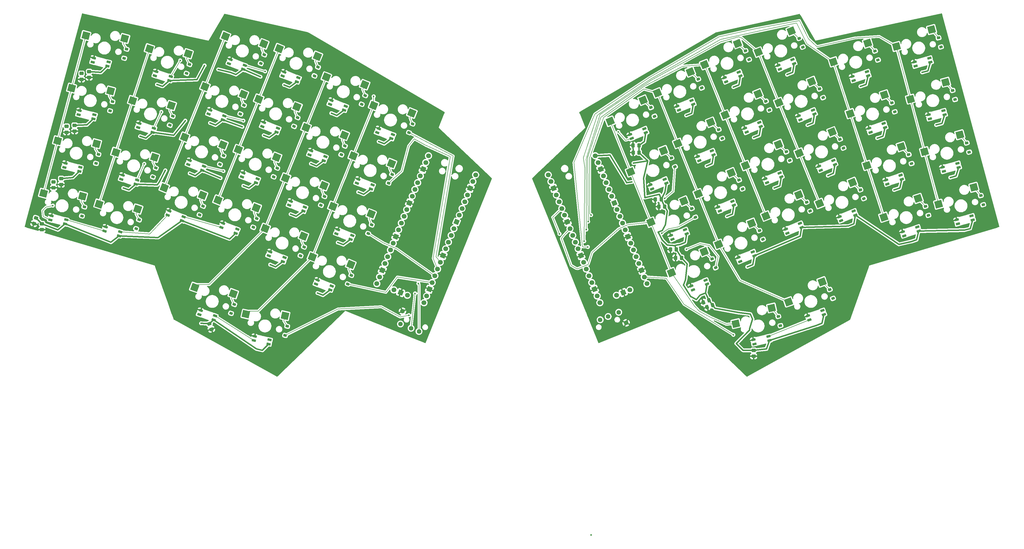
<source format=gbr>
%TF.GenerationSoftware,KiCad,Pcbnew,9.0.4*%
%TF.CreationDate,2025-09-09T15:52:51-06:00*%
%TF.ProjectId,ergo-kola,6572676f-2d6b-46f6-9c61-2e6b69636164,rev?*%
%TF.SameCoordinates,Original*%
%TF.FileFunction,Copper,L2,Bot*%
%TF.FilePolarity,Positive*%
%FSLAX46Y46*%
G04 Gerber Fmt 4.6, Leading zero omitted, Abs format (unit mm)*
G04 Created by KiCad (PCBNEW 9.0.4) date 2025-09-09 15:52:51*
%MOMM*%
%LPD*%
G01*
G04 APERTURE LIST*
G04 Aperture macros list*
%AMRoundRect*
0 Rectangle with rounded corners*
0 $1 Rounding radius*
0 $2 $3 $4 $5 $6 $7 $8 $9 X,Y pos of 4 corners*
0 Add a 4 corners polygon primitive as box body*
4,1,4,$2,$3,$4,$5,$6,$7,$8,$9,$2,$3,0*
0 Add four circle primitives for the rounded corners*
1,1,$1+$1,$2,$3*
1,1,$1+$1,$4,$5*
1,1,$1+$1,$6,$7*
1,1,$1+$1,$8,$9*
0 Add four rect primitives between the rounded corners*
20,1,$1+$1,$2,$3,$4,$5,0*
20,1,$1+$1,$4,$5,$6,$7,0*
20,1,$1+$1,$6,$7,$8,$9,0*
20,1,$1+$1,$8,$9,$2,$3,0*%
%AMHorizOval*
0 Thick line with rounded ends*
0 $1 width*
0 $2 $3 position (X,Y) of the first rounded end (center of the circle)*
0 $4 $5 position (X,Y) of the second rounded end (center of the circle)*
0 Add line between two ends*
20,1,$1,$2,$3,$4,$5,0*
0 Add two circle primitives to create the rounded ends*
1,1,$1,$2,$3*
1,1,$1,$4,$5*%
%AMRotRect*
0 Rectangle, with rotation*
0 The origin of the aperture is its center*
0 $1 length*
0 $2 width*
0 $3 Rotation angle, in degrees counterclockwise*
0 Add horizontal line*
21,1,$1,$2,0,0,$3*%
G04 Aperture macros list end*
%TA.AperFunction,SMDPad,CuDef*%
%ADD10RotRect,2.550000X2.500000X347.000000*%
%TD*%
%TA.AperFunction,SMDPad,CuDef*%
%ADD11RotRect,2.550000X2.500000X338.000000*%
%TD*%
%TA.AperFunction,SMDPad,CuDef*%
%ADD12RotRect,2.550000X2.500000X18.000000*%
%TD*%
%TA.AperFunction,SMDPad,CuDef*%
%ADD13RotRect,2.550000X2.500000X15.000000*%
%TD*%
%TA.AperFunction,ComponentPad*%
%ADD14C,1.600000*%
%TD*%
%TA.AperFunction,SMDPad,CuDef*%
%ADD15RotRect,2.550000X2.500000X22.000000*%
%TD*%
%TA.AperFunction,SMDPad,CuDef*%
%ADD16RotRect,2.550000X2.500000X342.000000*%
%TD*%
%TA.AperFunction,SMDPad,CuDef*%
%ADD17RotRect,2.550000X2.500000X345.000000*%
%TD*%
%TA.AperFunction,ComponentPad*%
%ADD18HorizOval,1.700000X0.000000X0.000000X0.000000X0.000000X0*%
%TD*%
%TA.AperFunction,ComponentPad*%
%ADD19RotRect,1.700000X1.700000X338.000000*%
%TD*%
%TA.AperFunction,ComponentPad*%
%ADD20HorizOval,1.700000X0.000000X0.000000X0.000000X0.000000X0*%
%TD*%
%TA.AperFunction,ComponentPad*%
%ADD21RotRect,1.700000X1.700000X22.000000*%
%TD*%
%TA.AperFunction,SMDPad,CuDef*%
%ADD22RotRect,2.550000X2.500000X20.000000*%
%TD*%
%TA.AperFunction,SMDPad,CuDef*%
%ADD23RotRect,2.550000X2.500000X13.000000*%
%TD*%
%TA.AperFunction,SMDPad,CuDef*%
%ADD24RotRect,2.550000X2.500000X340.000000*%
%TD*%
%TA.AperFunction,SMDPad,CuDef*%
%ADD25RotRect,1.450000X0.820000X162.000000*%
%TD*%
%TA.AperFunction,SMDPad,CuDef*%
%ADD26RoundRect,0.205000X0.557898X0.034278X-0.431201X0.355655X-0.557898X-0.034278X0.431201X-0.355655X0*%
%TD*%
%TA.AperFunction,SMDPad,CuDef*%
%ADD27RoundRect,0.225000X0.263407X-0.349094X0.431980X0.068139X-0.263407X0.349094X-0.431980X-0.068139X0*%
%TD*%
%TA.AperFunction,SMDPad,CuDef*%
%ADD28RoundRect,0.250000X-0.337500X-0.475000X0.337500X-0.475000X0.337500X0.475000X-0.337500X0.475000X0*%
%TD*%
%TA.AperFunction,SMDPad,CuDef*%
%ADD29RoundRect,0.225000X0.287117X-0.329869X0.426175X0.098106X-0.287117X0.329869X-0.426175X-0.098106X0*%
%TD*%
%TA.AperFunction,SMDPad,CuDef*%
%ADD30RoundRect,0.225000X0.420456X-0.120276X0.303988X0.314390X-0.420456X0.120276X-0.303988X-0.314390X0*%
%TD*%
%TA.AperFunction,SMDPad,CuDef*%
%ADD31RoundRect,0.250000X-0.154687X-0.561786X0.479606X-0.330922X0.154687X0.561786X-0.479606X0.330922X0*%
%TD*%
%TA.AperFunction,SMDPad,CuDef*%
%ADD32RoundRect,0.250000X0.475000X-0.337500X0.475000X0.337500X-0.475000X0.337500X-0.475000X-0.337500X0*%
%TD*%
%TA.AperFunction,SMDPad,CuDef*%
%ADD33RotRect,1.450000X0.820000X195.000000*%
%TD*%
%TA.AperFunction,SMDPad,CuDef*%
%ADD34RoundRect,0.205000X0.449224X0.332601X-0.555339X0.063429X-0.449224X-0.332601X0.555339X-0.063429X0*%
%TD*%
%TA.AperFunction,SMDPad,CuDef*%
%ADD35RoundRect,0.225000X0.426175X-0.098106X0.287117X0.329869X-0.426175X0.098106X-0.287117X-0.329869X0*%
%TD*%
%TA.AperFunction,SMDPad,CuDef*%
%ADD36RotRect,1.450000X0.820000X202.000000*%
%TD*%
%TA.AperFunction,SMDPad,CuDef*%
%ADD37RoundRect,0.205000X0.405341X0.384868X-0.558930X-0.004723X-0.405341X-0.384868X0.558930X0.004723X0*%
%TD*%
%TA.AperFunction,SMDPad,CuDef*%
%ADD38RotRect,1.450000X0.820000X165.000000*%
%TD*%
%TA.AperFunction,SMDPad,CuDef*%
%ADD39RoundRect,0.205000X0.555339X0.063429X-0.449224X0.332601X-0.555339X-0.063429X0.449224X-0.332601X0*%
%TD*%
%TA.AperFunction,SMDPad,CuDef*%
%ADD40RotRect,1.450000X0.820000X158.000000*%
%TD*%
%TA.AperFunction,SMDPad,CuDef*%
%ADD41RoundRect,0.205000X0.558930X-0.004723X-0.405341X0.384868X-0.558930X0.004723X0.405341X-0.384868X0*%
%TD*%
%TA.AperFunction,SMDPad,CuDef*%
%ADD42RoundRect,0.225000X0.431980X-0.068139X0.263407X0.349094X-0.431980X0.068139X-0.263407X-0.349094X0*%
%TD*%
%TA.AperFunction,SMDPad,CuDef*%
%ADD43RotRect,1.450000X0.820000X160.000000*%
%TD*%
%TA.AperFunction,SMDPad,CuDef*%
%ADD44RoundRect,0.205000X0.558754X0.014787X-0.418526X0.370487X-0.558754X-0.014787X0.418526X-0.370487X0*%
%TD*%
%TA.AperFunction,SMDPad,CuDef*%
%ADD45RotRect,1.450000X0.820000X198.000000*%
%TD*%
%TA.AperFunction,SMDPad,CuDef*%
%ADD46RoundRect,0.205000X0.431201X0.355655X-0.557898X0.034278X-0.431201X-0.355655X0.557898X-0.034278X0*%
%TD*%
%TA.AperFunction,SMDPad,CuDef*%
%ADD47RoundRect,0.225000X0.303988X-0.314390X0.420456X0.120276X-0.303988X0.314390X-0.420456X-0.120276X0*%
%TD*%
%TA.AperFunction,SMDPad,CuDef*%
%ADD48RotRect,1.450000X0.820000X193.000000*%
%TD*%
%TA.AperFunction,SMDPad,CuDef*%
%ADD49RoundRect,0.205000X0.460557X0.316720X-0.552787X0.082771X-0.460557X-0.316720X0.552787X-0.082771X0*%
%TD*%
%TA.AperFunction,SMDPad,CuDef*%
%ADD50RoundRect,0.225000X0.416003X-0.134877X0.314775X0.303590X-0.416003X0.134877X-0.314775X-0.303590X0*%
%TD*%
%TA.AperFunction,SMDPad,CuDef*%
%ADD51RotRect,1.450000X0.820000X167.000000*%
%TD*%
%TA.AperFunction,SMDPad,CuDef*%
%ADD52RoundRect,0.205000X0.552787X0.082771X-0.460557X0.316720X-0.552787X-0.082771X0.460557X-0.316720X0*%
%TD*%
%TA.AperFunction,SMDPad,CuDef*%
%ADD53RotRect,1.450000X0.820000X200.000000*%
%TD*%
%TA.AperFunction,SMDPad,CuDef*%
%ADD54RoundRect,0.205000X0.418526X0.370487X-0.558754X0.014787X-0.418526X-0.370487X0.558754X-0.014787X0*%
%TD*%
%TA.AperFunction,SMDPad,CuDef*%
%ADD55RoundRect,0.225000X0.429339X-0.083173X0.275430X0.339688X-0.429339X0.083173X-0.275430X-0.339688X0*%
%TD*%
%TA.AperFunction,SMDPad,CuDef*%
%ADD56RoundRect,0.250000X0.561786X-0.154687X0.330922X0.479606X-0.561786X0.154687X-0.330922X-0.479606X0*%
%TD*%
%TA.AperFunction,SMDPad,CuDef*%
%ADD57RoundRect,0.225000X0.275430X-0.339688X0.429339X0.083173X-0.275430X0.339688X-0.429339X-0.083173X0*%
%TD*%
%TA.AperFunction,SMDPad,CuDef*%
%ADD58RoundRect,0.225000X0.314775X-0.303590X0.416003X0.134877X-0.314775X0.303590X-0.416003X-0.134877X0*%
%TD*%
%TA.AperFunction,SMDPad,CuDef*%
%ADD59RoundRect,0.250000X0.330922X-0.479606X0.561786X0.154687X-0.330922X0.479606X-0.561786X-0.154687X0*%
%TD*%
%TA.AperFunction,ViaPad*%
%ADD60C,0.600000*%
%TD*%
%TA.AperFunction,Conductor*%
%ADD61C,0.200000*%
%TD*%
%TA.AperFunction,Conductor*%
%ADD62C,0.500000*%
%TD*%
G04 APERTURE END LIST*
D10*
%TO.P,SW51,1*%
%TO.N,L_C5*%
X106693211Y-131201033D03*
%TO.P,SW51,2*%
%TO.N,Net-(D51-A)*%
X120345505Y-131746101D03*
%TD*%
D11*
%TO.P,SW27,1*%
%TO.N,L_C3*%
X104022351Y-73650850D03*
%TO.P,SW27,2*%
%TO.N,Net-(D27-A)*%
X117421295Y-76324897D03*
%TD*%
D12*
%TO.P,SW30,1*%
%TO.N,R_C10*%
X324013434Y-79170290D03*
%TO.P,SW30,2*%
%TO.N,Net-(D30-A)*%
X335996465Y-72606054D03*
%TD*%
D13*
%TO.P,SW38,1*%
%TO.N,R_C11*%
X349081219Y-92767069D03*
%TO.P,SW38,2*%
%TO.N,Net-(D38-A)*%
X361391373Y-86838971D03*
%TD*%
D14*
%TO.P,J1,1,S*%
%TO.N,GND*%
X161470388Y-130199542D03*
%TO.P,J1,2,T*%
%TO.N,L_VBUS*%
X160749303Y-134653758D03*
%TO.P,J1,3,R1*%
%TO.N,L_RX*%
X164458039Y-136152184D03*
%TO.P,J1,4,R2*%
%TO.N,L_TX*%
X167239590Y-137276004D03*
%TD*%
D11*
%TO.P,SW15,1*%
%TO.N,L_C3*%
X111158596Y-55987995D03*
%TO.P,SW15,2*%
%TO.N,Net-(D15-A)*%
X124557540Y-58662042D03*
%TD*%
D14*
%TO.P,J2,1,S*%
%TO.N,GND*%
X239710022Y-134262772D03*
%TO.P,J2,2,T*%
%TO.N,R_VBUS*%
X237134569Y-130557770D03*
%TO.P,J2,3,R1*%
%TO.N,R_TX*%
X233425833Y-132056196D03*
%TO.P,J2,4,R2*%
%TO.N,R_RX*%
X230644282Y-133180016D03*
%TD*%
D11*
%TO.P,SW9,1*%
%TO.N,L_C4*%
X134830945Y-48250266D03*
%TO.P,SW9,2*%
%TO.N,Net-(D9-A)*%
X148229889Y-50924313D03*
%TD*%
%TO.P,SW43,1*%
%TO.N,L_C5*%
X137094504Y-93501103D03*
%TO.P,SW43,2*%
%TO.N,Net-(D43-A)*%
X150493448Y-96175149D03*
%TD*%
D15*
%TO.P,SW8,1*%
%TO.N,R_C8*%
X267218900Y-43876811D03*
%TO.P,SW8,2*%
%TO.N,Net-(D8-A)*%
X278714842Y-36492669D03*
%TD*%
%TO.P,SW28,1*%
%TO.N,R_C8*%
X281491407Y-79202520D03*
%TO.P,SW28,2*%
%TO.N,Net-(D28-A)*%
X292987349Y-71818379D03*
%TD*%
%TO.P,SW10,1*%
%TO.N,R_C7*%
X250682814Y-53801936D03*
%TO.P,SW10,2*%
%TO.N,Net-(D10-A)*%
X262178755Y-46417796D03*
%TD*%
%TO.P,SW40,1*%
%TO.N,R_C8*%
X288627671Y-96865375D03*
%TO.P,SW40,2*%
%TO.N,Net-(D40-A)*%
X300123613Y-89481234D03*
%TD*%
%TO.P,SW22,1*%
%TO.N,R_C7*%
X257819077Y-71464791D03*
%TO.P,SW22,2*%
%TO.N,Net-(D22-A)*%
X269315018Y-64080651D03*
%TD*%
D11*
%TO.P,SW33,1*%
%TO.N,L_C4*%
X120558418Y-83575976D03*
%TO.P,SW33,2*%
%TO.N,Net-(D33-A)*%
X133957362Y-86250023D03*
%TD*%
D15*
%TO.P,SW44,1*%
%TO.N,R_C6*%
X248419255Y-99052772D03*
%TO.P,SW44,2*%
%TO.N,Net-(D44-A)*%
X259915197Y-91668631D03*
%TD*%
D12*
%TO.P,SW42,1*%
%TO.N,R_C10*%
X329900207Y-97287907D03*
%TO.P,SW42,2*%
%TO.N,Net-(D42-A)*%
X341883238Y-90723671D03*
%TD*%
%TO.P,SW18,1*%
%TO.N,R_C10*%
X318126660Y-61052653D03*
%TO.P,SW18,2*%
%TO.N,Net-(D18-A)*%
X330109691Y-54488419D03*
%TD*%
D11*
%TO.P,SW39,1*%
%TO.N,L_C3*%
X96886088Y-91313705D03*
%TO.P,SW39,2*%
%TO.N,Net-(D39-A)*%
X110285032Y-93987752D03*
%TD*%
D15*
%TO.P,SW48,1*%
%TO.N,R_C6*%
X255555518Y-116715628D03*
%TO.P,SW48,2*%
%TO.N,Net-(D48-A)*%
X267051460Y-109331487D03*
%TD*%
%TO.P,SW34,1*%
%TO.N,R_C7*%
X264955340Y-89127646D03*
%TO.P,SW34,2*%
%TO.N,Net-(D34-A)*%
X276451282Y-81743505D03*
%TD*%
%TO.P,SW46,1*%
%TO.N,R_C7*%
X272091585Y-106790501D03*
%TO.P,SW46,2*%
%TO.N,Net-(D46-A)*%
X283587527Y-99406360D03*
%TD*%
D11*
%TO.P,SW45,1*%
%TO.N,L_C4*%
X113422174Y-101238831D03*
%TO.P,SW45,2*%
%TO.N,Net-(D45-A)*%
X126821118Y-103912878D03*
%TD*%
%TO.P,SW13,1*%
%TO.N,L_C2*%
X92368971Y-51640613D03*
%TO.P,SW13,2*%
%TO.N,Net-(D13-A)*%
X105767915Y-54314661D03*
%TD*%
D13*
%TO.P,SW26,1*%
%TO.N,R_C11*%
X344150718Y-74366178D03*
%TO.P,SW26,2*%
%TO.N,Net-(D26-A)*%
X356460871Y-68438080D03*
%TD*%
D16*
%TO.P,SW29,1*%
%TO.N,L_C1*%
X61146532Y-74590659D03*
%TO.P,SW29,2*%
%TO.N,Net-(D29-A)*%
X74699369Y-76323528D03*
%TD*%
D15*
%TO.P,SW32,1*%
%TO.N,R_C6*%
X241283010Y-81389917D03*
%TO.P,SW32,2*%
%TO.N,Net-(D32-A)*%
X252778952Y-74005776D03*
%TD*%
D17*
%TO.P,SW37,1*%
%TO.N,L_C0*%
X35858384Y-88931370D03*
%TO.P,SW37,2*%
%TO.N,Net-(D37-A)*%
X49483339Y-89952564D03*
%TD*%
D18*
%TO.P,U1,1,GPIO0*%
%TO.N,L_RGB*%
X170576514Y-75801267D03*
%TO.P,U1,2,GPIO1*%
%TO.N,unconnected-(U1-GPIO1-Pad2)_1*%
X169625013Y-78156314D03*
D19*
%TO.P,U1,3,GND*%
%TO.N,GND*%
X168673512Y-80511361D03*
D18*
%TO.P,U1,4,GPIO2*%
%TO.N,unconnected-(U1-GPIO2-Pad4)_1*%
X167722011Y-82866408D03*
%TO.P,U1,5,GPIO3*%
%TO.N,unconnected-(U1-GPIO3-Pad5)_1*%
X166770511Y-85221455D03*
%TO.P,U1,6,GPIO4_(TX)*%
%TO.N,L_TX*%
X165819010Y-87576502D03*
%TO.P,U1,7,GPIO5_(RX)*%
%TO.N,L_RX*%
X164867509Y-89931549D03*
D19*
%TO.P,U1,8,GND*%
%TO.N,GND*%
X163916008Y-92286596D03*
D18*
%TO.P,U1,9,GPIO6*%
%TO.N,unconnected-(U1-GPIO6-Pad9)_1*%
X162964508Y-94641643D03*
%TO.P,U1,10,GPIO7*%
%TO.N,L_C0*%
X162013007Y-96996690D03*
%TO.P,U1,11,GPIO8*%
%TO.N,L_C1*%
X161061506Y-99351737D03*
%TO.P,U1,12,GPIO9*%
%TO.N,L_C2*%
X160110005Y-101706784D03*
D19*
%TO.P,U1,13,GND*%
%TO.N,GND*%
X159158505Y-104061831D03*
D18*
%TO.P,U1,14,GPIO10*%
%TO.N,L_C3*%
X158207004Y-106416878D03*
%TO.P,U1,15,GPIO11*%
%TO.N,L_C4*%
X157255503Y-108771925D03*
%TO.P,U1,16,GPIO12*%
%TO.N,L_C5*%
X156304002Y-111126972D03*
%TO.P,U1,17,GPIO13*%
%TO.N,unconnected-(U1-GPIO13-Pad17)_1*%
X155352502Y-113482019D03*
D19*
%TO.P,U1,18,GND*%
%TO.N,GND*%
X154401001Y-115837066D03*
D18*
%TO.P,U1,19,GPIO14*%
%TO.N,unconnected-(U1-GPIO14-Pad19)_1*%
X153449500Y-118192113D03*
%TO.P,U1,20,GPIO15*%
%TO.N,unconnected-(U1-GPIO15-Pad20)*%
X152497999Y-120547160D03*
%TO.P,U1,21,GPIO16*%
%TO.N,unconnected-(U1-GPIO16-Pad21)_1*%
X168983328Y-127207665D03*
%TO.P,U1,22,GPIO17*%
%TO.N,L_R4*%
X169934829Y-124852618D03*
D19*
%TO.P,U1,23,GND*%
%TO.N,GND*%
X170886330Y-122497571D03*
D18*
%TO.P,U1,24,GPIO18*%
%TO.N,L_R3*%
X171837831Y-120142524D03*
%TO.P,U1,25,GPIO19*%
%TO.N,L_R2*%
X172789331Y-117787477D03*
%TO.P,U1,26,GPIO20*%
%TO.N,L_R1*%
X173740832Y-115432430D03*
%TO.P,U1,27,GPIO21*%
%TO.N,L_R0*%
X174692333Y-113077383D03*
D19*
%TO.P,U1,28,GND*%
%TO.N,GND*%
X175643834Y-110722336D03*
D18*
%TO.P,U1,29,GPIO22*%
%TO.N,unconnected-(U1-GPIO22-Pad29)*%
X176595334Y-108367289D03*
%TO.P,U1,30,RUN*%
%TO.N,unconnected-(U1-RUN-Pad30)_1*%
X177546835Y-106012242D03*
%TO.P,U1,31,GPIO26_ADC0*%
%TO.N,unconnected-(U1-GPIO26_ADC0-Pad31)_1*%
X178498336Y-103657195D03*
%TO.P,U1,32,GPIO27_ADC1*%
%TO.N,unconnected-(U1-GPIO27_ADC1-Pad32)_1*%
X179449837Y-101302148D03*
D19*
%TO.P,U1,33,AGND*%
%TO.N,unconnected-(U1-AGND-Pad33)*%
X180401337Y-98947101D03*
D18*
%TO.P,U1,34,GPIO28_ADC2*%
%TO.N,unconnected-(U1-GPIO28_ADC2-Pad34)_1*%
X181352838Y-96592054D03*
%TO.P,U1,35,ADC_VREF*%
%TO.N,unconnected-(U1-ADC_VREF-Pad35)*%
X182304339Y-94237007D03*
%TO.P,U1,36,3V3*%
%TO.N,unconnected-(U1-3V3-Pad36)_1*%
X183255840Y-91881960D03*
%TO.P,U1,37,3V3_EN*%
%TO.N,unconnected-(U1-3V3_EN-Pad37)*%
X184207340Y-89526913D03*
D19*
%TO.P,U1,38,GND*%
%TO.N,GND*%
X185158841Y-87171866D03*
D18*
%TO.P,U1,39,VSYS*%
%TO.N,unconnected-(U1-VSYS-Pad39)_1*%
X186110342Y-84816819D03*
%TO.P,U1,40,VBUS*%
%TO.N,L_VBUS*%
X187061843Y-82461772D03*
%TO.P,U1,41,SWCLK*%
%TO.N,unconnected-(U1-SWCLK-Pad41)_1*%
X158471775Y-122712659D03*
D19*
%TO.P,U1,42,GND*%
%TO.N,GND*%
X160826823Y-123664160D03*
D18*
%TO.P,U1,43,SWDIO*%
%TO.N,unconnected-(U1-SWDIO-Pad43)*%
X163181870Y-124615661D03*
%TD*%
D11*
%TO.P,SW23,1*%
%TO.N,L_C2*%
X85232727Y-69303468D03*
%TO.P,SW23,2*%
%TO.N,Net-(D23-A)*%
X98631671Y-71977515D03*
%TD*%
D15*
%TO.P,SW4,1*%
%TO.N,R_C9*%
X286008524Y-39529428D03*
%TO.P,SW4,2*%
%TO.N,Net-(D4-A)*%
X297504465Y-32145288D03*
%TD*%
D17*
%TO.P,SW25,1*%
%TO.N,L_C0*%
X40788885Y-70530479D03*
%TO.P,SW25,2*%
%TO.N,Net-(D25-A)*%
X54413841Y-71551673D03*
%TD*%
D11*
%TO.P,SW35,1*%
%TO.N,L_C2*%
X78096463Y-86966324D03*
%TO.P,SW35,2*%
%TO.N,Net-(D35-A)*%
X91495407Y-89640371D03*
%TD*%
D13*
%TO.P,SW12,1*%
%TO.N,R_C11*%
X339220214Y-55965288D03*
%TO.P,SW12,2*%
%TO.N,Net-(D12-A)*%
X351530368Y-50037190D03*
%TD*%
D16*
%TO.P,SW5,1*%
%TO.N,L_C1*%
X72920080Y-38355406D03*
%TO.P,SW5,2*%
%TO.N,Net-(D5-A)*%
X86472917Y-40088275D03*
%TD*%
D11*
%TO.P,SW21,1*%
%TO.N,L_C4*%
X127694681Y-65913121D03*
%TO.P,SW21,2*%
%TO.N,Net-(D21-A)*%
X141093625Y-68587168D03*
%TD*%
D16*
%TO.P,SW41,1*%
%TO.N,L_C1*%
X55259758Y-92708276D03*
%TO.P,SW41,2*%
%TO.N,Net-(D41-A)*%
X68812595Y-94441145D03*
%TD*%
D20*
%TO.P,U2,1,GPIO0*%
%TO.N,R_RGB*%
X212462078Y-82461772D03*
%TO.P,U2,2,GPIO1*%
%TO.N,unconnected-(U2-GPIO1-Pad2)_1*%
X213413579Y-84816819D03*
D21*
%TO.P,U2,3,GND*%
%TO.N,GND*%
X214365080Y-87171866D03*
D20*
%TO.P,U2,4,GPIO2*%
%TO.N,unconnected-(U2-GPIO2-Pad4)_1*%
X215316581Y-89526913D03*
%TO.P,U2,5,GPIO3*%
%TO.N,unconnected-(U2-GPIO3-Pad5)*%
X216268081Y-91881960D03*
%TO.P,U2,6,GPIO4_(TX)*%
%TO.N,R_TX*%
X217219582Y-94237007D03*
%TO.P,U2,7,GPIO5_(RX)*%
%TO.N,R_RX*%
X218171083Y-96592054D03*
D21*
%TO.P,U2,8,GND*%
%TO.N,GND*%
X219122584Y-98947101D03*
D20*
%TO.P,U2,9,GPIO6*%
%TO.N,R_C6*%
X220074084Y-101302148D03*
%TO.P,U2,10,GPIO7*%
%TO.N,R_C7*%
X221025585Y-103657195D03*
%TO.P,U2,11,GPIO8*%
%TO.N,R_C8*%
X221977086Y-106012242D03*
%TO.P,U2,12,GPIO9*%
%TO.N,R_C9*%
X222928587Y-108367289D03*
D21*
%TO.P,U2,13,GND*%
%TO.N,GND*%
X223880087Y-110722336D03*
D20*
%TO.P,U2,14,GPIO10*%
%TO.N,R_C10*%
X224831588Y-113077383D03*
%TO.P,U2,15,GPIO11*%
%TO.N,R_C11*%
X225783089Y-115432430D03*
%TO.P,U2,16,GPIO12*%
%TO.N,unconnected-(U2-GPIO12-Pad16)*%
X226734590Y-117787477D03*
%TO.P,U2,17,GPIO13*%
%TO.N,unconnected-(U2-GPIO13-Pad17)_1*%
X227686090Y-120142524D03*
D21*
%TO.P,U2,18,GND*%
%TO.N,GND*%
X228637591Y-122497571D03*
D20*
%TO.P,U2,19,GPIO14*%
%TO.N,unconnected-(U2-GPIO14-Pad19)_1*%
X229589092Y-124852618D03*
%TO.P,U2,20,GPIO15*%
%TO.N,unconnected-(U2-GPIO15-Pad20)*%
X230540593Y-127207665D03*
%TO.P,U2,21,GPIO16*%
%TO.N,unconnected-(U2-GPIO16-Pad21)_1*%
X247025922Y-120547160D03*
%TO.P,U2,22,GPIO17*%
%TO.N,R_R4*%
X246074421Y-118192113D03*
D21*
%TO.P,U2,23,GND*%
%TO.N,GND*%
X245122920Y-115837066D03*
D20*
%TO.P,U2,24,GPIO18*%
%TO.N,R_R3*%
X244171419Y-113482019D03*
%TO.P,U2,25,GPIO19*%
%TO.N,R_R2*%
X243219919Y-111126972D03*
%TO.P,U2,26,GPIO20*%
%TO.N,R_R1*%
X242268418Y-108771925D03*
%TO.P,U2,27,GPIO21*%
%TO.N,R_R0*%
X241316917Y-106416878D03*
D21*
%TO.P,U2,28,GND*%
%TO.N,GND*%
X240365416Y-104061831D03*
D20*
%TO.P,U2,29,GPIO22*%
%TO.N,unconnected-(U2-GPIO22-Pad29)*%
X239413916Y-101706784D03*
%TO.P,U2,30,RUN*%
%TO.N,unconnected-(U2-RUN-Pad30)_1*%
X238462415Y-99351737D03*
%TO.P,U2,31,GPIO26_ADC0*%
%TO.N,unconnected-(U2-GPIO26_ADC0-Pad31)_1*%
X237510914Y-96996690D03*
%TO.P,U2,32,GPIO27_ADC1*%
%TO.N,unconnected-(U2-GPIO27_ADC1-Pad32)_1*%
X236559413Y-94641643D03*
D21*
%TO.P,U2,33,AGND*%
%TO.N,unconnected-(U2-AGND-Pad33)*%
X235607913Y-92286596D03*
D20*
%TO.P,U2,34,GPIO28_ADC2*%
%TO.N,unconnected-(U2-GPIO28_ADC2-Pad34)_1*%
X234656412Y-89931549D03*
%TO.P,U2,35,ADC_VREF*%
%TO.N,unconnected-(U2-ADC_VREF-Pad35)*%
X233704911Y-87576502D03*
%TO.P,U2,36,3V3*%
%TO.N,unconnected-(U2-3V3-Pad36)*%
X232753410Y-85221455D03*
%TO.P,U2,37,3V3_EN*%
%TO.N,unconnected-(U2-3V3_EN-Pad37)_1*%
X231801910Y-82866408D03*
D21*
%TO.P,U2,38,GND*%
%TO.N,GND*%
X230850409Y-80511361D03*
D20*
%TO.P,U2,39,VSYS*%
%TO.N,unconnected-(U2-VSYS-Pad39)_1*%
X229898908Y-78156314D03*
%TO.P,U2,40,VBUS*%
%TO.N,R_VBUS*%
X228947407Y-75801267D03*
%TO.P,U2,41,SWCLK*%
%TO.N,unconnected-(U2-SWCLK-Pad41)*%
X236342051Y-124615661D03*
D21*
%TO.P,U2,42,GND*%
%TO.N,GND*%
X238697098Y-123664160D03*
D20*
%TO.P,U2,43,SWDIO*%
%TO.N,unconnected-(U2-SWDIO-Pad43)*%
X241052146Y-122712659D03*
%TD*%
D22*
%TO.P,SW50,1*%
%TO.N,R_C7*%
X296542608Y-126912841D03*
%TO.P,SW50,2*%
%TO.N,Net-(D50-A)*%
X308289250Y-119934401D03*
%TD*%
D17*
%TO.P,SW1,1*%
%TO.N,L_C0*%
X50649890Y-33728700D03*
%TO.P,SW1,2*%
%TO.N,Net-(D1-A)*%
X64274844Y-34749893D03*
%TD*%
D23*
%TO.P,SW52,1*%
%TO.N,R_C6*%
X278121248Y-134534807D03*
%TO.P,SW52,2*%
%TO.N,Net-(D52-A)*%
X290630792Y-129039939D03*
%TD*%
D15*
%TO.P,SW36,1*%
%TO.N,R_C9*%
X307417295Y-92517994D03*
%TO.P,SW36,2*%
%TO.N,Net-(D36-A)*%
X318913237Y-85133853D03*
%TD*%
D11*
%TO.P,SW7,1*%
%TO.N,L_C3*%
X118294859Y-38325140D03*
%TO.P,SW7,2*%
%TO.N,Net-(D7-A)*%
X131693803Y-40999188D03*
%TD*%
D13*
%TO.P,SW2,1*%
%TO.N,R_C11*%
X334289712Y-37564398D03*
%TO.P,SW2,2*%
%TO.N,Net-(D2-A)*%
X346599867Y-31636299D03*
%TD*%
D11*
%TO.P,SW3,1*%
%TO.N,L_C2*%
X99505235Y-33977759D03*
%TO.P,SW3,2*%
%TO.N,Net-(D3-A)*%
X112904178Y-36651805D03*
%TD*%
D15*
%TO.P,SW20,1*%
%TO.N,R_C6*%
X234146747Y-63727061D03*
%TO.P,SW20,2*%
%TO.N,Net-(D20-A)*%
X245642690Y-56342922D03*
%TD*%
D16*
%TO.P,SW17,1*%
%TO.N,L_C1*%
X67033306Y-56473023D03*
%TO.P,SW17,2*%
%TO.N,Net-(D17-A)*%
X80586143Y-58205892D03*
%TD*%
D15*
%TO.P,SW14,1*%
%TO.N,R_C9*%
X293144787Y-57192284D03*
%TO.P,SW14,2*%
%TO.N,Net-(D14-A)*%
X304640729Y-49808142D03*
%TD*%
D11*
%TO.P,SW47,1*%
%TO.N,L_C5*%
X129958241Y-111163959D03*
%TO.P,SW47,2*%
%TO.N,Net-(D47-A)*%
X143357185Y-113838005D03*
%TD*%
D15*
%TO.P,SW24,1*%
%TO.N,R_C9*%
X300281032Y-74855139D03*
%TO.P,SW24,2*%
%TO.N,Net-(D24-A)*%
X311776974Y-67470997D03*
%TD*%
%TO.P,SW16,1*%
%TO.N,R_C8*%
X274355163Y-61539665D03*
%TO.P,SW16,2*%
%TO.N,Net-(D16-A)*%
X285851104Y-54155525D03*
%TD*%
D12*
%TO.P,SW6,1*%
%TO.N,R_C10*%
X312239886Y-42935036D03*
%TO.P,SW6,2*%
%TO.N,Net-(D6-A)*%
X324222917Y-36370802D03*
%TD*%
D17*
%TO.P,SW11,1*%
%TO.N,L_C0*%
X45719388Y-52129589D03*
%TO.P,SW11,2*%
%TO.N,Net-(D11-A)*%
X59344343Y-53150782D03*
%TD*%
D24*
%TO.P,SW49,1*%
%TO.N,L_C4*%
X88785770Y-121844103D03*
%TO.P,SW49,2*%
%TO.N,Net-(D49-A)*%
X102269876Y-124048904D03*
%TD*%
D11*
%TO.P,SW31,1*%
%TO.N,L_C5*%
X144230748Y-75838248D03*
%TO.P,SW31,2*%
%TO.N,Net-(D31-A)*%
X157629692Y-78512294D03*
%TD*%
%TO.P,SW19,1*%
%TO.N,L_C5*%
X151367012Y-58175393D03*
%TO.P,SW19,2*%
%TO.N,Net-(D19-A)*%
X164765956Y-60849439D03*
%TD*%
D25*
%TO.P,L41,1,VDD*%
%TO.N,L_VBUS*%
X62258511Y-103804076D03*
%TO.P,L41,2,DOUT*%
%TO.N,Net-(L35-DIN)*%
X62722037Y-102377491D03*
D26*
%TO.P,L41,3,VSS*%
%TO.N,GND*%
X57633885Y-100724250D03*
D25*
%TO.P,L41,4,DIN*%
%TO.N,Net-(L37-DOUT)*%
X57170359Y-102150835D03*
%TD*%
D27*
%TO.P,D43,1,K*%
%TO.N,L_R2*%
X149460475Y-103016339D03*
%TO.P,D43,2,A*%
%TO.N,Net-(D43-A)*%
X150696677Y-99956633D03*
%TD*%
D28*
%TO.P,C14,1*%
%TO.N,GND*%
X255227000Y-108585000D03*
%TO.P,C14,2*%
%TO.N,R_VBUS*%
X257302000Y-108585000D03*
%TD*%
D29*
%TO.P,D5,1,K*%
%TO.N,L_R0*%
X85919678Y-46984857D03*
%TO.P,D5,2,A*%
%TO.N,Net-(D5-A)*%
X86939434Y-43846371D03*
%TD*%
D30*
%TO.P,D2,1,K*%
%TO.N,R_R0*%
X349892028Y-37721577D03*
%TO.P,D2,2,A*%
%TO.N,Net-(D2-A)*%
X349037928Y-34534021D03*
%TD*%
D31*
%TO.P,C17,1*%
%TO.N,GND*%
X268011069Y-128751846D03*
%TO.P,C17,2*%
%TO.N,R_VBUS*%
X269960931Y-128042154D03*
%TD*%
D32*
%TO.P,C1,1*%
%TO.N,GND*%
X49149000Y-49043500D03*
%TO.P,C1,2*%
%TO.N,L_VBUS*%
X49149000Y-46968500D03*
%TD*%
D33*
%TO.P,L38,1,VDD*%
%TO.N,R_VBUS*%
X360994073Y-98260995D03*
%TO.P,L38,2,DOUT*%
%TO.N,Net-(L38-DOUT)*%
X360605844Y-96812107D03*
D34*
%TO.P,L38,3,VSS*%
%TO.N,GND*%
X355438141Y-98196789D03*
D33*
%TO.P,L38,4,DIN*%
%TO.N,Net-(L38-DIN)*%
X355826370Y-99645677D03*
%TD*%
D29*
%TO.P,D41,1,K*%
%TO.N,L_R3*%
X68259356Y-101337727D03*
%TO.P,D41,2,A*%
%TO.N,Net-(D41-A)*%
X69279112Y-98199241D03*
%TD*%
D35*
%TO.P,D18,1,K*%
%TO.N,R_R1*%
X333715820Y-60393056D03*
%TO.P,D18,2,A*%
%TO.N,Net-(D18-A)*%
X332696064Y-57254570D03*
%TD*%
D27*
%TO.P,D13,1,K*%
%TO.N,L_R1*%
X104734942Y-61155850D03*
%TO.P,D13,2,A*%
%TO.N,Net-(D13-A)*%
X105971144Y-58096144D03*
%TD*%
%TO.P,D39,1,K*%
%TO.N,L_R3*%
X109252059Y-100828942D03*
%TO.P,D39,2,A*%
%TO.N,Net-(D39-A)*%
X110488261Y-97769236D03*
%TD*%
D36*
%TO.P,L24,1,VDD*%
%TO.N,R_VBUS*%
X312774630Y-78856302D03*
%TO.P,L24,2,DOUT*%
%TO.N,Net-(L24-DOUT)*%
X312212720Y-77465526D03*
D37*
%TO.P,L24,3,VSS*%
%TO.N,GND*%
X307252286Y-79469672D03*
D36*
%TO.P,L24,4,DIN*%
%TO.N,Net-(L24-DIN)*%
X307814196Y-80860448D03*
%TD*%
D38*
%TO.P,L37,1,VDD*%
%TO.N,L_VBUS*%
X43428254Y-99645677D03*
%TO.P,L37,2,DOUT*%
%TO.N,Net-(L37-DOUT)*%
X43816483Y-98196789D03*
D39*
%TO.P,L37,3,VSS*%
%TO.N,GND*%
X38648780Y-96812107D03*
D38*
%TO.P,L37,4,DIN*%
%TO.N,Net-(L37-DIN)*%
X38260551Y-98260995D03*
%TD*%
D27*
%TO.P,D23,1,K*%
%TO.N,L_R2*%
X97598698Y-78818705D03*
%TO.P,D23,2,A*%
%TO.N,Net-(D23-A)*%
X98834900Y-75758999D03*
%TD*%
D40*
%TO.P,L21,1,VDD*%
%TO.N,L_VBUS*%
X133902382Y-77470101D03*
%TO.P,L21,2,DOUT*%
%TO.N,Net-(L21-DOUT)*%
X134464292Y-76079325D03*
D41*
%TO.P,L21,3,VSS*%
%TO.N,GND*%
X129503858Y-74075179D03*
D40*
%TO.P,L21,4,DIN*%
%TO.N,Net-(L15-DOUT)*%
X128941948Y-75465955D03*
%TD*%
D25*
%TO.P,L29,1,VDD*%
%TO.N,L_VBUS*%
X68145285Y-85686459D03*
%TO.P,L29,2,DOUT*%
%TO.N,Net-(L23-DIN)*%
X68608811Y-84259874D03*
D26*
%TO.P,L29,3,VSS*%
%TO.N,GND*%
X63520659Y-82606633D03*
D25*
%TO.P,L29,4,DIN*%
%TO.N,Net-(L25-DOUT)*%
X63057133Y-84033218D03*
%TD*%
D42*
%TO.P,D46,1,K*%
%TO.N,R_R3*%
X287596759Y-105045064D03*
%TO.P,D46,2,A*%
%TO.N,Net-(D46-A)*%
X286360557Y-101985358D03*
%TD*%
D43*
%TO.P,L49,1,VDD*%
%TO.N,L_VBUS*%
X95393024Y-133177396D03*
%TO.P,L49,2,DOUT*%
%TO.N,Net-(L49-DOUT)*%
X95906054Y-131767857D03*
D44*
%TO.P,L49,3,VSS*%
%TO.N,GND*%
X90878698Y-129938050D03*
D43*
%TO.P,L49,4,DIN*%
%TO.N,Net-(L47-DOUT)*%
X90365668Y-131347589D03*
%TD*%
D40*
%TO.P,L23,1,VDD*%
%TO.N,L_VBUS*%
X91440428Y-80860448D03*
%TO.P,L23,2,DOUT*%
%TO.N,Net-(L23-DOUT)*%
X92002338Y-79469672D03*
D41*
%TO.P,L23,3,VSS*%
%TO.N,GND*%
X87041904Y-77465526D03*
D40*
%TO.P,L23,4,DIN*%
%TO.N,Net-(L23-DIN)*%
X86479994Y-78856302D03*
%TD*%
%TO.P,L35,1,VDD*%
%TO.N,L_VBUS*%
X84304164Y-98523304D03*
%TO.P,L35,2,DOUT*%
%TO.N,Net-(L35-DOUT)*%
X84866074Y-97132528D03*
D41*
%TO.P,L35,3,VSS*%
%TO.N,GND*%
X79905640Y-95128382D03*
D40*
%TO.P,L35,4,DIN*%
%TO.N,Net-(L35-DIN)*%
X79343730Y-96519158D03*
%TD*%
D36*
%TO.P,L10,1,VDD*%
%TO.N,R_VBUS*%
X263176412Y-57803100D03*
%TO.P,L10,2,DOUT*%
%TO.N,Net-(L10-DOUT)*%
X262614502Y-56412324D03*
D37*
%TO.P,L10,3,VSS*%
%TO.N,GND*%
X257654068Y-58416470D03*
D36*
%TO.P,L10,4,DIN*%
%TO.N,Net-(L10-DIN)*%
X258215978Y-59807246D03*
%TD*%
%TO.P,L36,1,VDD*%
%TO.N,R_VBUS*%
X319910893Y-96519158D03*
%TO.P,L36,2,DOUT*%
%TO.N,Net-(L36-DOUT)*%
X319348983Y-95128382D03*
D37*
%TO.P,L36,3,VSS*%
%TO.N,GND*%
X314388549Y-97132528D03*
D36*
%TO.P,L36,4,DIN*%
%TO.N,Net-(L36-DIN)*%
X314950459Y-98523304D03*
%TD*%
D38*
%TO.P,L11,1,VDD*%
%TO.N,L_VBUS*%
X53289258Y-62843896D03*
%TO.P,L11,2,DOUT*%
%TO.N,Net-(L11-DOUT)*%
X53677487Y-61395008D03*
D39*
%TO.P,L11,3,VSS*%
%TO.N,GND*%
X48509784Y-60010326D03*
D38*
%TO.P,L11,4,DIN*%
%TO.N,Net-(L11-DIN)*%
X48121555Y-61459214D03*
%TD*%
D40*
%TO.P,L15,1,VDD*%
%TO.N,L_VBUS*%
X117366297Y-67544975D03*
%TO.P,L15,2,DOUT*%
%TO.N,Net-(L15-DOUT)*%
X117928207Y-66154199D03*
D41*
%TO.P,L15,3,VSS*%
%TO.N,GND*%
X112967773Y-64150053D03*
D40*
%TO.P,L15,4,DIN*%
%TO.N,Net-(L13-DOUT)*%
X112405863Y-65540829D03*
%TD*%
D32*
%TO.P,C18,1*%
%TO.N,GND*%
X284353000Y-145944500D03*
%TO.P,C18,2*%
%TO.N,R_VBUS*%
X284353000Y-143869500D03*
%TD*%
D45*
%TO.P,L18,1,VDD*%
%TO.N,R_VBUS*%
X330310717Y-65915582D03*
%TO.P,L18,2,DOUT*%
%TO.N,Net-(L12-DIN)*%
X329847191Y-64488997D03*
D46*
%TO.P,L18,3,VSS*%
%TO.N,GND*%
X324759039Y-66142238D03*
D45*
%TO.P,L18,4,DIN*%
%TO.N,Net-(L14-DOUT)*%
X325222565Y-67568823D03*
%TD*%
D27*
%TO.P,D3,1,K*%
%TO.N,L_R0*%
X111871205Y-43492995D03*
%TO.P,D3,2,A*%
%TO.N,Net-(D3-A)*%
X113107407Y-40433289D03*
%TD*%
D40*
%TO.P,L13,1,VDD*%
%TO.N,L_VBUS*%
X98576672Y-63197593D03*
%TO.P,L13,2,DOUT*%
%TO.N,Net-(L13-DOUT)*%
X99138582Y-61806817D03*
D41*
%TO.P,L13,3,VSS*%
%TO.N,GND*%
X94178148Y-59802671D03*
D40*
%TO.P,L13,4,DIN*%
%TO.N,Net-(L13-DIN)*%
X93616238Y-61193447D03*
%TD*%
D47*
%TO.P,D11,1,K*%
%TO.N,L_R1*%
X59152802Y-60066869D03*
%TO.P,D11,2,A*%
%TO.N,Net-(D11-A)*%
X60006902Y-56879313D03*
%TD*%
D27*
%TO.P,D7,1,K*%
%TO.N,L_R0*%
X130660830Y-47840377D03*
%TO.P,D7,2,A*%
%TO.N,Net-(D7-A)*%
X131897032Y-44780671D03*
%TD*%
D29*
%TO.P,D17,1,K*%
%TO.N,L_R1*%
X80032904Y-65102474D03*
%TO.P,D17,2,A*%
%TO.N,Net-(D17-A)*%
X81052660Y-61963988D03*
%TD*%
D33*
%TO.P,L2,1,VDD*%
%TO.N,R_VBUS*%
X346202567Y-43058324D03*
%TO.P,L2,2,DOUT*%
%TO.N,Net-(L2-DOUT)*%
X345814338Y-41609436D03*
D34*
%TO.P,L2,3,VSS*%
%TO.N,GND*%
X340646635Y-42994118D03*
D33*
%TO.P,L2,4,DIN*%
%TO.N,Net-(L2-DIN)*%
X341034864Y-44443006D03*
%TD*%
D48*
%TO.P,L52,1,VDD*%
%TO.N,R_VBUS*%
X289835109Y-140441140D03*
%TO.P,L52,2,DOUT*%
%TO.N,Net-(L50-DIN)*%
X289497683Y-138979585D03*
D49*
%TO.P,L52,3,VSS*%
%TO.N,GND*%
X284284803Y-140183074D03*
D48*
%TO.P,L52,4,DIN*%
%TO.N,Net-(L38-DOUT)*%
X284622229Y-141644629D03*
%TD*%
D50*
%TO.P,D52,1,K*%
%TO.N,R_R4*%
X293708574Y-135236404D03*
%TO.P,D52,2,A*%
%TO.N,Net-(D52-A)*%
X292966236Y-132020982D03*
%TD*%
D40*
%TO.P,L9,1,VDD*%
%TO.N,L_VBUS*%
X141038646Y-59807246D03*
%TO.P,L9,2,DOUT*%
%TO.N,Net-(L19-DIN)*%
X141600556Y-58416470D03*
D41*
%TO.P,L9,3,VSS*%
%TO.N,GND*%
X136640122Y-56412324D03*
D40*
%TO.P,L9,4,DIN*%
%TO.N,Net-(L7-DOUT)*%
X136078212Y-57803100D03*
%TD*%
D31*
%TO.P,C16,1*%
%TO.N,GND*%
X266741069Y-127100846D03*
%TO.P,C16,2*%
%TO.N,R_VBUS*%
X268690931Y-126391154D03*
%TD*%
D40*
%TO.P,L43,1,VDD*%
%TO.N,L_VBUS*%
X143302205Y-105058082D03*
%TO.P,L43,2,DOUT*%
%TO.N,Net-(L37-DIN)*%
X143864115Y-103667306D03*
D41*
%TO.P,L43,3,VSS*%
%TO.N,GND*%
X138903681Y-101663160D03*
D40*
%TO.P,L43,4,DIN*%
%TO.N,Net-(L33-DOUT)*%
X138341771Y-103053936D03*
%TD*%
D27*
%TO.P,D9,1,K*%
%TO.N,L_R0*%
X147196916Y-57765503D03*
%TO.P,D9,2,A*%
%TO.N,Net-(D9-A)*%
X148433118Y-54705797D03*
%TD*%
D40*
%TO.P,L19,1,VDD*%
%TO.N,L_VBUS*%
X157574713Y-69732372D03*
%TO.P,L19,2,DOUT*%
%TO.N,Net-(L11-DIN)*%
X158136623Y-68341596D03*
D41*
%TO.P,L19,3,VSS*%
%TO.N,GND*%
X153176189Y-66337450D03*
D40*
%TO.P,L19,4,DIN*%
%TO.N,Net-(L19-DIN)*%
X152614279Y-67728226D03*
%TD*%
D35*
%TO.P,D42,1,K*%
%TO.N,R_R3*%
X345489367Y-96628309D03*
%TO.P,D42,2,A*%
%TO.N,Net-(D42-A)*%
X344469611Y-93489823D03*
%TD*%
D32*
%TO.P,C6,1*%
%TO.N,GND*%
X42037000Y-85852000D03*
%TO.P,C6,2*%
%TO.N,L_VBUS*%
X42037000Y-83777000D03*
%TD*%
D42*
%TO.P,D40,1,K*%
%TO.N,R_R3*%
X304132845Y-95119938D03*
%TO.P,D40,2,A*%
%TO.N,Net-(D40-A)*%
X302896643Y-92060232D03*
%TD*%
D36*
%TO.P,L8,1,VDD*%
%TO.N,R_VBUS*%
X279712498Y-47877974D03*
%TO.P,L8,2,DOUT*%
%TO.N,Net-(L4-DIN)*%
X279150588Y-46487198D03*
D37*
%TO.P,L8,3,VSS*%
%TO.N,GND*%
X274190154Y-48491344D03*
D36*
%TO.P,L8,4,DIN*%
%TO.N,Net-(L10-DOUT)*%
X274752064Y-49882120D03*
%TD*%
D27*
%TO.P,D21,1,K*%
%TO.N,L_R1*%
X140060652Y-75428358D03*
%TO.P,D21,2,A*%
%TO.N,Net-(D21-A)*%
X141296854Y-72368652D03*
%TD*%
D38*
%TO.P,L1,1,VDD*%
%TO.N,L_VBUS*%
X58219760Y-44443006D03*
%TO.P,L1,2,DOUT*%
%TO.N,Net-(L1-DOUT)*%
X58607989Y-42994118D03*
D39*
%TO.P,L1,3,VSS*%
%TO.N,GND*%
X53440286Y-41609436D03*
D38*
%TO.P,L1,4,DIN*%
%TO.N,L_RGB*%
X53052057Y-43058324D03*
%TD*%
D35*
%TO.P,D30,1,K*%
%TO.N,R_R2*%
X339602594Y-78510692D03*
%TO.P,D30,2,A*%
%TO.N,Net-(D30-A)*%
X338582838Y-75372206D03*
%TD*%
D42*
%TO.P,D32,1,K*%
%TO.N,R_R1*%
X256788184Y-79644480D03*
%TO.P,D32,2,A*%
%TO.N,Net-(D32-A)*%
X255551982Y-76584774D03*
%TD*%
D36*
%TO.P,L34,1,VDD*%
%TO.N,R_VBUS*%
X277448938Y-93128810D03*
%TO.P,L34,2,DOUT*%
%TO.N,Net-(L28-DIN)*%
X276887028Y-91738034D03*
D37*
%TO.P,L34,3,VSS*%
%TO.N,GND*%
X271926594Y-93742180D03*
D36*
%TO.P,L34,4,DIN*%
%TO.N,Net-(L34-DIN)*%
X272488504Y-95132956D03*
%TD*%
D27*
%TO.P,D27,1,K*%
%TO.N,L_R2*%
X116388322Y-83166087D03*
%TO.P,D27,2,A*%
%TO.N,Net-(D27-A)*%
X117624524Y-80106381D03*
%TD*%
D40*
%TO.P,L47,1,VDD*%
%TO.N,L_VBUS*%
X136165942Y-122720938D03*
%TO.P,L47,2,DOUT*%
%TO.N,Net-(L47-DOUT)*%
X136727852Y-121330162D03*
D41*
%TO.P,L47,3,VSS*%
%TO.N,GND*%
X131767418Y-119326016D03*
D40*
%TO.P,L47,4,DIN*%
%TO.N,Net-(L45-DOUT)*%
X131205508Y-120716792D03*
%TD*%
D47*
%TO.P,D1,1,K*%
%TO.N,L_R0*%
X64083304Y-41665979D03*
%TO.P,D1,2,A*%
%TO.N,Net-(D1-A)*%
X64937404Y-38478423D03*
%TD*%
D36*
%TO.P,L48,1,VDD*%
%TO.N,R_VBUS*%
X268049116Y-120716792D03*
%TO.P,L48,2,DOUT*%
%TO.N,Net-(L46-DIN)*%
X267487206Y-119326016D03*
D37*
%TO.P,L48,3,VSS*%
%TO.N,GND*%
X262526772Y-121330162D03*
D36*
%TO.P,L48,4,DIN*%
%TO.N,Net-(L26-DOUT)*%
X263088682Y-122720938D03*
%TD*%
D45*
%TO.P,L42,1,VDD*%
%TO.N,R_VBUS*%
X342084264Y-102150835D03*
%TO.P,L42,2,DOUT*%
%TO.N,Net-(L38-DIN)*%
X341620738Y-100724250D03*
D46*
%TO.P,L42,3,VSS*%
%TO.N,GND*%
X336532586Y-102377491D03*
D45*
%TO.P,L42,4,DIN*%
%TO.N,Net-(L36-DOUT)*%
X336996112Y-103804076D03*
%TD*%
D27*
%TO.P,D19,1,K*%
%TO.N,L_R0*%
X163732983Y-67690629D03*
%TO.P,D19,2,A*%
%TO.N,Net-(D19-A)*%
X164969185Y-64630923D03*
%TD*%
D42*
%TO.P,D34,1,K*%
%TO.N,R_R2*%
X280460514Y-87382209D03*
%TO.P,D34,2,A*%
%TO.N,Net-(D34-A)*%
X279224312Y-84322503D03*
%TD*%
D25*
%TO.P,L17,1,VDD*%
%TO.N,L_VBUS*%
X74032059Y-67568823D03*
%TO.P,L17,2,DOUT*%
%TO.N,Net-(L13-DIN)*%
X74495585Y-66142238D03*
D26*
%TO.P,L17,3,VSS*%
%TO.N,GND*%
X69407433Y-64488997D03*
D25*
%TO.P,L17,4,DIN*%
%TO.N,Net-(L11-DOUT)*%
X68943907Y-65915582D03*
%TD*%
D36*
%TO.P,L46,1,VDD*%
%TO.N,R_VBUS*%
X284585183Y-110791665D03*
%TO.P,L46,2,DOUT*%
%TO.N,Net-(L40-DIN)*%
X284023273Y-109400889D03*
D37*
%TO.P,L46,3,VSS*%
%TO.N,GND*%
X279062839Y-111405035D03*
D36*
%TO.P,L46,4,DIN*%
%TO.N,Net-(L46-DIN)*%
X279624749Y-112795811D03*
%TD*%
D42*
%TO.P,D36,1,K*%
%TO.N,R_R3*%
X322922469Y-90772557D03*
%TO.P,D36,2,A*%
%TO.N,Net-(D36-A)*%
X321686267Y-87712851D03*
%TD*%
D38*
%TO.P,L25,1,VDD*%
%TO.N,L_VBUS*%
X48358756Y-81244786D03*
%TO.P,L25,2,DOUT*%
%TO.N,Net-(L25-DOUT)*%
X48746985Y-79795898D03*
D39*
%TO.P,L25,3,VSS*%
%TO.N,GND*%
X43579282Y-78411216D03*
D38*
%TO.P,L25,4,DIN*%
%TO.N,Net-(L25-DIN)*%
X43191053Y-79860104D03*
%TD*%
D51*
%TO.P,L51,1,VDD*%
%TO.N,L_VBUS*%
X114632395Y-141644629D03*
%TO.P,L51,2,DOUT*%
%TO.N,unconnected-(L51-DOUT-Pad2)*%
X114969821Y-140183074D03*
D52*
%TO.P,L51,3,VSS*%
%TO.N,GND*%
X109756941Y-138979585D03*
D51*
%TO.P,L51,4,DIN*%
%TO.N,Net-(L49-DOUT)*%
X109419515Y-140441140D03*
%TD*%
D28*
%TO.P,C13,1*%
%TO.N,GND*%
X251163000Y-93599000D03*
%TO.P,C13,2*%
%TO.N,R_VBUS*%
X253238000Y-93599000D03*
%TD*%
D42*
%TO.P,D10,1,K*%
%TO.N,R_R0*%
X266187988Y-52056499D03*
%TO.P,D10,2,A*%
%TO.N,Net-(D10-A)*%
X264951786Y-48996793D03*
%TD*%
D32*
%TO.P,C5,1*%
%TO.N,GND*%
X39370000Y-86995000D03*
%TO.P,C5,2*%
%TO.N,L_VBUS*%
X39370000Y-84920000D03*
%TD*%
D28*
%TO.P,C15,1*%
%TO.N,GND*%
X257026500Y-111506000D03*
%TO.P,C15,2*%
%TO.N,R_VBUS*%
X259101500Y-111506000D03*
%TD*%
D27*
%TO.P,D31,1,K*%
%TO.N,L_R1*%
X156596719Y-85353484D03*
%TO.P,D31,2,A*%
%TO.N,Net-(D31-A)*%
X157832921Y-82293778D03*
%TD*%
D36*
%TO.P,L16,1,VDD*%
%TO.N,R_VBUS*%
X286848761Y-65540829D03*
%TO.P,L16,2,DOUT*%
%TO.N,Net-(L14-DIN)*%
X286286851Y-64150053D03*
D37*
%TO.P,L16,3,VSS*%
%TO.N,GND*%
X281326417Y-66154199D03*
D36*
%TO.P,L16,4,DIN*%
%TO.N,Net-(L16-DIN)*%
X281888327Y-67544975D03*
%TD*%
%TO.P,L20,1,VDD*%
%TO.N,R_VBUS*%
X246640345Y-67728226D03*
%TO.P,L20,2,DOUT*%
%TO.N,Net-(L10-DIN)*%
X246078435Y-66337450D03*
D37*
%TO.P,L20,3,VSS*%
%TO.N,GND*%
X241118001Y-68341596D03*
D36*
%TO.P,L20,4,DIN*%
%TO.N,R_RGB*%
X241679911Y-69732372D03*
%TD*%
D27*
%TO.P,D47,1,K*%
%TO.N,L_R3*%
X142324212Y-120679195D03*
%TO.P,D47,2,A*%
%TO.N,Net-(D47-A)*%
X143560414Y-117619489D03*
%TD*%
D45*
%TO.P,L6,1,VDD*%
%TO.N,R_VBUS*%
X324423943Y-47797965D03*
%TO.P,L6,2,DOUT*%
%TO.N,Net-(L2-DIN)*%
X323960417Y-46371380D03*
D46*
%TO.P,L6,3,VSS*%
%TO.N,GND*%
X318872265Y-48024621D03*
D45*
%TO.P,L6,4,DIN*%
%TO.N,Net-(L4-DOUT)*%
X319335791Y-49451206D03*
%TD*%
D42*
%TO.P,D22,1,K*%
%TO.N,R_R1*%
X273324251Y-69719354D03*
%TO.P,D22,2,A*%
%TO.N,Net-(D22-A)*%
X272088049Y-66659648D03*
%TD*%
%TO.P,D14,1,K*%
%TO.N,R_R1*%
X308649961Y-55446846D03*
%TO.P,D14,2,A*%
%TO.N,Net-(D14-A)*%
X307413759Y-52387140D03*
%TD*%
D33*
%TO.P,L12,1,VDD*%
%TO.N,R_VBUS*%
X351133069Y-61459214D03*
%TO.P,L12,2,DOUT*%
%TO.N,Net-(L12-DOUT)*%
X350744840Y-60010326D03*
D34*
%TO.P,L12,3,VSS*%
%TO.N,GND*%
X345577137Y-61395008D03*
D33*
%TO.P,L12,4,DIN*%
%TO.N,Net-(L12-DIN)*%
X345965366Y-62843896D03*
%TD*%
D53*
%TO.P,L50,1,VDD*%
%TO.N,R_VBUS*%
X308888956Y-131347589D03*
%TO.P,L50,2,DOUT*%
%TO.N,unconnected-(L50-DOUT-Pad2)*%
X308375926Y-129938050D03*
D54*
%TO.P,L50,3,VSS*%
%TO.N,GND*%
X303348570Y-131767857D03*
D53*
%TO.P,L50,4,DIN*%
%TO.N,Net-(L50-DIN)*%
X303861600Y-133177396D03*
%TD*%
D27*
%TO.P,D45,1,K*%
%TO.N,L_R3*%
X125788145Y-110754068D03*
%TO.P,D45,2,A*%
%TO.N,Net-(D45-A)*%
X127024347Y-107694362D03*
%TD*%
D32*
%TO.P,C4,1*%
%TO.N,GND*%
X46736000Y-67183000D03*
%TO.P,C4,2*%
%TO.N,L_VBUS*%
X46736000Y-65108000D03*
%TD*%
D40*
%TO.P,L3,1,VDD*%
%TO.N,L_VBUS*%
X105712935Y-45534738D03*
%TO.P,L3,2,DOUT*%
%TO.N,Net-(L3-DOUT)*%
X106274845Y-44143962D03*
D41*
%TO.P,L3,3,VSS*%
%TO.N,GND*%
X101314411Y-42139816D03*
D40*
%TO.P,L3,4,DIN*%
%TO.N,Net-(L3-DIN)*%
X100752501Y-43530592D03*
%TD*%
D55*
%TO.P,D50,1,K*%
%TO.N,R_R4*%
X312099251Y-125709591D03*
%TO.P,D50,2,A*%
%TO.N,Net-(D50-A)*%
X310970585Y-122608605D03*
%TD*%
D25*
%TO.P,L5,1,VDD*%
%TO.N,L_VBUS*%
X79918833Y-49451206D03*
%TO.P,L5,2,DOUT*%
%TO.N,Net-(L3-DIN)*%
X80382359Y-48024621D03*
D26*
%TO.P,L5,3,VSS*%
%TO.N,GND*%
X75294207Y-46371380D03*
D25*
%TO.P,L5,4,DIN*%
%TO.N,Net-(L1-DOUT)*%
X74830681Y-47797965D03*
%TD*%
D40*
%TO.P,L31,1,VDD*%
%TO.N,L_VBUS*%
X150438449Y-87395227D03*
%TO.P,L31,2,DOUT*%
%TO.N,Net-(L25-DIN)*%
X151000359Y-86004451D03*
D41*
%TO.P,L31,3,VSS*%
%TO.N,GND*%
X146039925Y-84000305D03*
D40*
%TO.P,L31,4,DIN*%
%TO.N,Net-(L21-DOUT)*%
X145478015Y-85391081D03*
%TD*%
D36*
%TO.P,L28,1,VDD*%
%TO.N,R_VBUS*%
X293985005Y-83203684D03*
%TO.P,L28,2,DOUT*%
%TO.N,Net-(L24-DIN)*%
X293423095Y-81812908D03*
D37*
%TO.P,L28,3,VSS*%
%TO.N,GND*%
X288462661Y-83817054D03*
D36*
%TO.P,L28,4,DIN*%
%TO.N,Net-(L28-DIN)*%
X289024571Y-85207830D03*
%TD*%
D27*
%TO.P,D33,1,K*%
%TO.N,L_R2*%
X132924389Y-93091213D03*
%TO.P,D33,2,A*%
%TO.N,Net-(D33-A)*%
X134160591Y-90031507D03*
%TD*%
D30*
%TO.P,D12,1,K*%
%TO.N,R_R1*%
X354822530Y-56122467D03*
%TO.P,D12,2,A*%
%TO.N,Net-(D12-A)*%
X353968430Y-52934911D03*
%TD*%
D47*
%TO.P,D25,1,K*%
%TO.N,L_R2*%
X54222300Y-78467759D03*
%TO.P,D25,2,A*%
%TO.N,Net-(D25-A)*%
X55076400Y-75280203D03*
%TD*%
D36*
%TO.P,L44,1,VDD*%
%TO.N,R_VBUS*%
X260912853Y-103053936D03*
%TO.P,L44,2,DOUT*%
%TO.N,Net-(L34-DIN)*%
X260350943Y-101663160D03*
D37*
%TO.P,L44,3,VSS*%
%TO.N,GND*%
X255390509Y-103667306D03*
D36*
%TO.P,L44,4,DIN*%
%TO.N,Net-(L12-DOUT)*%
X255952419Y-105058082D03*
%TD*%
D42*
%TO.P,D20,1,K*%
%TO.N,R_R0*%
X249651921Y-61981625D03*
%TO.P,D20,2,A*%
%TO.N,Net-(D20-A)*%
X248415719Y-58921919D03*
%TD*%
%TO.P,D44,1,K*%
%TO.N,R_R2*%
X263924429Y-97307335D03*
%TO.P,D44,2,A*%
%TO.N,Net-(D44-A)*%
X262688227Y-94247629D03*
%TD*%
%TO.P,D4,1,K*%
%TO.N,R_R0*%
X301513698Y-37783991D03*
%TO.P,D4,2,A*%
%TO.N,Net-(D4-A)*%
X300277496Y-34724285D03*
%TD*%
D36*
%TO.P,L4,1,VDD*%
%TO.N,R_VBUS*%
X298502122Y-43530592D03*
%TO.P,L4,2,DOUT*%
%TO.N,Net-(L4-DOUT)*%
X297940212Y-42139816D03*
D37*
%TO.P,L4,3,VSS*%
%TO.N,GND*%
X292979778Y-44143962D03*
D36*
%TO.P,L4,4,DIN*%
%TO.N,Net-(L4-DIN)*%
X293541688Y-45534738D03*
%TD*%
D35*
%TO.P,D6,1,K*%
%TO.N,R_R0*%
X327829046Y-42275439D03*
%TO.P,D6,2,A*%
%TO.N,Net-(D6-A)*%
X326809290Y-39136953D03*
%TD*%
D40*
%TO.P,L33,1,VDD*%
%TO.N,L_VBUS*%
X126766119Y-95132956D03*
%TO.P,L33,2,DOUT*%
%TO.N,Net-(L33-DOUT)*%
X127328029Y-93742180D03*
D41*
%TO.P,L33,3,VSS*%
%TO.N,GND*%
X122367595Y-91738034D03*
D40*
%TO.P,L33,4,DIN*%
%TO.N,Net-(L27-DOUT)*%
X121805685Y-93128810D03*
%TD*%
D36*
%TO.P,L40,1,VDD*%
%TO.N,R_VBUS*%
X301121269Y-100866539D03*
%TO.P,L40,2,DOUT*%
%TO.N,Net-(L36-DIN)*%
X300559359Y-99475763D03*
D37*
%TO.P,L40,3,VSS*%
%TO.N,GND*%
X295598925Y-101479909D03*
D36*
%TO.P,L40,4,DIN*%
%TO.N,Net-(L40-DIN)*%
X296160835Y-102870685D03*
%TD*%
D28*
%TO.P,C11,1*%
%TO.N,GND*%
X242167500Y-74676000D03*
%TO.P,C11,2*%
%TO.N,R_VBUS*%
X244242500Y-74676000D03*
%TD*%
D36*
%TO.P,L32,1,VDD*%
%TO.N,R_VBUS*%
X253776608Y-85391081D03*
%TO.P,L32,2,DOUT*%
%TO.N,Net-(L22-DIN)*%
X253214698Y-84000305D03*
D37*
%TO.P,L32,3,VSS*%
%TO.N,GND*%
X248254264Y-86004451D03*
D36*
%TO.P,L32,4,DIN*%
%TO.N,Net-(L2-DOUT)*%
X248816174Y-87395227D03*
%TD*%
D30*
%TO.P,D38,1,K*%
%TO.N,R_R3*%
X364683534Y-92924248D03*
%TO.P,D38,2,A*%
%TO.N,Net-(D38-A)*%
X363829434Y-89736692D03*
%TD*%
D42*
%TO.P,D28,1,K*%
%TO.N,R_R2*%
X296996581Y-77457083D03*
%TO.P,D28,2,A*%
%TO.N,Net-(D28-A)*%
X295760379Y-74397377D03*
%TD*%
D28*
%TO.P,C12,1*%
%TO.N,GND*%
X249914500Y-91059000D03*
%TO.P,C12,2*%
%TO.N,R_VBUS*%
X251989500Y-91059000D03*
%TD*%
D27*
%TO.P,D35,1,K*%
%TO.N,L_R3*%
X90462434Y-96481561D03*
%TO.P,D35,2,A*%
%TO.N,Net-(D35-A)*%
X91698636Y-93421855D03*
%TD*%
D32*
%TO.P,C3,1*%
%TO.N,GND*%
X43942000Y-67564000D03*
%TO.P,C3,2*%
%TO.N,L_VBUS*%
X43942000Y-65489000D03*
%TD*%
D56*
%TO.P,C9,1*%
%TO.N,GND*%
X94588846Y-136483931D03*
%TO.P,C9,2*%
%TO.N,L_VBUS*%
X93879154Y-134534069D03*
%TD*%
D42*
%TO.P,D8,1,K*%
%TO.N,R_R0*%
X282724074Y-42131373D03*
%TO.P,D8,2,A*%
%TO.N,Net-(D8-A)*%
X281487872Y-39071667D03*
%TD*%
D32*
%TO.P,C2,1*%
%TO.N,GND*%
X51816000Y-48408500D03*
%TO.P,C2,2*%
%TO.N,L_VBUS*%
X51816000Y-46333500D03*
%TD*%
%TO.P,C8,1*%
%TO.N,GND*%
X35306000Y-101643000D03*
%TO.P,C8,2*%
%TO.N,L_VBUS*%
X35306000Y-99568000D03*
%TD*%
D40*
%TO.P,L45,1,VDD*%
%TO.N,L_VBUS*%
X119629875Y-112795811D03*
%TO.P,L45,2,DOUT*%
%TO.N,Net-(L45-DOUT)*%
X120191785Y-111405035D03*
D41*
%TO.P,L45,3,VSS*%
%TO.N,GND*%
X115231351Y-109400889D03*
D40*
%TO.P,L45,4,DIN*%
%TO.N,Net-(L39-DOUT)*%
X114669441Y-110791665D03*
%TD*%
%TO.P,L7,1,VDD*%
%TO.N,L_VBUS*%
X124502560Y-49882120D03*
%TO.P,L7,2,DOUT*%
%TO.N,Net-(L7-DOUT)*%
X125064470Y-48491344D03*
D41*
%TO.P,L7,3,VSS*%
%TO.N,GND*%
X120104036Y-46487198D03*
D40*
%TO.P,L7,4,DIN*%
%TO.N,Net-(L3-DOUT)*%
X119542126Y-47877974D03*
%TD*%
D27*
%TO.P,D15,1,K*%
%TO.N,L_R1*%
X123524567Y-65503232D03*
%TO.P,D15,2,A*%
%TO.N,Net-(D15-A)*%
X124760769Y-62443526D03*
%TD*%
D33*
%TO.P,L26,1,VDD*%
%TO.N,R_VBUS*%
X356063571Y-79860104D03*
%TO.P,L26,2,DOUT*%
%TO.N,Net-(L26-DOUT)*%
X355675342Y-78411216D03*
D34*
%TO.P,L26,3,VSS*%
%TO.N,GND*%
X350507639Y-79795898D03*
D33*
%TO.P,L26,4,DIN*%
%TO.N,Net-(L26-DIN)*%
X350895868Y-81244786D03*
%TD*%
D40*
%TO.P,L27,1,VDD*%
%TO.N,L_VBUS*%
X110230052Y-85207830D03*
%TO.P,L27,2,DOUT*%
%TO.N,Net-(L27-DOUT)*%
X110791962Y-83817054D03*
D41*
%TO.P,L27,3,VSS*%
%TO.N,GND*%
X105831528Y-81812908D03*
D40*
%TO.P,L27,4,DIN*%
%TO.N,Net-(L23-DOUT)*%
X105269618Y-83203684D03*
%TD*%
D57*
%TO.P,D49,1,K*%
%TO.N,L_R4*%
X101476287Y-130921977D03*
%TO.P,D49,2,A*%
%TO.N,Net-(D49-A)*%
X102604953Y-127820991D03*
%TD*%
D42*
%TO.P,D24,1,K*%
%TO.N,R_R2*%
X315786206Y-73109701D03*
%TO.P,D24,2,A*%
%TO.N,Net-(D24-A)*%
X314550004Y-70049995D03*
%TD*%
D58*
%TO.P,D51,1,K*%
%TO.N,L_R4*%
X120395448Y-138664658D03*
%TO.P,D51,2,A*%
%TO.N,Net-(D51-A)*%
X121137786Y-135449236D03*
%TD*%
D42*
%TO.P,D48,1,K*%
%TO.N,R_R3*%
X271060692Y-114970191D03*
%TO.P,D48,2,A*%
%TO.N,Net-(D48-A)*%
X269824490Y-111910485D03*
%TD*%
D40*
%TO.P,L39,1,VDD*%
%TO.N,L_VBUS*%
X103093789Y-102870685D03*
%TO.P,L39,2,DOUT*%
%TO.N,Net-(L39-DOUT)*%
X103655699Y-101479909D03*
D41*
%TO.P,L39,3,VSS*%
%TO.N,GND*%
X98695265Y-99475763D03*
D40*
%TO.P,L39,4,DIN*%
%TO.N,Net-(L35-DOUT)*%
X98133355Y-100866539D03*
%TD*%
D42*
%TO.P,D16,1,K*%
%TO.N,R_R1*%
X289860337Y-59794228D03*
%TO.P,D16,2,A*%
%TO.N,Net-(D16-A)*%
X288624135Y-56734522D03*
%TD*%
D30*
%TO.P,D26,1,K*%
%TO.N,R_R2*%
X359753032Y-74523357D03*
%TO.P,D26,2,A*%
%TO.N,Net-(D26-A)*%
X358898932Y-71335801D03*
%TD*%
D28*
%TO.P,C10,1*%
%TO.N,GND*%
X242146000Y-72136000D03*
%TO.P,C10,2*%
%TO.N,R_VBUS*%
X244221000Y-72136000D03*
%TD*%
D59*
%TO.P,C7,1*%
%TO.N,GND*%
X32538154Y-99526931D03*
%TO.P,C7,2*%
%TO.N,L_VBUS*%
X33247846Y-97577069D03*
%TD*%
D47*
%TO.P,D37,1,K*%
%TO.N,L_R3*%
X49291798Y-96868650D03*
%TO.P,D37,2,A*%
%TO.N,Net-(D37-A)*%
X50145898Y-93681094D03*
%TD*%
D45*
%TO.P,L30,1,VDD*%
%TO.N,R_VBUS*%
X336197491Y-84033218D03*
%TO.P,L30,2,DOUT*%
%TO.N,Net-(L26-DIN)*%
X335733965Y-82606633D03*
D46*
%TO.P,L30,3,VSS*%
%TO.N,GND*%
X330645813Y-84259874D03*
D45*
%TO.P,L30,4,DIN*%
%TO.N,Net-(L24-DOUT)*%
X331109339Y-85686459D03*
%TD*%
D29*
%TO.P,D29,1,K*%
%TO.N,L_R2*%
X74146130Y-83220110D03*
%TO.P,D29,2,A*%
%TO.N,Net-(D29-A)*%
X75165886Y-80081624D03*
%TD*%
D36*
%TO.P,L14,1,VDD*%
%TO.N,R_VBUS*%
X305638385Y-61193447D03*
%TO.P,L14,2,DOUT*%
%TO.N,Net-(L14-DOUT)*%
X305076475Y-59802671D03*
D37*
%TO.P,L14,3,VSS*%
%TO.N,GND*%
X300116041Y-61806817D03*
D36*
%TO.P,L14,4,DIN*%
%TO.N,Net-(L14-DIN)*%
X300677951Y-63197593D03*
%TD*%
%TO.P,L22,1,VDD*%
%TO.N,R_VBUS*%
X270312675Y-75465955D03*
%TO.P,L22,2,DOUT*%
%TO.N,Net-(L16-DIN)*%
X269750765Y-74075179D03*
D37*
%TO.P,L22,3,VSS*%
%TO.N,GND*%
X264790331Y-76079325D03*
D36*
%TO.P,L22,4,DIN*%
%TO.N,Net-(L22-DIN)*%
X265352241Y-77470101D03*
%TD*%
D60*
%TO.N,*%
X227482550Y-208524336D03*
%TO.N,L_RGB*%
X53052057Y-43058324D03*
%TO.N,L_RX*%
X165862000Y-123952000D03*
%TO.N,L_TX*%
X167005000Y-120523000D03*
%TO.N,L_C0*%
X50649890Y-33728700D03*
%TO.N,L_C1*%
X72920080Y-38355406D03*
%TO.N,L_C2*%
X99505224Y-33977763D03*
%TO.N,L_C3*%
X118294850Y-38325143D03*
%TO.N,L_C4*%
X134830945Y-48250266D03*
%TO.N,L_C5*%
X151384000Y-54991000D03*
%TO.N,R_C7*%
X227457000Y-96520000D03*
%TO.N,R_C8*%
X226441000Y-98806000D03*
%TO.N,R_C9*%
X225806000Y-101600000D03*
%TO.N,R_C10*%
X225044000Y-105664000D03*
%TO.N,R_C11*%
X226314000Y-107696000D03*
%TO.N,L_R2*%
X132924389Y-93091213D03*
X149460475Y-103016339D03*
X74146130Y-83220110D03*
X116388322Y-83166087D03*
X54222300Y-78467759D03*
X97598698Y-78818705D03*
%TO.N,L_R0*%
X111871205Y-43492995D03*
X147196916Y-57765503D03*
X85919678Y-46984857D03*
X163732983Y-67690629D03*
X64083304Y-41665979D03*
X130660830Y-47840377D03*
%TO.N,L_R1*%
X140060652Y-75428358D03*
X104734942Y-61155850D03*
X59152802Y-60066869D03*
X80032904Y-65102474D03*
X123524567Y-65503232D03*
X156596719Y-85353484D03*
%TO.N,L_R3*%
X125788145Y-110754068D03*
X142324212Y-120679195D03*
X49291798Y-96868650D03*
X90462434Y-96481561D03*
X109252059Y-100828942D03*
X68259356Y-101337727D03*
%TO.N,L_R4*%
X120395448Y-138664658D03*
X163703000Y-131572000D03*
X101476287Y-130921977D03*
%TO.N,R_R1*%
X256788184Y-79644480D03*
X308649961Y-55446846D03*
X354822530Y-56122467D03*
X253238000Y-90678000D03*
X289860337Y-59794228D03*
X333715820Y-60393056D03*
X273324251Y-69719354D03*
%TO.N,R_R2*%
X315786206Y-73109701D03*
X296996581Y-77457083D03*
X263924429Y-97307335D03*
X252222000Y-102870000D03*
X280460514Y-87382209D03*
X339602594Y-78510692D03*
X359753032Y-74523357D03*
%TO.N,R_R0*%
X327829046Y-42275439D03*
X266187988Y-52056499D03*
X249651921Y-61981625D03*
X282724074Y-42131373D03*
X349892028Y-37721577D03*
X301513698Y-37783991D03*
%TO.N,R_R4*%
X312099251Y-125709591D03*
X277241000Y-138430000D03*
X293708574Y-135236404D03*
%TO.N,R_RGB*%
X236982000Y-67437000D03*
%TO.N,R_R3*%
X260858000Y-108458000D03*
X322922469Y-90772557D03*
X345489367Y-96628309D03*
X364683534Y-92924248D03*
X287596759Y-105045064D03*
X271060692Y-114970191D03*
X304132845Y-95119938D03*
%TO.N,Net-(L37-DIN)*%
X39116000Y-93218000D03*
X143864115Y-103667306D03*
%TO.N,GND*%
X169291000Y-68199000D03*
X170561000Y-111506000D03*
X269748000Y-130810000D03*
X231521000Y-70358000D03*
X259207000Y-107823000D03*
X168910000Y-122174000D03*
X167259000Y-72136000D03*
X228473000Y-84074000D03*
X176022000Y-120523000D03*
X255905000Y-101981000D03*
X239395000Y-68580000D03*
X238125000Y-70104000D03*
X253492000Y-107823000D03*
X222631000Y-116586000D03*
X237363000Y-83947000D03*
X247396000Y-88646000D03*
X225425000Y-109728000D03*
X228981000Y-118110000D03*
X219964000Y-109982000D03*
X273812000Y-131699000D03*
X154940000Y-102108000D03*
X170053000Y-117856000D03*
X247269000Y-92202000D03*
X218821000Y-86233000D03*
%TO.N,L_VBUS*%
X46736000Y-65108000D03*
X78486000Y-80899000D03*
X117366297Y-67544975D03*
X63787868Y-87083309D03*
X126766119Y-95132956D03*
X103093789Y-102870685D03*
X97028000Y-45593000D03*
X136594403Y-60896736D03*
X35306000Y-99568000D03*
X58219760Y-44443006D03*
X86996185Y-81949938D03*
X153130470Y-70821862D03*
X94132429Y-64287083D03*
X115185632Y-113885301D03*
X110230052Y-85207830D03*
X69674642Y-68965673D03*
X105410000Y-65659000D03*
X122321876Y-96222446D03*
X90989511Y-134421324D03*
X112922054Y-68634465D03*
X75561416Y-50848056D03*
X93879154Y-134534069D03*
X43942000Y-65489000D03*
X42037000Y-83777000D03*
X97790000Y-83566000D03*
X105785809Y-86297320D03*
X49149000Y-46968500D03*
X129458139Y-78559591D03*
X120058317Y-50971610D03*
X111760000Y-48133000D03*
X133902382Y-77470101D03*
X124502560Y-49882120D03*
X141038646Y-59807246D03*
X51816000Y-46333500D03*
X92202000Y-44196000D03*
X119629875Y-112795811D03*
X145994206Y-88484717D03*
X53289258Y-62843896D03*
X131721699Y-123810428D03*
X48358756Y-81244786D03*
X138857962Y-106147572D03*
X85471000Y-63500000D03*
X33247846Y-97577069D03*
X39370000Y-84920000D03*
%TO.N,R_VBUS*%
X333493314Y-87724519D03*
X298502122Y-43530592D03*
X282145086Y-114662609D03*
X267843000Y-79375000D03*
X312774630Y-78856302D03*
X277272401Y-51748918D03*
X293985005Y-83203684D03*
X284408664Y-69411773D03*
X343308908Y-46603042D03*
X321719766Y-51489266D03*
X310334533Y-82727246D03*
X279712498Y-47877974D03*
X246640345Y-67728226D03*
X277448938Y-93128810D03*
X353169912Y-83404822D03*
X336197491Y-84033218D03*
X305638385Y-61193447D03*
X330310717Y-65915582D03*
X253776608Y-85391081D03*
X275008841Y-96999754D03*
X259842000Y-121031000D03*
X270312675Y-75465955D03*
X242316000Y-78359000D03*
X324423943Y-47797965D03*
X241681000Y-84963000D03*
X303198288Y-65064391D03*
X286848761Y-65540829D03*
X296062025Y-47401536D03*
X268049116Y-120716792D03*
X239903000Y-85217000D03*
X291544908Y-87074628D03*
X327606540Y-69606883D03*
X260736315Y-61674044D03*
X260912853Y-103053936D03*
X263176412Y-57803100D03*
X348239410Y-65003932D03*
%TO.N,Net-(L27-DOUT)*%
X121805685Y-93128810D03*
X110791962Y-83817054D03*
%TO.N,Net-(L2-DIN)*%
X323960417Y-46371380D03*
X341034864Y-44443006D03*
%TO.N,Net-(L3-DIN)*%
X83693000Y-42418000D03*
X100752501Y-43530592D03*
%TO.N,Net-(L19-DIN)*%
X152614279Y-67728226D03*
X141600556Y-58416470D03*
%TO.N,Net-(L1-DOUT)*%
X58607989Y-42994118D03*
X74830681Y-47797965D03*
%TO.N,Net-(L2-DOUT)*%
X248816174Y-87395227D03*
X345814338Y-41609436D03*
%TO.N,Net-(L3-DOUT)*%
X119542126Y-47877974D03*
X113411000Y-46273176D03*
%TO.N,Net-(L4-DOUT)*%
X297940212Y-42139816D03*
X319335791Y-49451206D03*
%TO.N,Net-(L4-DIN)*%
X293541688Y-45534738D03*
X279150588Y-46487198D03*
%TO.N,Net-(L11-DIN)*%
X158136623Y-68341596D03*
X48133000Y-61468000D03*
%TO.N,Net-(L7-DOUT)*%
X136078212Y-57803100D03*
X125064470Y-48491344D03*
%TO.N,Net-(L12-DIN)*%
X329847191Y-64488997D03*
X345965366Y-62843896D03*
%TO.N,Net-(L10-DIN)*%
X258215978Y-59807246D03*
X246078435Y-66337450D03*
%TO.N,Net-(L10-DOUT)*%
X274752064Y-49882120D03*
X262614502Y-56412324D03*
%TO.N,Net-(L11-DOUT)*%
X53677487Y-61395008D03*
X68943907Y-65915582D03*
%TO.N,Net-(L12-DOUT)*%
X350744840Y-60010326D03*
X255952419Y-105058082D03*
%TO.N,Net-(L13-DOUT)*%
X105791000Y-63500000D03*
X112405863Y-65540829D03*
%TO.N,Net-(L14-DOUT)*%
X325222565Y-67568823D03*
X305076475Y-59802671D03*
%TO.N,Net-(L15-DOUT)*%
X128941948Y-75465955D03*
X117928207Y-66154199D03*
%TO.N,Net-(L13-DIN)*%
X77089000Y-60452000D03*
X93616238Y-61193447D03*
%TO.N,Net-(L14-DIN)*%
X300677951Y-63197593D03*
X286286851Y-64150053D03*
%TO.N,Net-(L16-DIN)*%
X269750765Y-74075179D03*
X281888327Y-67544975D03*
%TO.N,Net-(L22-DIN)*%
X265352241Y-77470101D03*
X253214698Y-84000305D03*
%TO.N,Net-(L21-DOUT)*%
X134464292Y-76079325D03*
X145478015Y-85391081D03*
%TO.N,Net-(L23-DIN)*%
X71120000Y-78613000D03*
X86479994Y-78856302D03*
%TO.N,Net-(L23-DOUT)*%
X98806000Y-81153000D03*
X105269618Y-83203684D03*
%TO.N,Net-(L24-DOUT)*%
X312212720Y-77465526D03*
X331109339Y-85686459D03*
%TO.N,Net-(L25-DOUT)*%
X63057133Y-84033218D03*
X48746985Y-79795898D03*
%TO.N,Net-(L24-DIN)*%
X293423095Y-81812908D03*
X307814196Y-80860448D03*
%TO.N,Net-(L25-DIN)*%
X43191053Y-79860104D03*
X151000359Y-86004451D03*
%TO.N,Net-(L26-DOUT)*%
X263088682Y-122720938D03*
X355675342Y-78411216D03*
%TO.N,Net-(L26-DIN)*%
X335733965Y-82606633D03*
X350895868Y-81244786D03*
%TO.N,Net-(L28-DIN)*%
X289024571Y-85207830D03*
X276887028Y-91738034D03*
%TO.N,Net-(L33-DOUT)*%
X127328029Y-93742180D03*
X138341771Y-103053936D03*
%TO.N,Net-(L34-DIN)*%
X260350943Y-101663160D03*
X272488504Y-95132956D03*
%TO.N,Net-(L36-DOUT)*%
X319348983Y-95128382D03*
X336996112Y-103804076D03*
%TO.N,Net-(L38-DOUT)*%
X360605844Y-96812107D03*
X284622229Y-141644629D03*
%TO.N,Net-(L39-DOUT)*%
X103655699Y-101479909D03*
X114669441Y-110791665D03*
%TO.N,Net-(L36-DIN)*%
X300559359Y-99475763D03*
X314950459Y-98523304D03*
%TO.N,Net-(L38-DIN)*%
X341620738Y-100724250D03*
X355826370Y-99645677D03*
%TO.N,Net-(L40-DIN)*%
X284023273Y-109400889D03*
X296160835Y-102870685D03*
%TO.N,Net-(L45-DOUT)*%
X131205508Y-120716792D03*
X120191785Y-111405035D03*
%TO.N,Net-(L46-DIN)*%
X267487206Y-119326016D03*
X279624749Y-112795811D03*
%TO.N,Net-(L47-DOUT)*%
X136727852Y-121330162D03*
X90365668Y-131347589D03*
%TO.N,R_TX*%
X216408000Y-103124000D03*
%TD*%
D61*
%TO.N,L_RX*%
X164458039Y-136152184D02*
X165862000Y-123952000D01*
%TO.N,L_TX*%
X167239590Y-120757590D02*
X167239590Y-137276004D01*
X167005000Y-120523000D02*
X167239590Y-120757590D01*
%TO.N,Net-(D8-A)*%
X278714842Y-36492669D02*
X281487872Y-39071667D01*
%TO.N,L_C0*%
X45719386Y-52129585D02*
X45719388Y-52129589D01*
X45719388Y-52129589D02*
X40788884Y-70530477D01*
X35858381Y-88931365D02*
X35858384Y-88931370D01*
X40788886Y-70530481D02*
X40788885Y-70530479D01*
X45719388Y-52129589D02*
X50649890Y-33728702D01*
X45719388Y-52129589D02*
X40788884Y-70530477D01*
X45719386Y-52129585D02*
X45719388Y-52129589D01*
X35858381Y-88931365D02*
X35858384Y-88931370D01*
X40788885Y-70530479D02*
X45719388Y-52129588D01*
X45719388Y-52129589D02*
X40788884Y-70530477D01*
X35858381Y-88931365D02*
X35858384Y-88931370D01*
X35858384Y-88931370D02*
X40788886Y-70530481D01*
X40788884Y-70530477D02*
X40788885Y-70530479D01*
X40788885Y-70530479D02*
X35858381Y-88931365D01*
X40788885Y-70530479D02*
X35858381Y-88931365D01*
X50649890Y-33728700D02*
X45719386Y-52129585D01*
X50649890Y-33728700D02*
X45719386Y-52129585D01*
X40788884Y-70530477D02*
X40788885Y-70530479D01*
X50649890Y-33728700D02*
X45719386Y-52129585D01*
X45719386Y-52129585D02*
X45719388Y-52129589D01*
X40788885Y-70530479D02*
X35858381Y-88931365D01*
X45719388Y-52129588D02*
X45719388Y-52129589D01*
X40788884Y-70530477D02*
X40788885Y-70530479D01*
X50649890Y-33728702D02*
X50649890Y-33728700D01*
%TO.N,Net-(D9-A)*%
X148229889Y-50924313D02*
X147546230Y-52616425D01*
X148229889Y-50924313D02*
X147546230Y-52616425D01*
X148229889Y-50924313D02*
X147546230Y-52616425D01*
X147546230Y-52616425D02*
X148433118Y-54705797D01*
X148229889Y-50924313D02*
X147546230Y-52616425D01*
X148229889Y-50924313D02*
X147546230Y-52616425D01*
X148229889Y-50924313D02*
X147546230Y-52616425D01*
X148229889Y-50924313D02*
X147546230Y-52616425D01*
X148229889Y-50924313D02*
X147546230Y-52616425D01*
X147546230Y-52616425D02*
X148433118Y-54705797D01*
X147546230Y-52616425D02*
X148433118Y-54705797D01*
X147546230Y-52616425D02*
X148433118Y-54705797D01*
X147546230Y-52616425D02*
X148433118Y-54705797D01*
X147546230Y-52616425D02*
X148433118Y-54705797D01*
X147546230Y-52616425D02*
X148433118Y-54705797D01*
X147546230Y-52616425D02*
X148433118Y-54705797D01*
X147546230Y-52616425D02*
X148433118Y-54705797D01*
X148229889Y-50924313D02*
X147546230Y-52616425D01*
X147546230Y-52616425D02*
X148433118Y-54705797D01*
X148229889Y-50924313D02*
X147546230Y-52616425D01*
X147546230Y-52616425D02*
X148433118Y-54705797D01*
X147546230Y-52616425D02*
X148433118Y-54705797D01*
X148229889Y-50924313D02*
X147546230Y-52616425D01*
X148229889Y-50924313D02*
X147546230Y-52616425D01*
%TO.N,L_C1*%
X61146527Y-74590659D02*
X61146532Y-74590659D01*
X67033307Y-56473024D02*
X67033306Y-56473023D01*
X67033306Y-56473023D02*
X61146530Y-74590655D01*
X72920075Y-38355406D02*
X72920080Y-38355406D01*
X61146530Y-74590655D02*
X61146532Y-74590659D01*
X67033309Y-56473020D02*
X67033306Y-56473023D01*
X61146532Y-74590659D02*
X55259761Y-92708273D01*
X61146532Y-74590659D02*
X55259761Y-92708273D01*
X55259761Y-92708273D02*
X55259758Y-92708276D01*
X72920080Y-38355406D02*
X67033309Y-56473020D01*
X61146532Y-74590659D02*
X55259761Y-92708273D01*
X55259761Y-92708273D02*
X55259758Y-92708276D01*
X61146530Y-74590655D02*
X61146532Y-74590659D01*
X55259758Y-92708276D02*
X61146527Y-74590659D01*
X67033309Y-56473020D02*
X67033306Y-56473023D01*
X67033306Y-56473023D02*
X61146530Y-74590655D01*
X72920080Y-38355406D02*
X67033309Y-56473020D01*
X67033306Y-56473023D02*
X72920075Y-38355406D01*
X61146530Y-74590655D02*
X61146532Y-74590659D01*
X61146532Y-74590659D02*
X67033307Y-56473024D01*
X55259761Y-92708273D02*
X55259758Y-92708276D01*
X67033306Y-56473023D02*
X61146530Y-74590655D01*
X67033309Y-56473020D02*
X67033306Y-56473023D01*
X72920080Y-38355406D02*
X67033309Y-56473020D01*
%TO.N,L_C2*%
X85232720Y-69303452D02*
X85232727Y-69303468D01*
X92368971Y-51640613D02*
X99505224Y-33977763D01*
X85232727Y-69303468D02*
X92368977Y-51640628D01*
X85232727Y-69303468D02*
X78096471Y-86966319D01*
X78096463Y-86966324D02*
X85232717Y-69303471D01*
X85232727Y-69303468D02*
X78096471Y-86966319D01*
X78096471Y-86966319D02*
X78096463Y-86966324D01*
X92368971Y-51640613D02*
X85232720Y-69303452D01*
X92368971Y-51640613D02*
X85232720Y-69303452D01*
X85232720Y-69303452D02*
X85232727Y-69303468D01*
X92368971Y-51640613D02*
X99505224Y-33977763D01*
X92368971Y-51640613D02*
X85232720Y-69303452D01*
X85232717Y-69303471D02*
X85232727Y-69303468D01*
X99505224Y-33977763D02*
X99505235Y-33977759D01*
X85232720Y-69303452D02*
X85232727Y-69303468D01*
X92368971Y-51640613D02*
X99505224Y-33977763D01*
X92368977Y-51640628D02*
X92368971Y-51640613D01*
X78096471Y-86966319D02*
X78096463Y-86966324D01*
X99505224Y-33977763D02*
X99505235Y-33977759D01*
X99505224Y-33977763D02*
X99505235Y-33977759D01*
X92368971Y-51640613D02*
X99505224Y-33977763D01*
X85232727Y-69303468D02*
X78096471Y-86966319D01*
X78096471Y-86966319D02*
X78096463Y-86966324D01*
X99505224Y-33977763D02*
X99505235Y-33977759D01*
%TO.N,Net-(D10-A)*%
X262178755Y-46417796D02*
X264951786Y-48996793D01*
%TO.N,Net-(D11-A)*%
X59344343Y-53150782D02*
X58871996Y-54913600D01*
X58871996Y-54913600D02*
X60006902Y-56879313D01*
X59344343Y-53150782D02*
X58871996Y-54913600D01*
X59344343Y-53150782D02*
X58871996Y-54913600D01*
X58871996Y-54913600D02*
X60006902Y-56879313D01*
X58871996Y-54913600D02*
X60006902Y-56879313D01*
X58871996Y-54913600D02*
X60006902Y-56879313D01*
X59344343Y-53150782D02*
X58871996Y-54913600D01*
X59344343Y-53150782D02*
X58871996Y-54913600D01*
X59344343Y-53150782D02*
X58871996Y-54913600D01*
X58871996Y-54913600D02*
X60006902Y-56879313D01*
X58871996Y-54913600D02*
X60006902Y-56879313D01*
X59344343Y-53150782D02*
X58871996Y-54913600D01*
X58871996Y-54913600D02*
X60006902Y-56879313D01*
X59344343Y-53150782D02*
X58871996Y-54913600D01*
X59344343Y-53150782D02*
X58871996Y-54913600D01*
X59344343Y-53150782D02*
X58871996Y-54913600D01*
X58871996Y-54913600D02*
X60006902Y-56879313D01*
X58871996Y-54913600D02*
X60006902Y-56879313D01*
X59344343Y-53150782D02*
X58871996Y-54913600D01*
X58871996Y-54913600D02*
X60006902Y-56879313D01*
X58871996Y-54913600D02*
X60006902Y-56879313D01*
X59344343Y-53150782D02*
X58871996Y-54913600D01*
X58871996Y-54913600D02*
X60006902Y-56879313D01*
%TO.N,L_C3*%
X96886095Y-91313700D02*
X96886088Y-91313705D01*
X111158596Y-55987995D02*
X118294850Y-38325143D01*
X111158596Y-55987995D02*
X118294850Y-38325143D01*
X111158596Y-55987995D02*
X104022344Y-73650835D01*
X118294850Y-38325143D02*
X118294859Y-38325140D01*
X111158601Y-55988009D02*
X111158596Y-55987995D01*
X104022343Y-73650852D02*
X104022351Y-73650850D01*
X111158596Y-55987995D02*
X118294850Y-38325143D01*
X111158596Y-55987995D02*
X118294850Y-38325143D01*
X96886095Y-91313700D02*
X96886088Y-91313705D01*
X111158596Y-55987995D02*
X104022344Y-73650835D01*
X104022351Y-73650850D02*
X111158601Y-55988009D01*
X118294850Y-38325143D02*
X118294859Y-38325140D01*
X104022344Y-73650835D02*
X104022351Y-73650850D01*
X104022351Y-73650850D02*
X96886095Y-91313700D01*
X111158596Y-55987995D02*
X104022344Y-73650835D01*
X104022351Y-73650850D02*
X96886095Y-91313700D01*
X118294850Y-38325143D02*
X118294859Y-38325140D01*
X104022344Y-73650835D02*
X104022351Y-73650850D01*
X96886095Y-91313700D02*
X96886088Y-91313705D01*
X96886088Y-91313705D02*
X104022343Y-73650852D01*
X104022351Y-73650850D02*
X96886095Y-91313700D01*
X118294850Y-38325143D02*
X118294859Y-38325140D01*
X104022344Y-73650835D02*
X104022351Y-73650850D01*
%TO.N,Net-(D12-A)*%
X351530368Y-50037190D02*
X353968430Y-52934911D01*
%TO.N,L_C4*%
X120558424Y-83575991D02*
X120558418Y-83575976D01*
X134830935Y-48250270D02*
X134830945Y-48250266D01*
X127694673Y-65913124D02*
X127694681Y-65913121D01*
X127694681Y-65913121D02*
X134830935Y-48250270D01*
X120558424Y-83575991D02*
X120558418Y-83575976D01*
X134830935Y-48250270D02*
X134830945Y-48250266D01*
X113422174Y-101238831D02*
X120558424Y-83575991D01*
X127694681Y-65913121D02*
X134830935Y-48250270D01*
X127694681Y-65913121D02*
X134830935Y-48250270D01*
X127694673Y-65913124D02*
X127694681Y-65913121D01*
X113422174Y-101238831D02*
X120558424Y-83575991D01*
X127694673Y-65913124D02*
X127694681Y-65913121D01*
X120558418Y-83575976D02*
X127694673Y-65913124D01*
X120558418Y-83575976D02*
X127694673Y-65913124D01*
X127694673Y-65913124D02*
X127694681Y-65913121D01*
X134830935Y-48250270D02*
X134830945Y-48250266D01*
X120558418Y-83575976D02*
X127694673Y-65913124D01*
X89761027Y-120868846D02*
X93792159Y-120868846D01*
X120558424Y-83575991D02*
X120558418Y-83575976D01*
X120558424Y-83575991D02*
X120558418Y-83575976D01*
X93792159Y-120868846D02*
X113422174Y-101238831D01*
X127694681Y-65913121D02*
X134830935Y-48250270D01*
X120558418Y-83575976D02*
X127694673Y-65913124D01*
X113422174Y-101238831D02*
X120558424Y-83575991D01*
X88785770Y-121844103D02*
X89761027Y-120868846D01*
X113422174Y-101238831D02*
X120558424Y-83575991D01*
X134830935Y-48250270D02*
X134830945Y-48250266D01*
%TO.N,L_C5*%
X144230754Y-75838262D02*
X144230748Y-75838248D01*
X151367002Y-58175397D02*
X151367012Y-58175393D01*
X129958241Y-111163959D02*
X137094496Y-93501105D01*
X106693211Y-131201033D02*
X107735467Y-130158777D01*
X137094496Y-93501105D02*
X137094504Y-93501103D01*
X144230754Y-75838262D02*
X144230748Y-75838248D01*
X144230748Y-75838248D02*
X151367002Y-58175397D01*
X137094496Y-93501105D02*
X137094504Y-93501103D01*
X107735467Y-130158777D02*
X110963423Y-130158777D01*
X137094504Y-93501103D02*
X144230754Y-75838262D01*
X151367002Y-58175397D02*
X151367012Y-58175393D01*
X129958241Y-111163959D02*
X137094496Y-93501105D01*
X151367012Y-58175393D02*
X151384000Y-54991000D01*
X144230748Y-75838248D02*
X151367002Y-58175397D01*
X110963423Y-130158777D02*
X129958241Y-111163959D01*
X137094504Y-93501103D02*
X144230754Y-75838262D01*
%TO.N,Net-(D13-A)*%
X105767915Y-54314661D02*
X105084257Y-56006771D01*
X105767915Y-54314661D02*
X105084257Y-56006771D01*
X105084257Y-56006771D02*
X105971144Y-58096144D01*
X105084257Y-56006771D02*
X105971144Y-58096144D01*
X105084257Y-56006771D02*
X105971144Y-58096144D01*
X105767915Y-54314661D02*
X105084257Y-56006771D01*
X105084257Y-56006771D02*
X105971144Y-58096144D01*
X105767915Y-54314661D02*
X105084257Y-56006771D01*
X105084257Y-56006771D02*
X105971144Y-58096144D01*
X105084257Y-56006771D02*
X105971144Y-58096144D01*
X105084257Y-56006771D02*
X105971144Y-58096144D01*
X105084257Y-56006771D02*
X105971144Y-58096144D01*
X105767915Y-54314661D02*
X105084257Y-56006771D01*
X105084257Y-56006771D02*
X105971144Y-58096144D01*
X105767915Y-54314661D02*
X105084257Y-56006771D01*
X105767915Y-54314661D02*
X105084257Y-56006771D01*
X105767915Y-54314661D02*
X105084257Y-56006771D01*
X105767915Y-54314661D02*
X105084257Y-56006771D01*
X105084257Y-56006771D02*
X105971144Y-58096144D01*
X105767915Y-54314661D02*
X105084257Y-56006771D01*
X105084257Y-56006771D02*
X105971144Y-58096144D01*
X105767915Y-54314661D02*
X105084257Y-56006771D01*
X105767915Y-54314661D02*
X105084257Y-56006771D01*
X105084257Y-56006771D02*
X105971144Y-58096144D01*
%TO.N,Net-(D14-A)*%
X307413759Y-52387140D02*
X304640729Y-49808142D01*
%TO.N,Net-(D1-A)*%
X63802498Y-36512708D02*
X64937404Y-38478423D01*
X64274844Y-34749893D02*
X63802498Y-36512708D01*
X63802498Y-36512708D02*
X64937404Y-38478423D01*
X63802498Y-36512708D02*
X64937404Y-38478423D01*
X63802498Y-36512708D02*
X64937404Y-38478423D01*
X63802498Y-36512708D02*
X64937404Y-38478423D01*
X64274844Y-34749893D02*
X63802498Y-36512708D01*
X64274844Y-34749893D02*
X63802498Y-36512708D01*
X64274844Y-34749893D02*
X63802498Y-36512708D01*
X64274844Y-34749893D02*
X63802498Y-36512708D01*
X64274844Y-34749893D02*
X63802498Y-36512708D01*
X63802498Y-36512708D02*
X64937404Y-38478423D01*
X64274844Y-34749893D02*
X63802498Y-36512708D01*
X63802498Y-36512708D02*
X64937404Y-38478423D01*
X64274844Y-34749893D02*
X63802498Y-36512708D01*
X63802498Y-36512708D02*
X64937404Y-38478423D01*
X63802498Y-36512708D02*
X64937404Y-38478423D01*
X64274844Y-34749893D02*
X63802498Y-36512708D01*
X64274844Y-34749893D02*
X63802498Y-36512708D01*
X63802498Y-36512708D02*
X64937404Y-38478423D01*
X63802498Y-36512708D02*
X64937404Y-38478423D01*
X63802498Y-36512708D02*
X64937404Y-38478423D01*
X64274844Y-34749893D02*
X63802498Y-36512708D01*
X64274844Y-34749893D02*
X63802498Y-36512708D01*
%TO.N,Net-(D2-A)*%
X346599867Y-31636299D02*
X349037928Y-34534021D01*
%TO.N,Net-(D3-A)*%
X112904178Y-36651805D02*
X112220520Y-38343915D01*
X112220520Y-38343915D02*
X113107407Y-40433289D01*
X112904178Y-36651805D02*
X112220520Y-38343915D01*
X112904178Y-36651805D02*
X112220520Y-38343915D01*
X112904178Y-36651805D02*
X112220520Y-38343915D01*
X112220520Y-38343915D02*
X113107407Y-40433289D01*
X112904178Y-36651805D02*
X112220520Y-38343915D01*
X112904178Y-36651805D02*
X112220520Y-38343915D01*
X112904178Y-36651805D02*
X112220520Y-38343915D01*
X112904178Y-36651805D02*
X112220520Y-38343915D01*
X112904178Y-36651805D02*
X112220520Y-38343915D01*
X112220520Y-38343915D02*
X113107407Y-40433289D01*
X112904178Y-36651805D02*
X112220520Y-38343915D01*
X112220520Y-38343915D02*
X113107407Y-40433289D01*
X112904178Y-36651805D02*
X112220520Y-38343915D01*
X112220520Y-38343915D02*
X113107407Y-40433289D01*
X112220520Y-38343915D02*
X113107407Y-40433289D01*
X112220520Y-38343915D02*
X113107407Y-40433289D01*
X112220520Y-38343915D02*
X113107407Y-40433289D01*
X112220520Y-38343915D02*
X113107407Y-40433289D01*
X112220520Y-38343915D02*
X113107407Y-40433289D01*
X112220520Y-38343915D02*
X113107407Y-40433289D01*
X112904178Y-36651805D02*
X112220520Y-38343915D01*
X112220520Y-38343915D02*
X113107407Y-40433289D01*
%TO.N,Net-(D4-A)*%
X297504465Y-32145288D02*
X300277496Y-34724285D01*
%TO.N,Net-(D5-A)*%
X86472917Y-40088275D02*
X85908960Y-41823952D01*
X86472917Y-40088275D02*
X85908960Y-41823952D01*
X85908960Y-41823952D02*
X86939434Y-43846371D01*
X85908960Y-41823952D02*
X86939434Y-43846371D01*
X86472917Y-40088275D02*
X85908960Y-41823952D01*
X86472917Y-40088275D02*
X85908960Y-41823952D01*
X85908960Y-41823952D02*
X86939434Y-43846371D01*
X86472917Y-40088275D02*
X85908960Y-41823952D01*
X85908960Y-41823952D02*
X86939434Y-43846371D01*
X86472917Y-40088275D02*
X85908960Y-41823952D01*
X85908960Y-41823952D02*
X86939434Y-43846371D01*
X86472917Y-40088275D02*
X85908960Y-41823952D01*
X85908960Y-41823952D02*
X86939434Y-43846371D01*
X86472917Y-40088275D02*
X85908960Y-41823952D01*
X85908960Y-41823952D02*
X86939434Y-43846371D01*
X86472917Y-40088275D02*
X85908960Y-41823952D01*
X86472917Y-40088275D02*
X85908960Y-41823952D01*
X86472917Y-40088275D02*
X85908960Y-41823952D01*
X86472917Y-40088275D02*
X85908960Y-41823952D01*
X85908960Y-41823952D02*
X86939434Y-43846371D01*
X85908960Y-41823952D02*
X86939434Y-43846371D01*
X85908960Y-41823952D02*
X86939434Y-43846371D01*
X85908960Y-41823952D02*
X86939434Y-43846371D01*
X85908960Y-41823952D02*
X86939434Y-43846371D01*
%TO.N,Net-(D6-A)*%
X324222917Y-36370802D02*
X326809290Y-39136953D01*
%TO.N,Net-(D7-A)*%
X131693803Y-40999188D02*
X131010145Y-42691299D01*
X131010145Y-42691299D02*
X131897032Y-44780671D01*
X131693803Y-40999188D02*
X131010145Y-42691299D01*
X131010145Y-42691299D02*
X131897032Y-44780671D01*
X131010145Y-42691299D02*
X131897032Y-44780671D01*
X131693803Y-40999188D02*
X131010145Y-42691299D01*
X131010145Y-42691299D02*
X131897032Y-44780671D01*
X131010145Y-42691299D02*
X131897032Y-44780671D01*
X131693803Y-40999188D02*
X131010145Y-42691299D01*
X131693803Y-40999188D02*
X131010145Y-42691299D01*
X131693803Y-40999188D02*
X131010145Y-42691299D01*
X131010145Y-42691299D02*
X131897032Y-44780671D01*
X131010145Y-42691299D02*
X131897032Y-44780671D01*
X131693803Y-40999188D02*
X131010145Y-42691299D01*
X131010145Y-42691299D02*
X131897032Y-44780671D01*
X131693803Y-40999188D02*
X131010145Y-42691299D01*
X131010145Y-42691299D02*
X131897032Y-44780671D01*
X131693803Y-40999188D02*
X131010145Y-42691299D01*
X131693803Y-40999188D02*
X131010145Y-42691299D01*
X131693803Y-40999188D02*
X131010145Y-42691299D01*
X131010145Y-42691299D02*
X131897032Y-44780671D01*
X131010145Y-42691299D02*
X131897032Y-44780671D01*
X131010145Y-42691299D02*
X131897032Y-44780671D01*
X131693803Y-40999188D02*
X131010145Y-42691299D01*
%TO.N,Net-(D15-A)*%
X124557540Y-58662042D02*
X123873882Y-60354151D01*
X123873882Y-60354151D02*
X124760769Y-62443526D01*
X123873882Y-60354151D02*
X124760769Y-62443526D01*
X123873882Y-60354151D02*
X124760769Y-62443526D01*
X124557540Y-58662042D02*
X123873882Y-60354151D01*
X123873882Y-60354151D02*
X124760769Y-62443526D01*
X124557540Y-58662042D02*
X123873882Y-60354151D01*
X123873882Y-60354151D02*
X124760769Y-62443526D01*
X123873882Y-60354151D02*
X124760769Y-62443526D01*
X124557540Y-58662042D02*
X123873882Y-60354151D01*
X123873882Y-60354151D02*
X124760769Y-62443526D01*
X124557540Y-58662042D02*
X123873882Y-60354151D01*
X123873882Y-60354151D02*
X124760769Y-62443526D01*
X123873882Y-60354151D02*
X124760769Y-62443526D01*
X124557540Y-58662042D02*
X123873882Y-60354151D01*
X124557540Y-58662042D02*
X123873882Y-60354151D01*
X124557540Y-58662042D02*
X123873882Y-60354151D01*
X124557540Y-58662042D02*
X123873882Y-60354151D01*
X124557540Y-58662042D02*
X123873882Y-60354151D01*
X124557540Y-58662042D02*
X123873882Y-60354151D01*
X123873882Y-60354151D02*
X124760769Y-62443526D01*
X123873882Y-60354151D02*
X124760769Y-62443526D01*
X123873882Y-60354151D02*
X124760769Y-62443526D01*
X124557540Y-58662042D02*
X123873882Y-60354151D01*
%TO.N,Net-(D16-A)*%
X288624135Y-56734522D02*
X285851104Y-54155525D01*
%TO.N,Net-(D17-A)*%
X80586143Y-58205892D02*
X80022186Y-59941570D01*
X80022186Y-59941570D02*
X81052660Y-61963988D01*
X80022186Y-59941570D02*
X81052660Y-61963988D01*
X80586143Y-58205892D02*
X80022186Y-59941570D01*
X80586143Y-58205892D02*
X80022186Y-59941570D01*
X80586143Y-58205892D02*
X80022186Y-59941570D01*
X80022186Y-59941570D02*
X81052660Y-61963988D01*
X80022186Y-59941570D02*
X81052660Y-61963988D01*
X80022186Y-59941570D02*
X81052660Y-61963988D01*
X80022186Y-59941570D02*
X81052660Y-61963988D01*
X80586143Y-58205892D02*
X80022186Y-59941570D01*
X80022186Y-59941570D02*
X81052660Y-61963988D01*
X80022186Y-59941570D02*
X81052660Y-61963988D01*
X80586143Y-58205892D02*
X80022186Y-59941570D01*
X80586143Y-58205892D02*
X80022186Y-59941570D01*
X80022186Y-59941570D02*
X81052660Y-61963988D01*
X80586143Y-58205892D02*
X80022186Y-59941570D01*
X80022186Y-59941570D02*
X81052660Y-61963988D01*
X80586143Y-58205892D02*
X80022186Y-59941570D01*
X80022186Y-59941570D02*
X81052660Y-61963988D01*
X80586143Y-58205892D02*
X80022186Y-59941570D01*
X80586143Y-58205892D02*
X80022186Y-59941570D01*
X80586143Y-58205892D02*
X80022186Y-59941570D01*
X80022186Y-59941570D02*
X81052660Y-61963988D01*
%TO.N,Net-(D18-A)*%
X332696064Y-57254570D02*
X330109691Y-54488419D01*
%TO.N,Net-(D19-A)*%
X164082298Y-62541550D02*
X164969185Y-64630923D01*
X164765956Y-60849439D02*
X164082298Y-62541550D01*
X164082298Y-62541550D02*
X164969185Y-64630923D01*
X164765956Y-60849439D02*
X164082298Y-62541550D01*
%TO.N,Net-(D20-A)*%
X245642690Y-56342922D02*
X248415719Y-58921919D01*
%TO.N,Net-(D21-A)*%
X141093625Y-68587168D02*
X140409967Y-70279278D01*
X141093625Y-68587168D02*
X140409967Y-70279278D01*
X141093625Y-68587168D02*
X140409967Y-70279278D01*
X141093625Y-68587168D02*
X140409967Y-70279278D01*
X141093625Y-68587168D02*
X140409967Y-70279278D01*
X140409967Y-70279278D02*
X141296854Y-72368652D01*
X141093625Y-68587168D02*
X140409967Y-70279278D01*
X140409967Y-70279278D02*
X141296854Y-72368652D01*
X140409967Y-70279278D02*
X141296854Y-72368652D01*
X140409967Y-70279278D02*
X141296854Y-72368652D01*
X140409967Y-70279278D02*
X141296854Y-72368652D01*
X140409967Y-70279278D02*
X141296854Y-72368652D01*
X140409967Y-70279278D02*
X141296854Y-72368652D01*
X140409967Y-70279278D02*
X141296854Y-72368652D01*
X140409967Y-70279278D02*
X141296854Y-72368652D01*
X141093625Y-68587168D02*
X140409967Y-70279278D01*
X141093625Y-68587168D02*
X140409967Y-70279278D01*
X140409967Y-70279278D02*
X141296854Y-72368652D01*
X141093625Y-68587168D02*
X140409967Y-70279278D01*
X140409967Y-70279278D02*
X141296854Y-72368652D01*
X140409967Y-70279278D02*
X141296854Y-72368652D01*
X141093625Y-68587168D02*
X140409967Y-70279278D01*
X141093625Y-68587168D02*
X140409967Y-70279278D01*
X141093625Y-68587168D02*
X140409967Y-70279278D01*
%TO.N,R_C7*%
X227457000Y-96520000D02*
X226949000Y-96012000D01*
X226949000Y-76454000D02*
X231902000Y-62357000D01*
X272091585Y-106790501D02*
X264955340Y-89127646D01*
X250682814Y-53801936D02*
X257819077Y-71464791D01*
X279527000Y-119380000D02*
X272091585Y-106790501D01*
X245872000Y-52451000D02*
X250682814Y-53801936D01*
X257819077Y-71464791D02*
X264955340Y-89127646D01*
X296542608Y-126912841D02*
X279527000Y-119380000D01*
X231902000Y-62357000D02*
X245872000Y-52451000D01*
X226949000Y-96012000D02*
X226949000Y-76454000D01*
%TO.N,Net-(D48-A)*%
X267051460Y-109331487D02*
X269824490Y-111910485D01*
%TO.N,Net-(D24-A)*%
X311776974Y-67470997D02*
X314550004Y-70049995D01*
%TO.N,R_C6*%
X274701000Y-134747000D02*
X269367000Y-132334000D01*
X241283010Y-81389917D02*
X248419255Y-99052772D01*
X222758000Y-115316000D02*
X222250000Y-115189000D01*
X278121248Y-134534807D02*
X274701000Y-134747000D01*
X265303000Y-130175000D02*
X263652000Y-128397000D01*
X240284000Y-99949000D02*
X237109000Y-101346000D01*
X222250000Y-115189000D02*
X220472000Y-114173000D01*
X255555518Y-116715628D02*
X263652000Y-128397000D01*
X237109000Y-101346000D02*
X227838000Y-109601000D01*
X227838000Y-109601000D02*
X226441000Y-113792000D01*
X217043000Y-104775000D02*
X217805000Y-103759000D01*
X220472000Y-114173000D02*
X217043000Y-104775000D01*
X226441000Y-113792000D02*
X222758000Y-115316000D01*
X234146747Y-63727061D02*
X241283010Y-81389917D01*
X269367000Y-132334000D02*
X265303000Y-130175000D01*
X248419255Y-99052772D02*
X255555518Y-116715628D01*
X217805000Y-103759000D02*
X220074084Y-101302148D01*
X248419255Y-99052772D02*
X240284000Y-99949000D01*
%TO.N,Net-(D26-A)*%
X356460871Y-68438080D02*
X358898932Y-71335801D01*
%TO.N,Net-(D28-A)*%
X292987349Y-71818379D02*
X295760379Y-74397377D01*
%TO.N,R_C8*%
X274355163Y-61539665D02*
X281491407Y-79202520D01*
X246126000Y-51435000D02*
X230886000Y-62357000D01*
X281491407Y-79202520D02*
X288627671Y-96865375D01*
X267218900Y-43876811D02*
X274355163Y-61539665D01*
X259588000Y-44450000D02*
X246126000Y-51435000D01*
X230886000Y-62357000D02*
X226314000Y-76327000D01*
X226314000Y-76327000D02*
X226441000Y-98806000D01*
X267218900Y-43876811D02*
X259588000Y-44450000D01*
%TO.N,R_C9*%
X286008524Y-39529428D02*
X280289000Y-34671000D01*
X225806000Y-100838000D02*
X225806000Y-101600000D01*
X225806000Y-77343000D02*
X225806000Y-100711000D01*
X248412000Y-49403000D02*
X230632000Y-61341000D01*
X225806000Y-100711000D02*
X225806000Y-100838000D01*
X230632000Y-61341000D02*
X225933000Y-76200000D01*
X300281032Y-74855139D02*
X293144787Y-57192284D01*
X300281032Y-74855139D02*
X307417295Y-92517994D01*
X279146000Y-34163000D02*
X272796000Y-35941000D01*
X272796000Y-35941000D02*
X262001000Y-41910000D01*
X280289000Y-34671000D02*
X279146000Y-34163000D01*
X262001000Y-41910000D02*
X248412000Y-49403000D01*
X293144787Y-57192284D02*
X286008524Y-39529428D01*
X225933000Y-76200000D02*
X225679000Y-77216000D01*
X225679000Y-77216000D02*
X225806000Y-77343000D01*
%TO.N,R_C10*%
X225044000Y-104775000D02*
X225044000Y-105664000D01*
X248412000Y-48895000D02*
X230351502Y-61047535D01*
X229616000Y-61722000D02*
X224790000Y-76454000D01*
X272796000Y-35052000D02*
X248412000Y-48895000D01*
X299339000Y-29337000D02*
X287528000Y-31877000D01*
X287528000Y-31877000D02*
X272796000Y-35052000D01*
X224790000Y-76454000D02*
X225298000Y-80010000D01*
X312239886Y-42935036D02*
X329900207Y-97287907D01*
X225298000Y-80010000D02*
X225044000Y-104775000D01*
X303022000Y-36576000D02*
X299339000Y-29337000D01*
X230351502Y-61047535D02*
X229616000Y-61722000D01*
X312239886Y-42935036D02*
X303022000Y-36576000D01*
%TO.N,R_C11*%
X306451000Y-37592000D02*
X319913000Y-34544000D01*
X226314000Y-107696000D02*
X224663000Y-107696000D01*
X334289712Y-37564398D02*
X349081219Y-92767069D01*
X303530000Y-34798000D02*
X306451000Y-37592000D01*
X319913000Y-34544000D02*
X328295000Y-34036000D01*
X328295000Y-34036000D02*
X334289712Y-37564398D01*
X221488000Y-78105000D02*
X228727000Y-61214000D01*
X247904000Y-48387000D02*
X272288000Y-34163000D01*
X224409000Y-107442000D02*
X221488000Y-78105000D01*
X285242000Y-31242000D02*
X300355000Y-28448000D01*
X228727000Y-61214000D02*
X247904000Y-48387000D01*
X272288000Y-34163000D02*
X285242000Y-31242000D01*
X300355000Y-28448000D02*
X303530000Y-34798000D01*
X224663000Y-107696000D02*
X224409000Y-107442000D01*
%TO.N,L_R2*%
X172789331Y-117787477D02*
X159385000Y-108331000D01*
X159385000Y-108331000D02*
X154813000Y-106299000D01*
X154813000Y-106299000D02*
X149460475Y-103016339D01*
%TO.N,L_R0*%
X179197000Y-75819000D02*
X173228000Y-111125000D01*
X173228000Y-111125000D02*
X174692333Y-113077383D01*
X163732983Y-67690629D02*
X179197000Y-75819000D01*
%TO.N,L_R1*%
X172212000Y-111633000D02*
X178152951Y-76101049D01*
X165608000Y-69850000D02*
X169418000Y-72009000D01*
X161290000Y-81153000D02*
X163576000Y-72390000D01*
X156596719Y-85353484D02*
X161290000Y-81153000D01*
X163576000Y-72390000D02*
X165608000Y-69850000D01*
X169418000Y-72009000D02*
X178152951Y-76101049D01*
X172212000Y-111633000D02*
X173740832Y-115432430D01*
%TO.N,L_R3*%
X155702000Y-123571000D02*
X159639000Y-118237000D01*
X159639000Y-118237000D02*
X171837831Y-120142524D01*
X142324212Y-120679195D02*
X155702000Y-123571000D01*
%TO.N,L_R4*%
X120395448Y-138664658D02*
X138938000Y-129413000D01*
X138938000Y-129413000D02*
X154051000Y-128651000D01*
X154051000Y-128651000D02*
X160655000Y-132207000D01*
X160655000Y-132207000D02*
X163703000Y-131572000D01*
%TO.N,R_R1*%
X256788184Y-79644480D02*
X256159000Y-88265000D01*
X256159000Y-88265000D02*
X253238000Y-90678000D01*
%TO.N,R_R2*%
X263924429Y-97307335D02*
X257937000Y-100711000D01*
X257937000Y-100711000D02*
X254508000Y-101346000D01*
X254508000Y-101346000D02*
X252222000Y-102870000D01*
%TO.N,R_R4*%
X253746000Y-118618000D02*
X246074421Y-118192113D01*
X277241000Y-138430000D02*
X259969000Y-127762000D01*
X259969000Y-127762000D02*
X253746000Y-118618000D01*
%TO.N,R_RGB*%
X236982000Y-67437000D02*
X239522000Y-70358000D01*
X239522000Y-70358000D02*
X241679911Y-69732372D01*
%TO.N,R_R3*%
X271907000Y-110998000D02*
X268859000Y-107188000D01*
X265557000Y-106553000D02*
X260858000Y-108458000D01*
X271060692Y-114970191D02*
X271907000Y-110998000D01*
X268859000Y-107188000D02*
X265557000Y-106553000D01*
%TO.N,Net-(D22-A)*%
X272088049Y-66659648D02*
X269315018Y-64080651D01*
%TO.N,Net-(D23-A)*%
X98631671Y-71977515D02*
X97948013Y-73669624D01*
X97948013Y-73669624D02*
X98834900Y-75758999D01*
X98631671Y-71977515D02*
X97948013Y-73669624D01*
X97948013Y-73669624D02*
X98834900Y-75758999D01*
X98631671Y-71977515D02*
X97948013Y-73669624D01*
X97948013Y-73669624D02*
X98834900Y-75758999D01*
X97948013Y-73669624D02*
X98834900Y-75758999D01*
X97948013Y-73669624D02*
X98834900Y-75758999D01*
X97948013Y-73669624D02*
X98834900Y-75758999D01*
X98631671Y-71977515D02*
X97948013Y-73669624D01*
X97948013Y-73669624D02*
X98834900Y-75758999D01*
X98631671Y-71977515D02*
X97948013Y-73669624D01*
X98631671Y-71977515D02*
X97948013Y-73669624D01*
X97948013Y-73669624D02*
X98834900Y-75758999D01*
X98631671Y-71977515D02*
X97948013Y-73669624D01*
X98631671Y-71977515D02*
X97948013Y-73669624D01*
X98631671Y-71977515D02*
X97948013Y-73669624D01*
X97948013Y-73669624D02*
X98834900Y-75758999D01*
X97948013Y-73669624D02*
X98834900Y-75758999D01*
X98631671Y-71977515D02*
X97948013Y-73669624D01*
X98631671Y-71977515D02*
X97948013Y-73669624D01*
X97948013Y-73669624D02*
X98834900Y-75758999D01*
X97948013Y-73669624D02*
X98834900Y-75758999D01*
X98631671Y-71977515D02*
X97948013Y-73669624D01*
%TO.N,Net-(D29-A)*%
X74135412Y-78059205D02*
X75165886Y-80081624D01*
X74699369Y-76323528D02*
X74135412Y-78059205D01*
X74699369Y-76323528D02*
X74135412Y-78059205D01*
X74699369Y-76323528D02*
X74135412Y-78059205D01*
X74135412Y-78059205D02*
X75165886Y-80081624D01*
X74135412Y-78059205D02*
X75165886Y-80081624D01*
X74135412Y-78059205D02*
X75165886Y-80081624D01*
X74135412Y-78059205D02*
X75165886Y-80081624D01*
X74699369Y-76323528D02*
X74135412Y-78059205D01*
X74699369Y-76323528D02*
X74135412Y-78059205D01*
X74135412Y-78059205D02*
X75165886Y-80081624D01*
X74135412Y-78059205D02*
X75165886Y-80081624D01*
X74699369Y-76323528D02*
X74135412Y-78059205D01*
X74699369Y-76323528D02*
X74135412Y-78059205D01*
X74699369Y-76323528D02*
X74135412Y-78059205D01*
X74699369Y-76323528D02*
X74135412Y-78059205D01*
X74699369Y-76323528D02*
X74135412Y-78059205D01*
X74699369Y-76323528D02*
X74135412Y-78059205D01*
X74135412Y-78059205D02*
X75165886Y-80081624D01*
X74135412Y-78059205D02*
X75165886Y-80081624D01*
X74135412Y-78059205D02*
X75165886Y-80081624D01*
X74135412Y-78059205D02*
X75165886Y-80081624D01*
X74135412Y-78059205D02*
X75165886Y-80081624D01*
X74699369Y-76323528D02*
X74135412Y-78059205D01*
%TO.N,Net-(D30-A)*%
X335996465Y-72606054D02*
X338582838Y-75372206D01*
%TO.N,Net-(D25-A)*%
X54413841Y-71551673D02*
X53941495Y-73314491D01*
X54413841Y-71551673D02*
X53941495Y-73314491D01*
X54413841Y-71551673D02*
X53941495Y-73314491D01*
X54413841Y-71551673D02*
X53941495Y-73314491D01*
X53941495Y-73314491D02*
X55076400Y-75280203D01*
X54413841Y-71551673D02*
X53941495Y-73314491D01*
X54413841Y-71551673D02*
X53941495Y-73314491D01*
X53941495Y-73314491D02*
X55076400Y-75280203D01*
X53941495Y-73314491D02*
X55076400Y-75280203D01*
X53941495Y-73314491D02*
X55076400Y-75280203D01*
X53941495Y-73314491D02*
X55076400Y-75280203D01*
X54413841Y-71551673D02*
X53941495Y-73314491D01*
X54413841Y-71551673D02*
X53941495Y-73314491D01*
X53941495Y-73314491D02*
X55076400Y-75280203D01*
X53941495Y-73314491D02*
X55076400Y-75280203D01*
X53941495Y-73314491D02*
X55076400Y-75280203D01*
X53941495Y-73314491D02*
X55076400Y-75280203D01*
X54413841Y-71551673D02*
X53941495Y-73314491D01*
X53941495Y-73314491D02*
X55076400Y-75280203D01*
X54413841Y-71551673D02*
X53941495Y-73314491D01*
X53941495Y-73314491D02*
X55076400Y-75280203D01*
X53941495Y-73314491D02*
X55076400Y-75280203D01*
X54413841Y-71551673D02*
X53941495Y-73314491D01*
X54413841Y-71551673D02*
X53941495Y-73314491D01*
%TO.N,Net-(L37-DIN)*%
X36703000Y-93726000D02*
X35560000Y-94996000D01*
X39116000Y-93218000D02*
X36703000Y-93726000D01*
X35560000Y-94996000D02*
X35814000Y-97028000D01*
X35814000Y-97028000D02*
X38260551Y-98260995D01*
D62*
%TO.N,L_VBUS*%
X150438449Y-87395227D02*
X147918112Y-89262025D01*
X81407000Y-68580000D02*
X74032059Y-67568823D01*
X96056335Y-65064391D02*
X98576672Y-63197593D01*
X76454000Y-84836000D02*
X78486000Y-80899000D01*
X63787868Y-87083309D02*
X65761310Y-87724519D01*
X91440428Y-80860448D02*
X97790000Y-83566000D01*
X75692000Y-85979000D02*
X76454000Y-84836000D01*
X107709715Y-87074628D02*
X110230052Y-85207830D01*
X42037000Y-83777000D02*
X46084712Y-83404822D01*
X138857962Y-106147572D02*
X140781868Y-106924880D01*
X110413302Y-143415937D02*
X95393024Y-133177396D01*
X84304164Y-98523304D02*
X100965000Y-104902000D01*
X71648084Y-69606883D02*
X74032059Y-67568823D01*
X129458139Y-78559591D02*
X131382045Y-79336899D01*
X112435120Y-143882711D02*
X114632395Y-141644629D01*
X115185632Y-113885301D02*
X117094000Y-114681000D01*
X114845960Y-69411773D02*
X117366297Y-67544975D01*
X97028000Y-45593000D02*
X101268692Y-46624228D01*
X95393024Y-133177396D02*
X93879154Y-134534069D01*
X59436000Y-106045000D02*
X62258511Y-103804076D01*
X124245782Y-96999754D02*
X126766119Y-95132956D01*
X131721699Y-123810428D02*
X133645605Y-124587736D01*
X155054376Y-71599170D02*
X157574713Y-69732372D01*
X122321876Y-96222446D02*
X124245782Y-96999754D01*
X55945716Y-46603042D02*
X58219760Y-44443006D01*
X40894000Y-101727000D02*
X43428254Y-99645677D01*
X46084712Y-83404822D02*
X48358756Y-81244786D01*
X100965000Y-104902000D02*
X103093789Y-102870685D01*
X51015214Y-65003932D02*
X53289258Y-62843896D01*
X145994206Y-88484717D02*
X147918112Y-89262025D01*
X120058317Y-50971610D02*
X121982223Y-51748918D01*
X75946000Y-104394000D02*
X84304164Y-98523304D01*
X75561416Y-50848056D02*
X77534858Y-51489266D01*
X43428254Y-99645677D02*
X59436000Y-106045000D01*
X136594403Y-60896736D02*
X138518309Y-61674044D01*
X89535000Y-49149000D02*
X92202000Y-44196000D01*
X131382045Y-79336899D02*
X133902382Y-77470101D01*
X62258511Y-103804076D02*
X75946000Y-104394000D01*
X46736000Y-65108000D02*
X51015214Y-65003932D01*
X94132429Y-64287083D02*
X96056335Y-65064391D01*
X33247846Y-97577069D02*
X35306000Y-99568000D01*
X133645605Y-124587736D02*
X136165942Y-122720938D01*
X68145285Y-85686459D02*
X65761310Y-87724519D01*
X153130470Y-70821862D02*
X155054376Y-71599170D01*
X103192598Y-47401536D02*
X105712935Y-45534738D01*
X117094000Y-114681000D02*
X119629875Y-112795811D01*
X121982223Y-51748918D02*
X124502560Y-49882120D01*
X140781868Y-106924880D02*
X143302205Y-105058082D01*
X79918833Y-49451206D02*
X89535000Y-49149000D01*
X93879154Y-134534069D02*
X90989511Y-134421324D01*
X51816000Y-46333500D02*
X55945716Y-46603042D01*
X77534858Y-51489266D02*
X79918833Y-49451206D01*
X88920091Y-82727246D02*
X91440428Y-80860448D01*
X101268692Y-46624228D02*
X103192598Y-47401536D01*
X85471000Y-63500000D02*
X81407000Y-68580000D01*
X75692000Y-85979000D02*
X68145285Y-85686459D01*
X105785809Y-86297320D02*
X107709715Y-87074628D01*
X112922054Y-68634465D02*
X114845960Y-69411773D01*
X105712935Y-45534738D02*
X111760000Y-48133000D01*
X138518309Y-61674044D02*
X141038646Y-59807246D01*
X35306000Y-99568000D02*
X40894000Y-101727000D01*
X86996185Y-81949938D02*
X88920091Y-82727246D01*
X98576672Y-63197593D02*
X105410000Y-65659000D01*
X110413302Y-143415937D02*
X112435120Y-143882711D01*
X69674642Y-68965673D02*
X71648084Y-69606883D01*
%TO.N,R_VBUS*%
X245872000Y-83566000D02*
X247269000Y-77597000D01*
X284408664Y-69411773D02*
X286332570Y-68634465D01*
X312258439Y-81949938D02*
X310334533Y-82727246D01*
X252349000Y-101981000D02*
X250952000Y-102489000D01*
X245872000Y-83566000D02*
X246253000Y-90424000D01*
X348239410Y-65003932D02*
X350243706Y-64466882D01*
X270849931Y-129185154D02*
X269960931Y-128042154D01*
X264287000Y-126111000D02*
X265609019Y-124587736D01*
X253492000Y-99949000D02*
X254127000Y-95123000D01*
X250952000Y-102489000D02*
X252349000Y-105283000D01*
X350243706Y-64466882D02*
X351133069Y-61459214D01*
X276932747Y-96222446D02*
X275008841Y-96999754D01*
X335466756Y-87083309D02*
X336197491Y-84033218D01*
X289835109Y-140441140D02*
X306315251Y-135131016D01*
X280661711Y-143882711D02*
X284353000Y-143869500D01*
X291544908Y-87074628D02*
X293468814Y-86297320D01*
X284353000Y-143869500D02*
X288841322Y-143415937D01*
X343308908Y-46603042D02*
X345313204Y-46065992D01*
X260736315Y-61674044D02*
X262660221Y-60896736D01*
X258472756Y-106924880D02*
X260396662Y-106147572D01*
X260396662Y-106147572D02*
X260912853Y-103053936D01*
X342084264Y-102150835D02*
X341353529Y-105200926D01*
X239903000Y-85217000D02*
X234061000Y-75565000D01*
X360994073Y-98260995D02*
X360104710Y-101268663D01*
X247269000Y-77597000D02*
X244242500Y-74676000D01*
X239903000Y-85217000D02*
X241681000Y-84963000D01*
X282145086Y-114662609D02*
X284068992Y-113885301D01*
X305122194Y-64287083D02*
X305638385Y-61193447D01*
X329579982Y-68965673D02*
X330310717Y-65915582D01*
X267843000Y-79375000D02*
X269796484Y-78559591D01*
X253260417Y-88484717D02*
X251989500Y-91059000D01*
X283210000Y-131191000D02*
X283972000Y-132969000D01*
X321719766Y-51489266D02*
X323693208Y-50848056D01*
X261112000Y-113665000D02*
X260477000Y-119126000D01*
X317470796Y-100390102D02*
X316230000Y-100426260D01*
X246253000Y-90424000D02*
X251336511Y-89262025D01*
X279712498Y-47877974D02*
X279196307Y-50971610D01*
X296062025Y-47401536D02*
X297985931Y-46624228D01*
X353169912Y-83404822D02*
X355174208Y-82867772D01*
X298681172Y-104737483D02*
X300605078Y-103960175D01*
X244221000Y-72136000D02*
X246124154Y-70821862D01*
X298502122Y-43530592D02*
X297985931Y-46624228D01*
X345313204Y-46065992D02*
X346202567Y-43058324D01*
X279273000Y-130683000D02*
X270849931Y-129185154D01*
X335153000Y-106807000D02*
X339380087Y-105842136D01*
X293468814Y-86297320D02*
X293985005Y-83203684D01*
X316230000Y-100426260D02*
X301121269Y-100866539D01*
X278257000Y-141478000D02*
X280661711Y-143882711D01*
X242316000Y-78359000D02*
X247269000Y-77597000D01*
X267532925Y-123810428D02*
X268049116Y-120716792D01*
X312258439Y-81949938D02*
X312774630Y-78856302D01*
X319910893Y-96519158D02*
X335153000Y-106807000D01*
X308265113Y-134421324D02*
X308888956Y-131347589D01*
X286332570Y-68634465D02*
X286848761Y-65540829D01*
X256794000Y-107188000D02*
X254127000Y-107061000D01*
X298681172Y-104737483D02*
X284585183Y-110791665D01*
X269960931Y-128042154D02*
X268690931Y-126391154D01*
X282956000Y-136271000D02*
X282956000Y-136779000D01*
X253260417Y-88484717D02*
X253776608Y-85391081D01*
X317470796Y-100390102D02*
X319394702Y-99612794D01*
X246124154Y-70821862D02*
X246640345Y-67728226D01*
X276932747Y-96222446D02*
X277448938Y-93128810D01*
X319910893Y-96519158D02*
X319394702Y-99612794D01*
X260477000Y-119126000D02*
X259842000Y-121031000D01*
X262255000Y-124968000D02*
X264287000Y-126111000D01*
X267532925Y-123810428D02*
X265609019Y-124587736D01*
X358100414Y-101805713D02*
X360104710Y-101268663D01*
X252349000Y-105283000D02*
X254127000Y-107061000D01*
X339380087Y-105842136D02*
X341353529Y-105200926D01*
X257302000Y-108585000D02*
X256794000Y-107188000D01*
X306315251Y-135131016D02*
X308265113Y-134421324D01*
X323693208Y-50848056D02*
X324423943Y-47797965D01*
X284585183Y-110791665D02*
X284068992Y-113885301D01*
X256794000Y-107188000D02*
X257683000Y-106949617D01*
X358100414Y-101805713D02*
X342084264Y-102150835D01*
X333493314Y-87724519D02*
X335466756Y-87083309D01*
X254127000Y-95123000D02*
X253238000Y-93599000D01*
X301121269Y-100866539D02*
X300605078Y-103960175D01*
X234061000Y-75565000D02*
X228947407Y-75801267D01*
X251989500Y-91059000D02*
X253238000Y-93599000D01*
X288841322Y-143415937D02*
X289835109Y-140441140D01*
X259101500Y-111506000D02*
X261112000Y-113665000D01*
X355174208Y-82867772D02*
X356063571Y-79860104D01*
X268690931Y-126391154D02*
X267532925Y-123810428D01*
X283972000Y-132969000D02*
X282956000Y-136271000D01*
X259101500Y-111506000D02*
X257302000Y-108585000D01*
X244221000Y-72136000D02*
X244242500Y-74676000D01*
X269796484Y-78559591D02*
X270312675Y-75465955D01*
X303198288Y-65064391D02*
X305122194Y-64287083D01*
X263176412Y-57803100D02*
X262660221Y-60896736D01*
X257683000Y-106949617D02*
X258472756Y-106924880D01*
X259842000Y-121031000D02*
X262255000Y-124968000D01*
X253492000Y-99949000D02*
X252349000Y-101981000D01*
X251336511Y-89262025D02*
X251989500Y-91059000D01*
X282956000Y-136779000D02*
X278257000Y-141478000D01*
X279273000Y-130683000D02*
X283210000Y-131191000D01*
X329579982Y-68965673D02*
X327606540Y-69606883D01*
X277272401Y-51748918D02*
X279196307Y-50971610D01*
D61*
%TO.N,Net-(D31-A)*%
X157629692Y-78512294D02*
X156946034Y-80204404D01*
X156946034Y-80204404D02*
X157832921Y-82293778D01*
X156946034Y-80204404D02*
X157832921Y-82293778D01*
X157629692Y-78512294D02*
X156946034Y-80204404D01*
%TO.N,Net-(D32-A)*%
X252778952Y-74005776D02*
X255551982Y-76584774D01*
%TO.N,Net-(D33-A)*%
X133273704Y-87942132D02*
X134160591Y-90031507D01*
X133957362Y-86250023D02*
X133273704Y-87942132D01*
X133957362Y-86250023D02*
X133273704Y-87942132D01*
X133957362Y-86250023D02*
X133273704Y-87942132D01*
X133273704Y-87942132D02*
X134160591Y-90031507D01*
X133273704Y-87942132D02*
X134160591Y-90031507D01*
X133273704Y-87942132D02*
X134160591Y-90031507D01*
X133957362Y-86250023D02*
X133273704Y-87942132D01*
X133957362Y-86250023D02*
X133273704Y-87942132D01*
X133957362Y-86250023D02*
X133273704Y-87942132D01*
X133273704Y-87942132D02*
X134160591Y-90031507D01*
X133273704Y-87942132D02*
X134160591Y-90031507D01*
X133273704Y-87942132D02*
X134160591Y-90031507D01*
X133957362Y-86250023D02*
X133273704Y-87942132D01*
X133273704Y-87942132D02*
X134160591Y-90031507D01*
X133957362Y-86250023D02*
X133273704Y-87942132D01*
X133273704Y-87942132D02*
X134160591Y-90031507D01*
X133957362Y-86250023D02*
X133273704Y-87942132D01*
X133273704Y-87942132D02*
X134160591Y-90031507D01*
X133957362Y-86250023D02*
X133273704Y-87942132D01*
X133957362Y-86250023D02*
X133273704Y-87942132D01*
X133273704Y-87942132D02*
X134160591Y-90031507D01*
X133957362Y-86250023D02*
X133273704Y-87942132D01*
X133273704Y-87942132D02*
X134160591Y-90031507D01*
%TO.N,Net-(D34-A)*%
X276451282Y-81743505D02*
X279224312Y-84322503D01*
%TO.N,Net-(D35-A)*%
X90811749Y-91332481D02*
X91698636Y-93421855D01*
X91495407Y-89640371D02*
X90811749Y-91332481D01*
X90811749Y-91332481D02*
X91698636Y-93421855D01*
X90811749Y-91332481D02*
X91698636Y-93421855D01*
X91495407Y-89640371D02*
X90811749Y-91332481D01*
X90811749Y-91332481D02*
X91698636Y-93421855D01*
X91495407Y-89640371D02*
X90811749Y-91332481D01*
X90811749Y-91332481D02*
X91698636Y-93421855D01*
X91495407Y-89640371D02*
X90811749Y-91332481D01*
X91495407Y-89640371D02*
X90811749Y-91332481D01*
X91495407Y-89640371D02*
X90811749Y-91332481D01*
X90811749Y-91332481D02*
X91698636Y-93421855D01*
X90811749Y-91332481D02*
X91698636Y-93421855D01*
X90811749Y-91332481D02*
X91698636Y-93421855D01*
X91495407Y-89640371D02*
X90811749Y-91332481D01*
X90811749Y-91332481D02*
X91698636Y-93421855D01*
X90811749Y-91332481D02*
X91698636Y-93421855D01*
X90811749Y-91332481D02*
X91698636Y-93421855D01*
X91495407Y-89640371D02*
X90811749Y-91332481D01*
X90811749Y-91332481D02*
X91698636Y-93421855D01*
X91495407Y-89640371D02*
X90811749Y-91332481D01*
X91495407Y-89640371D02*
X90811749Y-91332481D01*
X91495407Y-89640371D02*
X90811749Y-91332481D01*
X91495407Y-89640371D02*
X90811749Y-91332481D01*
%TO.N,Net-(D36-A)*%
X318913237Y-85133853D02*
X321686267Y-87712851D01*
%TO.N,Net-(D38-A)*%
X361391373Y-86838971D02*
X363829434Y-89736692D01*
%TO.N,Net-(D39-A)*%
X110285032Y-93987752D02*
X109601374Y-95679862D01*
X110285032Y-93987752D02*
X109601374Y-95679862D01*
X110285032Y-93987752D02*
X109601374Y-95679862D01*
X109601374Y-95679862D02*
X110488261Y-97769236D01*
X109601374Y-95679862D02*
X110488261Y-97769236D01*
X109601374Y-95679862D02*
X110488261Y-97769236D01*
X110285032Y-93987752D02*
X109601374Y-95679862D01*
X110285032Y-93987752D02*
X109601374Y-95679862D01*
X110285032Y-93987752D02*
X109601374Y-95679862D01*
X110285032Y-93987752D02*
X109601374Y-95679862D01*
X109601374Y-95679862D02*
X110488261Y-97769236D01*
X109601374Y-95679862D02*
X110488261Y-97769236D01*
X109601374Y-95679862D02*
X110488261Y-97769236D01*
X110285032Y-93987752D02*
X109601374Y-95679862D01*
X110285032Y-93987752D02*
X109601374Y-95679862D01*
X110285032Y-93987752D02*
X109601374Y-95679862D01*
X109601374Y-95679862D02*
X110488261Y-97769236D01*
X109601374Y-95679862D02*
X110488261Y-97769236D01*
X110285032Y-93987752D02*
X109601374Y-95679862D01*
X109601374Y-95679862D02*
X110488261Y-97769236D01*
X109601374Y-95679862D02*
X110488261Y-97769236D01*
X109601374Y-95679862D02*
X110488261Y-97769236D01*
X110285032Y-93987752D02*
X109601374Y-95679862D01*
X109601374Y-95679862D02*
X110488261Y-97769236D01*
%TO.N,Net-(D40-A)*%
X300123613Y-89481234D02*
X302896643Y-92060232D01*
%TO.N,Net-(D41-A)*%
X68812595Y-94441145D02*
X68248638Y-96176822D01*
X68248638Y-96176822D02*
X69279112Y-98199241D01*
X68248638Y-96176822D02*
X69279112Y-98199241D01*
X68248638Y-96176822D02*
X69279112Y-98199241D01*
X68812595Y-94441145D02*
X68248638Y-96176822D01*
X68812595Y-94441145D02*
X68248638Y-96176822D01*
X68248638Y-96176822D02*
X69279112Y-98199241D01*
X68248638Y-96176822D02*
X69279112Y-98199241D01*
X68248638Y-96176822D02*
X69279112Y-98199241D01*
X68812595Y-94441145D02*
X68248638Y-96176822D01*
X68248638Y-96176822D02*
X69279112Y-98199241D01*
X68248638Y-96176822D02*
X69279112Y-98199241D01*
X68812595Y-94441145D02*
X68248638Y-96176822D01*
X68812595Y-94441145D02*
X68248638Y-96176822D01*
X68812595Y-94441145D02*
X68248638Y-96176822D01*
X68812595Y-94441145D02*
X68248638Y-96176822D01*
X68812595Y-94441145D02*
X68248638Y-96176822D01*
X68248638Y-96176822D02*
X69279112Y-98199241D01*
X68248638Y-96176822D02*
X69279112Y-98199241D01*
X68248638Y-96176822D02*
X69279112Y-98199241D01*
X68248638Y-96176822D02*
X69279112Y-98199241D01*
X68812595Y-94441145D02*
X68248638Y-96176822D01*
X68812595Y-94441145D02*
X68248638Y-96176822D01*
X68812595Y-94441145D02*
X68248638Y-96176822D01*
%TO.N,Net-(D42-A)*%
X341883238Y-90723671D02*
X344469611Y-93489823D01*
%TO.N,Net-(D44-A)*%
X259915197Y-91668631D02*
X262688227Y-94247629D01*
%TO.N,Net-(D45-A)*%
X126137460Y-105604988D02*
X127024347Y-107694362D01*
X126137460Y-105604988D02*
X127024347Y-107694362D01*
X126821118Y-103912878D02*
X126137460Y-105604988D01*
X126137460Y-105604988D02*
X127024347Y-107694362D01*
X126137460Y-105604988D02*
X127024347Y-107694362D01*
X126137460Y-105604988D02*
X127024347Y-107694362D01*
X126821118Y-103912878D02*
X126137460Y-105604988D01*
X126137460Y-105604988D02*
X127024347Y-107694362D01*
X126137460Y-105604988D02*
X127024347Y-107694362D01*
X126137460Y-105604988D02*
X127024347Y-107694362D01*
X126821118Y-103912878D02*
X126137460Y-105604988D01*
X126821118Y-103912878D02*
X126137460Y-105604988D01*
X126137460Y-105604988D02*
X127024347Y-107694362D01*
X126821118Y-103912878D02*
X126137460Y-105604988D01*
X126137460Y-105604988D02*
X127024347Y-107694362D01*
X126821118Y-103912878D02*
X126137460Y-105604988D01*
X126821118Y-103912878D02*
X126137460Y-105604988D01*
X126137460Y-105604988D02*
X127024347Y-107694362D01*
X126821118Y-103912878D02*
X126137460Y-105604988D01*
X126821118Y-103912878D02*
X126137460Y-105604988D01*
X126821118Y-103912878D02*
X126137460Y-105604988D01*
X126821118Y-103912878D02*
X126137460Y-105604988D01*
X126821118Y-103912878D02*
X126137460Y-105604988D01*
X126137460Y-105604988D02*
X127024347Y-107694362D01*
%TO.N,Net-(D46-A)*%
X283587527Y-99406360D02*
X286360557Y-101985358D01*
%TO.N,Net-(D47-A)*%
X142673527Y-115530114D02*
X143560414Y-117619489D01*
X142673527Y-115530114D02*
X143560414Y-117619489D01*
X143357185Y-113838005D02*
X142673527Y-115530114D01*
X143357185Y-113838005D02*
X142673527Y-115530114D01*
%TO.N,Net-(D49-A)*%
X102269876Y-124048904D02*
X101645688Y-125763842D01*
X102269876Y-124048904D02*
X101645688Y-125763842D01*
X101645688Y-125763842D02*
X102604953Y-127820991D01*
X101645688Y-125763842D02*
X102604953Y-127820991D01*
%TO.N,Net-(D51-A)*%
X119934968Y-133524326D02*
X121137786Y-135449236D01*
X120345505Y-131746101D02*
X119934968Y-133524326D01*
X119934968Y-133524326D02*
X121137786Y-135449236D01*
X120345505Y-131746101D02*
X119934968Y-133524326D01*
%TO.N,Net-(D52-A)*%
X290630792Y-129039939D02*
X292966236Y-132020982D01*
%TO.N,Net-(L3-DIN)*%
X80382359Y-48024621D02*
X83693000Y-42418000D01*
%TO.N,Net-(D37-A)*%
X49483339Y-89952564D02*
X49010992Y-91715380D01*
X49010992Y-91715380D02*
X50145898Y-93681094D01*
X49010992Y-91715380D02*
X50145898Y-93681094D01*
X49483339Y-89952564D02*
X49010992Y-91715380D01*
X49483339Y-89952564D02*
X49010992Y-91715380D01*
X49010992Y-91715380D02*
X50145898Y-93681094D01*
X49483339Y-89952564D02*
X49010992Y-91715380D01*
X49010992Y-91715380D02*
X50145898Y-93681094D01*
X49483339Y-89952564D02*
X49010992Y-91715380D01*
X49483339Y-89952564D02*
X49010992Y-91715380D01*
X49483339Y-89952564D02*
X49010992Y-91715380D01*
X49483339Y-89952564D02*
X49010992Y-91715380D01*
X49010992Y-91715380D02*
X50145898Y-93681094D01*
X49483339Y-89952564D02*
X49010992Y-91715380D01*
X49483339Y-89952564D02*
X49010992Y-91715380D01*
X49010992Y-91715380D02*
X50145898Y-93681094D01*
X49010992Y-91715380D02*
X50145898Y-93681094D01*
X49010992Y-91715380D02*
X50145898Y-93681094D01*
X49010992Y-91715380D02*
X50145898Y-93681094D01*
X49483339Y-89952564D02*
X49010992Y-91715380D01*
X49010992Y-91715380D02*
X50145898Y-93681094D01*
X49483339Y-89952564D02*
X49010992Y-91715380D01*
X49010992Y-91715380D02*
X50145898Y-93681094D01*
X49010992Y-91715380D02*
X50145898Y-93681094D01*
%TO.N,Net-(D27-A)*%
X117421295Y-76324897D02*
X116737637Y-78017006D01*
X116737637Y-78017006D02*
X117624524Y-80106381D01*
X117421295Y-76324897D02*
X116737637Y-78017006D01*
X117421295Y-76324897D02*
X116737637Y-78017006D01*
X117421295Y-76324897D02*
X116737637Y-78017006D01*
X117421295Y-76324897D02*
X116737637Y-78017006D01*
X117421295Y-76324897D02*
X116737637Y-78017006D01*
X116737637Y-78017006D02*
X117624524Y-80106381D01*
X116737637Y-78017006D02*
X117624524Y-80106381D01*
X116737637Y-78017006D02*
X117624524Y-80106381D01*
X116737637Y-78017006D02*
X117624524Y-80106381D01*
X117421295Y-76324897D02*
X116737637Y-78017006D01*
X117421295Y-76324897D02*
X116737637Y-78017006D01*
X116737637Y-78017006D02*
X117624524Y-80106381D01*
X117421295Y-76324897D02*
X116737637Y-78017006D01*
X116737637Y-78017006D02*
X117624524Y-80106381D01*
X116737637Y-78017006D02*
X117624524Y-80106381D01*
X117421295Y-76324897D02*
X116737637Y-78017006D01*
X116737637Y-78017006D02*
X117624524Y-80106381D01*
X117421295Y-76324897D02*
X116737637Y-78017006D01*
X116737637Y-78017006D02*
X117624524Y-80106381D01*
X116737637Y-78017006D02*
X117624524Y-80106381D01*
X117421295Y-76324897D02*
X116737637Y-78017006D01*
X116737637Y-78017006D02*
X117624524Y-80106381D01*
%TO.N,Net-(D43-A)*%
X150493448Y-96175149D02*
X149809790Y-97867259D01*
X149809790Y-97867259D02*
X150696677Y-99956633D01*
X150493448Y-96175149D02*
X149809790Y-97867259D01*
X149809790Y-97867259D02*
X150696677Y-99956633D01*
%TO.N,Net-(D50-A)*%
X308289250Y-119934401D02*
X310970585Y-122608605D01*
%TO.N,Net-(L3-DOUT)*%
X106274845Y-44143962D02*
X113411000Y-46273176D01*
%TO.N,Net-(L13-DOUT)*%
X99138582Y-61806817D02*
X105791000Y-63500000D01*
%TO.N,Net-(L13-DIN)*%
X74495585Y-66142238D02*
X77089000Y-60452000D01*
%TO.N,Net-(L23-DIN)*%
X68608811Y-84259874D02*
X71120000Y-78613000D01*
%TO.N,Net-(L23-DOUT)*%
X92002338Y-79469672D02*
X98806000Y-81153000D01*
%TO.N,Net-(L35-DOUT)*%
X84866074Y-97132528D02*
X98133355Y-100866539D01*
%TO.N,Net-(L37-DOUT)*%
X43816483Y-98196789D02*
X57170359Y-102150835D01*
%TO.N,Net-(L35-DIN)*%
X62722037Y-102377491D02*
X73025000Y-103124000D01*
X73025000Y-103124000D02*
X79343730Y-96519158D01*
%TO.N,Net-(L50-DIN)*%
X289497683Y-138979585D02*
X303861600Y-133177396D01*
%TO.N,Net-(L49-DOUT)*%
X95906054Y-131767857D02*
X109419515Y-140441140D01*
%TO.N,R_TX*%
X213995000Y-97282000D02*
X217219582Y-94237007D01*
X216408000Y-103124000D02*
X213995000Y-97282000D01*
%TD*%
%TA.AperFunction,Conductor*%
%TO.N,GND*%
G36*
X267216890Y-124717882D02*
G01*
X267244738Y-124757132D01*
X267641522Y-125641403D01*
X267645754Y-125672294D01*
X267651927Y-125702862D01*
X267650677Y-125708219D01*
X267651007Y-125710626D01*
X267647072Y-125723676D01*
X267643910Y-125737233D01*
X267642454Y-125740962D01*
X267587042Y-125859796D01*
X267578693Y-125904404D01*
X267574469Y-125915234D01*
X267531765Y-125970535D01*
X267465943Y-125993971D01*
X267397900Y-125978099D01*
X267382039Y-125967436D01*
X267292170Y-125896377D01*
X267292165Y-125896374D01*
X267133273Y-125822281D01*
X267133270Y-125822280D01*
X266961568Y-125786827D01*
X266786316Y-125791927D01*
X266686201Y-125817198D01*
X266686193Y-125817200D01*
X266557017Y-125864217D01*
X266933581Y-126898819D01*
X266938012Y-126968548D01*
X266904042Y-127029603D01*
X266859470Y-127057751D01*
X266741069Y-127100845D01*
X266741068Y-127100846D01*
X266784163Y-127219247D01*
X266788594Y-127288976D01*
X266754624Y-127350031D01*
X266710052Y-127378179D01*
X265804658Y-127707715D01*
X265898709Y-127966115D01*
X265943701Y-128059048D01*
X265943702Y-128059049D01*
X266052442Y-128196572D01*
X266052449Y-128196580D01*
X266189962Y-128305311D01*
X266189972Y-128305317D01*
X266348864Y-128379410D01*
X266348867Y-128379411D01*
X266520567Y-128414863D01*
X266656800Y-128410900D01*
X266724384Y-128428627D01*
X266771655Y-128480078D01*
X266782504Y-128523779D01*
X266783397Y-128523655D01*
X266784329Y-128530360D01*
X266809601Y-128630477D01*
X266809601Y-128630478D01*
X266903648Y-128888868D01*
X267809042Y-128559333D01*
X267878771Y-128554902D01*
X267939826Y-128588872D01*
X267967974Y-128633444D01*
X268011068Y-128751844D01*
X268129469Y-128708751D01*
X268199198Y-128704320D01*
X268260254Y-128738290D01*
X268288402Y-128782862D01*
X268664966Y-129817462D01*
X268794158Y-129770440D01*
X268887091Y-129725448D01*
X268887092Y-129725447D01*
X269024615Y-129616707D01*
X269024623Y-129616700D01*
X269133354Y-129479187D01*
X269133362Y-129479174D01*
X269207454Y-129320282D01*
X269207455Y-129320279D01*
X269230622Y-129208081D01*
X269263456Y-129146406D01*
X269324421Y-129112274D01*
X269394162Y-129116521D01*
X269430765Y-129137335D01*
X269456853Y-129158764D01*
X269605809Y-129228223D01*
X269767359Y-129258456D01*
X269873812Y-129251385D01*
X269931345Y-129247565D01*
X269931347Y-129247564D01*
X269931353Y-129247564D01*
X269966996Y-129237679D01*
X269967008Y-129237674D01*
X269968968Y-129237131D01*
X270038830Y-129238183D01*
X270097033Y-129276838D01*
X270099987Y-129280492D01*
X270324192Y-129568754D01*
X270326166Y-129571292D01*
X270353203Y-129610025D01*
X270365398Y-129621733D01*
X270370469Y-129628253D01*
X270375792Y-129635096D01*
X270411548Y-129666041D01*
X270445636Y-129698768D01*
X270459887Y-129707875D01*
X270466678Y-129713753D01*
X270472682Y-129718949D01*
X270472684Y-129718950D01*
X270472687Y-129718952D01*
X270510985Y-129740731D01*
X270516462Y-129744034D01*
X270553605Y-129767773D01*
X270553606Y-129767773D01*
X270553607Y-129767774D01*
X270560984Y-129770655D01*
X270577169Y-129778367D01*
X270584063Y-129782287D01*
X270584065Y-129782287D01*
X270584069Y-129782290D01*
X270608263Y-129790326D01*
X270625895Y-129796184D01*
X270628935Y-129797193D01*
X270672962Y-129814389D01*
X270689617Y-129817350D01*
X270705673Y-129822684D01*
X270749415Y-129828151D01*
X270755726Y-129829106D01*
X279111407Y-131314969D01*
X279126212Y-131319953D01*
X279174382Y-131326168D01*
X279177290Y-131326685D01*
X279177293Y-131326686D01*
X279222183Y-131334669D01*
X279222184Y-131334668D01*
X279222190Y-131334670D01*
X279228569Y-131334539D01*
X279246958Y-131335532D01*
X282688183Y-131779561D01*
X282752152Y-131807662D01*
X282786288Y-131853695D01*
X282952487Y-132241492D01*
X282960802Y-132310865D01*
X282930291Y-132373721D01*
X282870642Y-132410103D01*
X282800791Y-132408461D01*
X282763026Y-132388713D01*
X282603598Y-132266378D01*
X282404871Y-132151643D01*
X282404857Y-132151636D01*
X282192868Y-132063828D01*
X282123309Y-132045190D01*
X281971219Y-132004438D01*
X281933196Y-131999432D01*
X281743722Y-131974486D01*
X281743715Y-131974486D01*
X281514247Y-131974486D01*
X281514239Y-131974486D01*
X281297696Y-132002995D01*
X281286743Y-132004438D01*
X281212433Y-132024349D01*
X281065093Y-132063828D01*
X280853104Y-132151636D01*
X280853090Y-132151643D01*
X280654363Y-132266378D01*
X280472319Y-132406067D01*
X280310062Y-132568324D01*
X280170373Y-132750368D01*
X280055638Y-132949095D01*
X280055631Y-132949109D01*
X279967823Y-133161098D01*
X279951903Y-133220513D01*
X279925226Y-133320077D01*
X279908434Y-133382745D01*
X279908432Y-133382756D01*
X279878481Y-133610244D01*
X279878216Y-133614302D01*
X279877121Y-133614230D01*
X279858796Y-133676640D01*
X279805992Y-133722395D01*
X279736834Y-133732339D01*
X279673278Y-133703314D01*
X279635504Y-133644536D01*
X279633659Y-133637495D01*
X279586352Y-133432589D01*
X279465525Y-132909229D01*
X279429956Y-132821188D01*
X279348408Y-132724003D01*
X279348405Y-132724000D01*
X279240821Y-132656775D01*
X279240820Y-132656774D01*
X279117720Y-132626082D01*
X279022999Y-132632706D01*
X279022995Y-132632706D01*
X276476937Y-133220512D01*
X276476935Y-133220512D01*
X276476934Y-133220513D01*
X276460541Y-133227136D01*
X276388893Y-133256081D01*
X276291707Y-133337631D01*
X276291704Y-133337634D01*
X276224481Y-133445216D01*
X276224479Y-133445219D01*
X276193787Y-133568316D01*
X276200412Y-133663040D01*
X276278899Y-134003007D01*
X276274799Y-134072757D01*
X276233641Y-134129217D01*
X276168492Y-134154463D01*
X276165755Y-134154663D01*
X274824786Y-134237857D01*
X274765999Y-134227072D01*
X273945246Y-133855779D01*
X269591354Y-131886162D01*
X269584301Y-131882697D01*
X265630802Y-129782401D01*
X265598112Y-129757272D01*
X265585822Y-129744037D01*
X265228024Y-129358715D01*
X267074658Y-129358715D01*
X267168709Y-129617115D01*
X267213701Y-129710048D01*
X267213702Y-129710049D01*
X267322442Y-129847572D01*
X267322449Y-129847580D01*
X267459962Y-129956311D01*
X267459972Y-129956317D01*
X267618864Y-130030410D01*
X267618867Y-130030411D01*
X267790568Y-130065863D01*
X267965821Y-130060764D01*
X268065927Y-130035495D01*
X268195119Y-129988473D01*
X267861649Y-129072274D01*
X267074658Y-129358715D01*
X265228024Y-129358715D01*
X264049047Y-128089046D01*
X264038001Y-128075310D01*
X264036710Y-128073448D01*
X262802256Y-126292414D01*
X262780246Y-126226103D01*
X262797581Y-126158418D01*
X262848756Y-126110849D01*
X262917526Y-126098499D01*
X262964961Y-126113702D01*
X263966363Y-126676991D01*
X264020313Y-126707768D01*
X264022193Y-126708395D01*
X264023926Y-126709370D01*
X264082811Y-126728624D01*
X264083158Y-126728739D01*
X264141860Y-126748329D01*
X264141870Y-126748330D01*
X264144043Y-126748825D01*
X264144223Y-126748866D01*
X264145613Y-126749182D01*
X264145714Y-126749194D01*
X264145717Y-126749195D01*
X264188137Y-126754296D01*
X264206916Y-126756555D01*
X264207662Y-126756647D01*
X264231957Y-126759718D01*
X264268986Y-126764399D01*
X264268994Y-126764398D01*
X264271094Y-126764456D01*
X264271164Y-126764458D01*
X264272819Y-126764503D01*
X264272931Y-126764494D01*
X264272937Y-126764495D01*
X264334553Y-126759762D01*
X264334997Y-126759729D01*
X264396804Y-126755358D01*
X264396817Y-126755354D01*
X264398931Y-126754994D01*
X264398978Y-126754986D01*
X264400593Y-126754710D01*
X264400691Y-126754682D01*
X264400698Y-126754682D01*
X264460518Y-126737932D01*
X264505077Y-126725746D01*
X264520388Y-126721559D01*
X264520389Y-126721558D01*
X264520402Y-126721555D01*
X264520413Y-126721549D01*
X264522683Y-126720682D01*
X264522685Y-126720681D01*
X264522690Y-126720680D01*
X264523990Y-126720182D01*
X264524082Y-126720135D01*
X264524090Y-126720133D01*
X264555686Y-126704108D01*
X265509230Y-126704108D01*
X265514330Y-126879362D01*
X265539601Y-126979477D01*
X265539601Y-126979478D01*
X265633648Y-127237868D01*
X266420639Y-126951426D01*
X266420640Y-126951426D01*
X266087171Y-126035228D01*
X265957979Y-126082251D01*
X265865046Y-126127243D01*
X265865045Y-126127244D01*
X265727522Y-126235984D01*
X265727514Y-126235991D01*
X265618783Y-126373504D01*
X265618775Y-126373517D01*
X265544683Y-126532409D01*
X265544683Y-126532411D01*
X265509230Y-126704108D01*
X264555686Y-126704108D01*
X264579519Y-126692020D01*
X264635030Y-126664289D01*
X264636595Y-126663073D01*
X264638364Y-126662177D01*
X264638363Y-126662177D01*
X264638370Y-126662174D01*
X264686957Y-126624017D01*
X264687341Y-126623718D01*
X264736285Y-126585761D01*
X264736285Y-126585760D01*
X264736362Y-126585701D01*
X264737323Y-126584781D01*
X264737873Y-126584258D01*
X264739060Y-126583134D01*
X264739140Y-126583040D01*
X264739147Y-126583035D01*
X264779514Y-126535950D01*
X265978208Y-125154784D01*
X266025404Y-125121091D01*
X267085154Y-124692924D01*
X267154686Y-124686063D01*
X267216890Y-124717882D01*
G37*
%TD.AperFunction*%
%TA.AperFunction,Conductor*%
G36*
X246859373Y-99747949D02*
G01*
X246910635Y-99795425D01*
X246919130Y-99812525D01*
X246948388Y-99884941D01*
X247345823Y-100868627D01*
X247394728Y-100950020D01*
X247394730Y-100950022D01*
X247490474Y-101033251D01*
X247490473Y-101033251D01*
X247565694Y-101065180D01*
X247607257Y-101082822D01*
X247733640Y-101093880D01*
X247826160Y-101072520D01*
X248458518Y-100817029D01*
X248528048Y-100810168D01*
X248590252Y-100841987D01*
X248619939Y-100885550D01*
X254426721Y-115257831D01*
X254433583Y-115327363D01*
X254401764Y-115389567D01*
X254358201Y-115419253D01*
X253725848Y-115674741D01*
X253644455Y-115723646D01*
X253644454Y-115723647D01*
X253561227Y-115819389D01*
X253561222Y-115819397D01*
X253511653Y-115936172D01*
X253511652Y-115936176D01*
X253500595Y-116062552D01*
X253500596Y-116062557D01*
X253521955Y-116155077D01*
X254328269Y-118150772D01*
X254328977Y-118157955D01*
X254332789Y-118164087D01*
X254332363Y-118192261D01*
X254335131Y-118220304D01*
X254331842Y-118226731D01*
X254331734Y-118233949D01*
X254316146Y-118257417D01*
X254303312Y-118282508D01*
X254297071Y-118286137D01*
X254293077Y-118292151D01*
X254267270Y-118303468D01*
X254242914Y-118317634D01*
X254235702Y-118317313D01*
X254229091Y-118320213D01*
X254201263Y-118315782D01*
X254173114Y-118314531D01*
X254165532Y-118310093D01*
X254160090Y-118309227D01*
X254145931Y-118298620D01*
X254130690Y-118289700D01*
X254123785Y-118283532D01*
X254122697Y-118281933D01*
X254102614Y-118264620D01*
X254101793Y-118263887D01*
X254101520Y-118263447D01*
X254091995Y-118254096D01*
X254075047Y-118235156D01*
X254075043Y-118235152D01*
X254075041Y-118235150D01*
X254075038Y-118235148D01*
X254075036Y-118235146D01*
X254054539Y-118221745D01*
X254041432Y-118211879D01*
X254022881Y-118195886D01*
X253999980Y-118184835D01*
X253999979Y-118184834D01*
X253992740Y-118181340D01*
X253964740Y-118163033D01*
X253933659Y-118152827D01*
X253926252Y-118149253D01*
X253904196Y-118138609D01*
X253879209Y-118133858D01*
X253863691Y-118129854D01*
X253839530Y-118121921D01*
X253815076Y-118120563D01*
X253798798Y-118118573D01*
X253774730Y-118113998D01*
X253749365Y-118115877D01*
X253733335Y-118116025D01*
X247327125Y-117760385D01*
X247261279Y-117737015D01*
X247223513Y-117692870D01*
X247143946Y-117536709D01*
X247126565Y-117512787D01*
X247028249Y-117377467D01*
X246889067Y-117238285D01*
X246729826Y-117122589D01*
X246719925Y-117117544D01*
X246554450Y-117033230D01*
X246441505Y-116996532D01*
X246383830Y-116957094D01*
X246356632Y-116892735D01*
X246368547Y-116823889D01*
X246415791Y-116772413D01*
X246433375Y-116763629D01*
X246461094Y-116752430D01*
X246513901Y-116724190D01*
X246619987Y-116627135D01*
X246694425Y-116504133D01*
X246694427Y-116504129D01*
X246731199Y-116365134D01*
X246727322Y-116221409D01*
X246710947Y-116163790D01*
X246468269Y-115563143D01*
X246468268Y-115563142D01*
X245632920Y-115900645D01*
X245632920Y-115769923D01*
X245598165Y-115640213D01*
X245531022Y-115523919D01*
X245444576Y-115437473D01*
X246280965Y-115099550D01*
X246280966Y-115099549D01*
X246038286Y-114498895D01*
X246038284Y-114498891D01*
X246010044Y-114446084D01*
X245912989Y-114339998D01*
X245789987Y-114265560D01*
X245789983Y-114265558D01*
X245650988Y-114228786D01*
X245507263Y-114232663D01*
X245449649Y-114249037D01*
X245422730Y-114259913D01*
X245353198Y-114266773D01*
X245290994Y-114234953D01*
X245255869Y-114174555D01*
X245258974Y-114104754D01*
X245265796Y-114088646D01*
X245266962Y-114086359D01*
X245330303Y-113962044D01*
X245391128Y-113774845D01*
X245421919Y-113580441D01*
X245421919Y-113383596D01*
X245391128Y-113189192D01*
X245362906Y-113102336D01*
X245330303Y-113001994D01*
X245330301Y-113001991D01*
X245330301Y-113001989D01*
X245273169Y-112889861D01*
X245240943Y-112826614D01*
X245125247Y-112667373D01*
X244986065Y-112528191D01*
X244826824Y-112412495D01*
X244812919Y-112405410D01*
X244651448Y-112323136D01*
X244464245Y-112262309D01*
X244269841Y-112231519D01*
X244269836Y-112231519D01*
X244183208Y-112231519D01*
X244116169Y-112211834D01*
X244070414Y-112159030D01*
X244060470Y-112089872D01*
X244089495Y-112026316D01*
X244095527Y-112019838D01*
X244131194Y-111984171D01*
X244173747Y-111941618D01*
X244289443Y-111782377D01*
X244378803Y-111606997D01*
X244439628Y-111419798D01*
X244450487Y-111351235D01*
X244470419Y-111225394D01*
X244470419Y-111028549D01*
X244439628Y-110834145D01*
X244399901Y-110711880D01*
X244378803Y-110646947D01*
X244378801Y-110646944D01*
X244378801Y-110646942D01*
X244331662Y-110554427D01*
X244289443Y-110471567D01*
X244173747Y-110312326D01*
X244034565Y-110173144D01*
X243875324Y-110057448D01*
X243871053Y-110055272D01*
X243699948Y-109968089D01*
X243512745Y-109907262D01*
X243318341Y-109876472D01*
X243318336Y-109876472D01*
X243231707Y-109876472D01*
X243164668Y-109856787D01*
X243118913Y-109803983D01*
X243108969Y-109734825D01*
X243137994Y-109671269D01*
X243144026Y-109664791D01*
X243163416Y-109645401D01*
X243222246Y-109586571D01*
X243337942Y-109427330D01*
X243427302Y-109251950D01*
X243488127Y-109064751D01*
X243490855Y-109047525D01*
X243518918Y-108870347D01*
X243518918Y-108673502D01*
X243488127Y-108479098D01*
X243427300Y-108291895D01*
X243351202Y-108142545D01*
X243337942Y-108116520D01*
X243222246Y-107957279D01*
X243083064Y-107818097D01*
X242923823Y-107702401D01*
X242902187Y-107691377D01*
X242748447Y-107613042D01*
X242561244Y-107552215D01*
X242366840Y-107521425D01*
X242366835Y-107521425D01*
X242280206Y-107521425D01*
X242213167Y-107501740D01*
X242167412Y-107448936D01*
X242157468Y-107379778D01*
X242186493Y-107316222D01*
X242192525Y-107309744D01*
X242219842Y-107282427D01*
X242270745Y-107231524D01*
X242386441Y-107072283D01*
X242475801Y-106896903D01*
X242536626Y-106709704D01*
X242545426Y-106654145D01*
X242567417Y-106515300D01*
X242567417Y-106318455D01*
X242536626Y-106124051D01*
X242499908Y-106011047D01*
X242475801Y-105936853D01*
X242475799Y-105936850D01*
X242475799Y-105936848D01*
X242405317Y-105798520D01*
X242386441Y-105761473D01*
X242270745Y-105602232D01*
X242131563Y-105463050D01*
X241972322Y-105347354D01*
X241954963Y-105338509D01*
X241796946Y-105257995D01*
X241684001Y-105221297D01*
X241626326Y-105181859D01*
X241599128Y-105117500D01*
X241611043Y-105048654D01*
X241658287Y-104997178D01*
X241675871Y-104988394D01*
X241703590Y-104977195D01*
X241756397Y-104948955D01*
X241862483Y-104851900D01*
X241936921Y-104728898D01*
X241936923Y-104728894D01*
X241973695Y-104589899D01*
X241969818Y-104446174D01*
X241953443Y-104388555D01*
X241710765Y-103787908D01*
X241710764Y-103787907D01*
X240875416Y-104125410D01*
X240875416Y-103994688D01*
X240840661Y-103864978D01*
X240773518Y-103748684D01*
X240687072Y-103662238D01*
X241523461Y-103324315D01*
X241523462Y-103324314D01*
X241280782Y-102723660D01*
X241280780Y-102723656D01*
X241252540Y-102670849D01*
X241155485Y-102564763D01*
X241032483Y-102490325D01*
X241032479Y-102490323D01*
X240893484Y-102453551D01*
X240749759Y-102457428D01*
X240692140Y-102473803D01*
X240665228Y-102484677D01*
X240595696Y-102491539D01*
X240533492Y-102459719D01*
X240498366Y-102399321D01*
X240501470Y-102329520D01*
X240508293Y-102313411D01*
X240509023Y-102311980D01*
X240572800Y-102186809D01*
X240633625Y-101999610D01*
X240643727Y-101935827D01*
X240664416Y-101805206D01*
X240664416Y-101608361D01*
X240633625Y-101413957D01*
X240602421Y-101317922D01*
X240572800Y-101226759D01*
X240572798Y-101226756D01*
X240572798Y-101226754D01*
X240505095Y-101093880D01*
X240483440Y-101051379D01*
X240367744Y-100892138D01*
X240228562Y-100752956D01*
X240203669Y-100734870D01*
X240199794Y-100729845D01*
X240194059Y-100727129D01*
X240178717Y-100702511D01*
X240161004Y-100679540D01*
X240160461Y-100673217D01*
X240157105Y-100667832D01*
X240157508Y-100638829D01*
X240155026Y-100609926D01*
X240157987Y-100604312D01*
X240158076Y-100597969D01*
X240174095Y-100573787D01*
X240187633Y-100548132D01*
X240194038Y-100543682D01*
X240196663Y-100539721D01*
X240226614Y-100521055D01*
X240397782Y-100445741D01*
X240434139Y-100435987D01*
X246790583Y-99735724D01*
X246859373Y-99747949D01*
G37*
%TD.AperFunction*%
%TA.AperFunction,Conductor*%
G36*
X251891697Y-105763513D02*
G01*
X251939194Y-105793140D01*
X253656095Y-107510041D01*
X253688767Y-107545980D01*
X253701299Y-107555245D01*
X253712331Y-107566277D01*
X253752745Y-107593280D01*
X253791802Y-107622156D01*
X253805904Y-107628799D01*
X253813587Y-107633933D01*
X253813588Y-107633934D01*
X253813591Y-107633936D01*
X253818869Y-107637463D01*
X253818871Y-107637463D01*
X253818873Y-107637465D01*
X253836261Y-107644667D01*
X253861028Y-107654926D01*
X253866425Y-107657313D01*
X253882818Y-107665036D01*
X253907719Y-107676768D01*
X253922853Y-107680534D01*
X253937257Y-107686501D01*
X253984907Y-107695979D01*
X254032062Y-107707716D01*
X254038413Y-107708018D01*
X254048873Y-107708961D01*
X254052790Y-107709482D01*
X254062931Y-107711500D01*
X254067946Y-107711500D01*
X254076089Y-107712584D01*
X254100814Y-107723565D01*
X254126765Y-107731185D01*
X254132265Y-107737532D01*
X254139944Y-107740943D01*
X254154807Y-107763547D01*
X254172520Y-107783989D01*
X254173715Y-107792303D01*
X254178331Y-107799323D01*
X254178614Y-107826371D01*
X254182464Y-107853147D01*
X254179045Y-107867654D01*
X254179062Y-107869189D01*
X254178457Y-107870151D01*
X254177432Y-107874504D01*
X254149994Y-107957302D01*
X254149993Y-107957309D01*
X254139500Y-108060013D01*
X254139500Y-108335000D01*
X255103000Y-108335000D01*
X255170039Y-108354685D01*
X255215794Y-108407489D01*
X255227000Y-108459000D01*
X255227000Y-108585000D01*
X255353000Y-108585000D01*
X255420039Y-108604685D01*
X255465794Y-108657489D01*
X255477000Y-108709000D01*
X255477000Y-109809999D01*
X255614472Y-109809999D01*
X255614486Y-109809998D01*
X255717197Y-109799505D01*
X255883619Y-109744358D01*
X255883624Y-109744356D01*
X256032845Y-109652315D01*
X256156817Y-109528343D01*
X256216963Y-109430831D01*
X256268911Y-109384106D01*
X256337873Y-109372883D01*
X256401955Y-109400726D01*
X256429232Y-109432803D01*
X256446419Y-109461865D01*
X256446421Y-109461867D01*
X256446423Y-109461870D01*
X256562629Y-109578076D01*
X256562633Y-109578079D01*
X256562635Y-109578081D01*
X256704102Y-109661744D01*
X256736887Y-109671269D01*
X256861926Y-109707597D01*
X256861929Y-109707597D01*
X256861931Y-109707598D01*
X256898806Y-109710500D01*
X257162087Y-109710500D01*
X257229126Y-109730185D01*
X257267661Y-109769461D01*
X257466339Y-110091961D01*
X257484742Y-110159363D01*
X257463784Y-110226015D01*
X257410118Y-110270755D01*
X257360765Y-110281000D01*
X257276500Y-110281000D01*
X257276500Y-112730999D01*
X257413972Y-112730999D01*
X257413986Y-112730998D01*
X257516697Y-112720505D01*
X257683119Y-112665358D01*
X257683124Y-112665356D01*
X257832345Y-112573315D01*
X257956317Y-112449343D01*
X258016463Y-112351831D01*
X258068411Y-112305106D01*
X258137373Y-112293883D01*
X258201455Y-112321726D01*
X258228732Y-112353803D01*
X258245919Y-112382865D01*
X258245921Y-112382867D01*
X258245923Y-112382870D01*
X258362129Y-112499076D01*
X258362133Y-112499079D01*
X258362135Y-112499081D01*
X258503602Y-112582744D01*
X258545224Y-112594836D01*
X258661426Y-112628597D01*
X258661429Y-112628597D01*
X258661431Y-112628598D01*
X258698306Y-112631500D01*
X259206746Y-112631500D01*
X259273785Y-112651185D01*
X259297492Y-112670995D01*
X260392102Y-113846454D01*
X260392354Y-113846959D01*
X260392839Y-113847252D01*
X260407974Y-113878153D01*
X260423384Y-113908930D01*
X260423407Y-113909663D01*
X260423572Y-113910000D01*
X260424526Y-113945281D01*
X260404410Y-114118282D01*
X260377114Y-114182599D01*
X260319379Y-114221949D01*
X260249535Y-114223838D01*
X260193559Y-114191641D01*
X260050051Y-114048133D01*
X260050042Y-114048125D01*
X259867998Y-113908436D01*
X259861887Y-113904908D01*
X259770336Y-113852051D01*
X259669271Y-113793701D01*
X259669257Y-113793694D01*
X259457268Y-113705886D01*
X259235619Y-113646496D01*
X259197596Y-113641490D01*
X259008122Y-113616544D01*
X259008115Y-113616544D01*
X258778647Y-113616544D01*
X258778639Y-113616544D01*
X258562096Y-113645053D01*
X258551143Y-113646496D01*
X258457457Y-113671598D01*
X258329493Y-113705886D01*
X258117504Y-113793694D01*
X258117490Y-113793701D01*
X257918763Y-113908436D01*
X257736719Y-114048125D01*
X257574462Y-114210382D01*
X257434773Y-114392426D01*
X257320038Y-114591153D01*
X257320031Y-114591167D01*
X257232223Y-114803156D01*
X257172834Y-115024803D01*
X257172832Y-115024814D01*
X257142881Y-115252302D01*
X257142881Y-115481771D01*
X257142882Y-115481788D01*
X257150406Y-115538940D01*
X257139640Y-115607976D01*
X257093260Y-115660231D01*
X257025991Y-115679116D01*
X256959190Y-115658635D01*
X256914067Y-115605290D01*
X256912496Y-115601576D01*
X256909686Y-115594622D01*
X256628949Y-114899772D01*
X256580044Y-114818379D01*
X256562532Y-114803156D01*
X256484298Y-114735148D01*
X256484299Y-114735148D01*
X256367517Y-114685578D01*
X256241136Y-114674520D01*
X256241133Y-114674520D01*
X256148612Y-114695880D01*
X255516254Y-114951368D01*
X255446722Y-114958230D01*
X255384518Y-114926411D01*
X255354832Y-114882848D01*
X254202604Y-112030986D01*
X255939001Y-112030986D01*
X255949494Y-112133697D01*
X256004641Y-112300119D01*
X256004643Y-112300124D01*
X256096684Y-112449345D01*
X256220654Y-112573315D01*
X256369875Y-112665356D01*
X256369880Y-112665358D01*
X256536302Y-112720505D01*
X256536309Y-112720506D01*
X256639019Y-112730999D01*
X256776499Y-112730999D01*
X256776500Y-112730998D01*
X256776500Y-111756000D01*
X255939001Y-111756000D01*
X255939001Y-112030986D01*
X254202604Y-112030986D01*
X253778387Y-110981013D01*
X255939000Y-110981013D01*
X255939000Y-111256000D01*
X256776500Y-111256000D01*
X256776500Y-110281000D01*
X256639027Y-110281000D01*
X256639012Y-110281001D01*
X256536302Y-110291494D01*
X256369880Y-110346641D01*
X256369875Y-110346643D01*
X256220654Y-110438684D01*
X256096684Y-110562654D01*
X256004643Y-110711875D01*
X256004641Y-110711880D01*
X255949494Y-110878302D01*
X255949493Y-110878309D01*
X255939000Y-110981013D01*
X253778387Y-110981013D01*
X253022443Y-109109986D01*
X254139501Y-109109986D01*
X254149994Y-109212697D01*
X254205141Y-109379119D01*
X254205143Y-109379124D01*
X254297184Y-109528345D01*
X254421154Y-109652315D01*
X254570375Y-109744356D01*
X254570380Y-109744358D01*
X254736802Y-109799505D01*
X254736809Y-109799506D01*
X254839519Y-109809999D01*
X254976999Y-109809999D01*
X254977000Y-109809998D01*
X254977000Y-108835000D01*
X254139501Y-108835000D01*
X254139501Y-109109986D01*
X253022443Y-109109986D01*
X251736541Y-105927270D01*
X251729680Y-105857740D01*
X251761499Y-105795536D01*
X251821897Y-105760410D01*
X251891697Y-105763513D01*
G37*
%TD.AperFunction*%
%TA.AperFunction,Conductor*%
G36*
X219739589Y-102508317D02*
G01*
X219781258Y-102521857D01*
X219878462Y-102537252D01*
X219975662Y-102552648D01*
X220062296Y-102552648D01*
X220129335Y-102572333D01*
X220175090Y-102625137D01*
X220185034Y-102694295D01*
X220156009Y-102757851D01*
X220149977Y-102764329D01*
X220071759Y-102842546D01*
X220071759Y-102842547D01*
X220071757Y-102842549D01*
X220039111Y-102887482D01*
X219956061Y-103001789D01*
X219866702Y-103177165D01*
X219805875Y-103364368D01*
X219775085Y-103558772D01*
X219775085Y-103755617D01*
X219805875Y-103950021D01*
X219866702Y-104137224D01*
X219946394Y-104293627D01*
X219956061Y-104312600D01*
X220071757Y-104471841D01*
X220210939Y-104611023D01*
X220370180Y-104726719D01*
X220436383Y-104760451D01*
X220545555Y-104816077D01*
X220545557Y-104816077D01*
X220545560Y-104816079D01*
X220606138Y-104835762D01*
X220732758Y-104876904D01*
X220927163Y-104907695D01*
X221013797Y-104907695D01*
X221080836Y-104927380D01*
X221126591Y-104980184D01*
X221136535Y-105049342D01*
X221107510Y-105112898D01*
X221101478Y-105119376D01*
X221023260Y-105197593D01*
X221023260Y-105197594D01*
X221023258Y-105197596D01*
X221006038Y-105221297D01*
X220907562Y-105356836D01*
X220818203Y-105532212D01*
X220757376Y-105719415D01*
X220726586Y-105913819D01*
X220726586Y-106110664D01*
X220757376Y-106305068D01*
X220818203Y-106492271D01*
X220893345Y-106639745D01*
X220907562Y-106667647D01*
X221023258Y-106826888D01*
X221162440Y-106966070D01*
X221321681Y-107081766D01*
X221347015Y-107094674D01*
X221497056Y-107171124D01*
X221497058Y-107171124D01*
X221497061Y-107171126D01*
X221562588Y-107192417D01*
X221684259Y-107231951D01*
X221878664Y-107262742D01*
X221965298Y-107262742D01*
X222032337Y-107282427D01*
X222078092Y-107335231D01*
X222088036Y-107404389D01*
X222059011Y-107467945D01*
X222052979Y-107474423D01*
X221974761Y-107552640D01*
X221974761Y-107552641D01*
X221974759Y-107552643D01*
X221937416Y-107604041D01*
X221859063Y-107711883D01*
X221769704Y-107887259D01*
X221708877Y-108074462D01*
X221678087Y-108268866D01*
X221678087Y-108465711D01*
X221708877Y-108660115D01*
X221769704Y-108847318D01*
X221848577Y-109002114D01*
X221859063Y-109022694D01*
X221974759Y-109181935D01*
X222113941Y-109321117D01*
X222273182Y-109436813D01*
X222448562Y-109526173D01*
X222561501Y-109562869D01*
X222619176Y-109602307D01*
X222646374Y-109666666D01*
X222634459Y-109735512D01*
X222587215Y-109786988D01*
X222569635Y-109795770D01*
X222541920Y-109806968D01*
X222541912Y-109806971D01*
X222489105Y-109835211D01*
X222383019Y-109932266D01*
X222308581Y-110055268D01*
X222308579Y-110055272D01*
X222271807Y-110194267D01*
X222275684Y-110337992D01*
X222292059Y-110395611D01*
X222534736Y-110996257D01*
X222534737Y-110996258D01*
X223370087Y-110658755D01*
X223370087Y-110789479D01*
X223404842Y-110919189D01*
X223471985Y-111035483D01*
X223558429Y-111121927D01*
X222722040Y-111459850D01*
X222722039Y-111459851D01*
X222964720Y-112060506D01*
X222964722Y-112060510D01*
X222992962Y-112113317D01*
X223090017Y-112219403D01*
X223213019Y-112293841D01*
X223213023Y-112293843D01*
X223352018Y-112330615D01*
X223495743Y-112326738D01*
X223553364Y-112310362D01*
X223580270Y-112299491D01*
X223649802Y-112292626D01*
X223712007Y-112324443D01*
X223747135Y-112384840D01*
X223744034Y-112454641D01*
X223737210Y-112470754D01*
X223672706Y-112597350D01*
X223611878Y-112784556D01*
X223581088Y-112978960D01*
X223581088Y-113175805D01*
X223611878Y-113370209D01*
X223672705Y-113557412D01*
X223724275Y-113658623D01*
X223762064Y-113732788D01*
X223877760Y-113892029D01*
X224016942Y-114031211D01*
X224032581Y-114042573D01*
X224075246Y-114097901D01*
X224081227Y-114167514D01*
X224048622Y-114229310D01*
X224007108Y-114257469D01*
X222757001Y-114774755D01*
X222735300Y-114777080D01*
X222714625Y-114784075D01*
X222691832Y-114781737D01*
X222687529Y-114782199D01*
X222679515Y-114780475D01*
X222454963Y-114724337D01*
X222423516Y-114711701D01*
X221655355Y-114272752D01*
X220918791Y-113851858D01*
X220870352Y-113801507D01*
X220863829Y-113786709D01*
X217629197Y-104921419D01*
X217624711Y-104851695D01*
X217646486Y-104804518D01*
X217647105Y-104803693D01*
X218186245Y-104084837D01*
X218194337Y-104075125D01*
X219610184Y-102542115D01*
X219670126Y-102506225D01*
X219739589Y-102508317D01*
G37*
%TD.AperFunction*%
%TA.AperFunction,Conductor*%
G36*
X227721945Y-76191252D02*
G01*
X227772286Y-76239704D01*
X227782540Y-76262879D01*
X227788524Y-76281295D01*
X227854436Y-76410654D01*
X227877883Y-76456672D01*
X227993579Y-76615913D01*
X228132761Y-76755095D01*
X228292002Y-76870791D01*
X228351603Y-76901159D01*
X228467377Y-76960149D01*
X228467379Y-76960149D01*
X228467382Y-76960151D01*
X228528129Y-76979889D01*
X228654580Y-77020976D01*
X228848985Y-77051767D01*
X228935619Y-77051767D01*
X229002658Y-77071452D01*
X229048413Y-77124256D01*
X229058357Y-77193414D01*
X229029332Y-77256970D01*
X229023300Y-77263448D01*
X228945082Y-77341665D01*
X228945082Y-77341666D01*
X228945080Y-77341668D01*
X228915212Y-77382778D01*
X228829384Y-77500908D01*
X228740025Y-77676284D01*
X228679198Y-77863487D01*
X228648408Y-78057891D01*
X228648408Y-78254736D01*
X228679198Y-78449140D01*
X228740025Y-78636343D01*
X228821234Y-78795724D01*
X228829384Y-78811719D01*
X228945080Y-78970960D01*
X229084262Y-79110142D01*
X229243503Y-79225838D01*
X229418883Y-79315198D01*
X229531822Y-79351894D01*
X229589498Y-79391332D01*
X229616696Y-79455690D01*
X229604781Y-79524537D01*
X229557537Y-79576012D01*
X229539957Y-79584795D01*
X229512242Y-79595993D01*
X229512234Y-79595996D01*
X229459427Y-79624236D01*
X229353341Y-79721291D01*
X229278903Y-79844293D01*
X229278901Y-79844297D01*
X229242129Y-79983292D01*
X229246006Y-80127017D01*
X229262381Y-80184636D01*
X229505058Y-80785282D01*
X229505059Y-80785283D01*
X230340409Y-80447780D01*
X230340409Y-80578504D01*
X230375164Y-80708214D01*
X230442307Y-80824508D01*
X230528751Y-80910952D01*
X229692362Y-81248875D01*
X229692361Y-81248876D01*
X229935042Y-81849531D01*
X229935044Y-81849535D01*
X229963284Y-81902342D01*
X230060339Y-82008428D01*
X230183341Y-82082866D01*
X230183345Y-82082868D01*
X230322340Y-82119640D01*
X230466065Y-82115763D01*
X230523686Y-82099387D01*
X230550592Y-82088516D01*
X230620124Y-82081651D01*
X230682329Y-82113468D01*
X230717457Y-82173865D01*
X230714356Y-82243666D01*
X230707532Y-82259779D01*
X230643028Y-82386375D01*
X230582200Y-82573581D01*
X230551410Y-82767985D01*
X230551410Y-82964830D01*
X230582200Y-83159234D01*
X230643027Y-83346437D01*
X230725321Y-83507948D01*
X230732386Y-83521813D01*
X230848082Y-83681054D01*
X230987264Y-83820236D01*
X231146505Y-83935932D01*
X231203751Y-83965100D01*
X231321880Y-84025290D01*
X231321882Y-84025290D01*
X231321885Y-84025292D01*
X231422227Y-84057895D01*
X231509083Y-84086117D01*
X231703488Y-84116908D01*
X231790121Y-84116908D01*
X231857160Y-84136593D01*
X231902915Y-84189397D01*
X231912859Y-84258555D01*
X231883834Y-84322111D01*
X231877802Y-84328589D01*
X231799584Y-84406806D01*
X231799584Y-84406807D01*
X231799582Y-84406809D01*
X231749895Y-84475196D01*
X231683886Y-84566049D01*
X231594527Y-84741425D01*
X231533700Y-84928628D01*
X231502910Y-85123032D01*
X231502910Y-85319877D01*
X231533700Y-85514281D01*
X231594527Y-85701484D01*
X231681269Y-85871723D01*
X231683886Y-85876860D01*
X231799582Y-86036101D01*
X231938764Y-86175283D01*
X232098005Y-86290979D01*
X232156668Y-86320869D01*
X232273380Y-86380337D01*
X232273382Y-86380337D01*
X232273385Y-86380339D01*
X232342611Y-86402832D01*
X232460583Y-86441164D01*
X232654988Y-86471955D01*
X232741622Y-86471955D01*
X232808661Y-86491640D01*
X232854416Y-86544444D01*
X232864360Y-86613602D01*
X232835335Y-86677158D01*
X232829303Y-86683636D01*
X232751085Y-86761853D01*
X232751085Y-86761854D01*
X232751083Y-86761856D01*
X232709671Y-86818854D01*
X232635387Y-86921096D01*
X232546028Y-87096472D01*
X232485201Y-87283675D01*
X232454411Y-87478079D01*
X232454411Y-87674924D01*
X232485201Y-87869328D01*
X232546028Y-88056531D01*
X232612052Y-88186110D01*
X232635387Y-88231907D01*
X232751083Y-88391148D01*
X232890265Y-88530330D01*
X233049506Y-88646026D01*
X233118243Y-88681049D01*
X233224881Y-88735384D01*
X233224883Y-88735384D01*
X233224886Y-88735386D01*
X233305238Y-88761494D01*
X233412084Y-88796211D01*
X233606489Y-88827002D01*
X233693123Y-88827002D01*
X233760162Y-88846687D01*
X233805917Y-88899491D01*
X233815861Y-88968649D01*
X233786836Y-89032205D01*
X233780804Y-89038683D01*
X233702586Y-89116900D01*
X233702586Y-89116901D01*
X233702584Y-89116903D01*
X233677693Y-89151163D01*
X233586888Y-89276143D01*
X233497529Y-89451519D01*
X233436702Y-89638722D01*
X233405912Y-89833126D01*
X233405912Y-90029971D01*
X233436702Y-90224375D01*
X233497529Y-90411578D01*
X233584413Y-90582096D01*
X233586888Y-90586954D01*
X233702584Y-90746195D01*
X233841766Y-90885377D01*
X234001007Y-91001073D01*
X234066394Y-91034389D01*
X234176382Y-91090431D01*
X234176384Y-91090431D01*
X234176387Y-91090433D01*
X234281360Y-91124541D01*
X234363579Y-91151256D01*
X234363580Y-91151256D01*
X234363586Y-91151258D01*
X234436485Y-91162803D01*
X234499616Y-91192731D01*
X234536548Y-91252043D01*
X234535550Y-91321905D01*
X234496941Y-91380138D01*
X234463536Y-91400246D01*
X234322148Y-91457371D01*
X234322137Y-91457376D01*
X234240744Y-91506280D01*
X234157516Y-91602024D01*
X234107944Y-91718806D01*
X234107943Y-91718810D01*
X234096886Y-91845186D01*
X234096887Y-91845190D01*
X234096887Y-91845191D01*
X234101443Y-91864923D01*
X234118247Y-91937711D01*
X234778691Y-93572367D01*
X234778693Y-93572371D01*
X234827597Y-93653764D01*
X234923341Y-93736992D01*
X234923342Y-93736992D01*
X234923344Y-93736994D01*
X235040125Y-93786565D01*
X235076234Y-93789724D01*
X235166503Y-93797622D01*
X235166504Y-93797621D01*
X235166508Y-93797622D01*
X235259028Y-93776262D01*
X235400810Y-93718977D01*
X235470341Y-93712116D01*
X235532545Y-93743935D01*
X235567672Y-93804332D01*
X235564569Y-93874133D01*
X235547579Y-93906835D01*
X235489889Y-93986237D01*
X235400530Y-94161613D01*
X235339703Y-94348816D01*
X235308913Y-94543220D01*
X235308913Y-94740065D01*
X235339703Y-94934469D01*
X235400530Y-95121672D01*
X235467995Y-95254078D01*
X235489889Y-95297048D01*
X235605585Y-95456289D01*
X235744767Y-95595471D01*
X235904008Y-95711167D01*
X235966429Y-95742972D01*
X236079383Y-95800525D01*
X236079385Y-95800525D01*
X236079388Y-95800527D01*
X236179730Y-95833130D01*
X236266586Y-95861352D01*
X236460991Y-95892143D01*
X236547625Y-95892143D01*
X236614664Y-95911828D01*
X236660419Y-95964632D01*
X236670363Y-96033790D01*
X236641338Y-96097346D01*
X236635306Y-96103824D01*
X236557088Y-96182041D01*
X236557088Y-96182042D01*
X236557086Y-96182044D01*
X236515884Y-96238754D01*
X236441390Y-96341284D01*
X236352031Y-96516660D01*
X236291204Y-96703863D01*
X236260414Y-96898267D01*
X236260414Y-97095112D01*
X236291204Y-97289516D01*
X236352031Y-97476719D01*
X236415443Y-97601171D01*
X236441390Y-97652095D01*
X236557086Y-97811336D01*
X236696268Y-97950518D01*
X236855509Y-98066214D01*
X236917642Y-98097872D01*
X237030884Y-98155572D01*
X237030886Y-98155572D01*
X237030889Y-98155574D01*
X237131231Y-98188177D01*
X237218087Y-98216399D01*
X237412492Y-98247190D01*
X237499126Y-98247190D01*
X237566165Y-98266875D01*
X237611920Y-98319679D01*
X237621864Y-98388837D01*
X237592839Y-98452393D01*
X237586807Y-98458871D01*
X237508589Y-98537088D01*
X237508589Y-98537089D01*
X237508587Y-98537091D01*
X237473486Y-98585403D01*
X237392891Y-98696331D01*
X237303532Y-98871707D01*
X237242705Y-99058910D01*
X237211915Y-99253314D01*
X237211915Y-99450159D01*
X237242705Y-99644563D01*
X237303532Y-99831766D01*
X237388935Y-99999378D01*
X237392891Y-100007142D01*
X237508587Y-100166383D01*
X237647769Y-100305565D01*
X237693073Y-100338481D01*
X237735738Y-100393810D01*
X237741717Y-100463424D01*
X237709111Y-100525219D01*
X237670127Y-100552297D01*
X236967846Y-100861300D01*
X236955849Y-100866578D01*
X236943130Y-100869209D01*
X236895699Y-100893045D01*
X236886618Y-100897040D01*
X236847116Y-100914421D01*
X236846755Y-100914641D01*
X236825724Y-100928150D01*
X236825375Y-100928387D01*
X236788107Y-100961572D01*
X236783264Y-100965668D01*
X236744337Y-100996910D01*
X236744017Y-100997244D01*
X236726873Y-101016095D01*
X227505490Y-109226916D01*
X227505489Y-109226915D01*
X227505303Y-109227080D01*
X227505302Y-109227082D01*
X227456633Y-109270241D01*
X227456346Y-109270675D01*
X227455957Y-109271022D01*
X227455946Y-109271037D01*
X227455945Y-109271039D01*
X227420130Y-109325526D01*
X227419991Y-109325737D01*
X227384017Y-109380221D01*
X227383896Y-109380471D01*
X227383692Y-109380890D01*
X227383575Y-109381129D01*
X227372978Y-109413139D01*
X227365141Y-109436813D01*
X227363038Y-109443164D01*
X227362958Y-109443405D01*
X226268146Y-112727839D01*
X226228272Y-112785214D01*
X226163708Y-112811922D01*
X226094954Y-112799486D01*
X226043839Y-112751852D01*
X226032578Y-112726946D01*
X226012566Y-112665356D01*
X225990472Y-112597358D01*
X225990470Y-112597355D01*
X225990470Y-112597353D01*
X225923598Y-112466110D01*
X225901112Y-112421978D01*
X225785416Y-112262737D01*
X225646234Y-112123555D01*
X225486993Y-112007859D01*
X225459838Y-111994023D01*
X225311617Y-111918500D01*
X225198672Y-111881802D01*
X225140997Y-111842364D01*
X225113799Y-111778005D01*
X225125714Y-111709159D01*
X225172958Y-111657683D01*
X225190542Y-111648899D01*
X225218261Y-111637700D01*
X225271068Y-111609460D01*
X225377154Y-111512405D01*
X225451592Y-111389403D01*
X225451594Y-111389399D01*
X225488366Y-111250404D01*
X225484489Y-111106679D01*
X225468114Y-111049060D01*
X225225436Y-110448413D01*
X225225435Y-110448412D01*
X224390087Y-110785915D01*
X224390087Y-110655193D01*
X224355332Y-110525483D01*
X224288189Y-110409189D01*
X224201743Y-110322743D01*
X225038132Y-109984820D01*
X225038133Y-109984819D01*
X224795453Y-109384165D01*
X224795451Y-109384161D01*
X224767211Y-109331354D01*
X224670156Y-109225268D01*
X224547154Y-109150830D01*
X224547150Y-109150828D01*
X224408155Y-109114056D01*
X224264430Y-109117933D01*
X224206811Y-109134308D01*
X224179899Y-109145182D01*
X224110367Y-109152044D01*
X224048163Y-109120224D01*
X224013037Y-109059826D01*
X224016141Y-108990025D01*
X224022964Y-108973916D01*
X224035890Y-108948549D01*
X224087471Y-108847314D01*
X224148296Y-108660115D01*
X224154616Y-108620212D01*
X224179087Y-108465711D01*
X224179087Y-108268867D01*
X224171933Y-108223701D01*
X224173958Y-108208029D01*
X224170968Y-108192514D01*
X224178343Y-108174091D01*
X224180887Y-108154407D01*
X224191063Y-108142317D01*
X224196936Y-108127650D01*
X224213101Y-108116138D01*
X224225883Y-108100955D01*
X224240979Y-108096287D01*
X224253850Y-108087122D01*
X224273673Y-108086177D01*
X224292635Y-108080315D01*
X224308741Y-108084507D01*
X224323641Y-108083798D01*
X224356399Y-108096912D01*
X224435433Y-108142542D01*
X224435435Y-108142543D01*
X224435436Y-108142544D01*
X224469808Y-108162389D01*
X224469809Y-108162389D01*
X224469814Y-108162392D01*
X224597107Y-108196500D01*
X224597108Y-108196500D01*
X225772481Y-108196500D01*
X225839520Y-108216185D01*
X225860162Y-108232819D01*
X225867454Y-108240111D01*
X225867458Y-108240114D01*
X225982182Y-108316771D01*
X225982195Y-108316778D01*
X226073712Y-108354685D01*
X226109672Y-108369580D01*
X226109676Y-108369580D01*
X226109677Y-108369581D01*
X226245004Y-108396500D01*
X226245007Y-108396500D01*
X226382995Y-108396500D01*
X226474041Y-108378389D01*
X226518328Y-108369580D01*
X226645811Y-108316775D01*
X226760542Y-108240114D01*
X226858114Y-108142542D01*
X226934775Y-108027811D01*
X226987580Y-107900328D01*
X226999447Y-107840671D01*
X227014500Y-107764995D01*
X227014500Y-107627004D01*
X226987581Y-107491677D01*
X226987580Y-107491676D01*
X226987580Y-107491672D01*
X226977752Y-107467945D01*
X226934778Y-107364195D01*
X226934771Y-107364182D01*
X226858114Y-107249458D01*
X226858111Y-107249454D01*
X226760545Y-107151888D01*
X226760541Y-107151885D01*
X226645817Y-107075228D01*
X226645804Y-107075221D01*
X226518332Y-107022421D01*
X226518322Y-107022418D01*
X226382995Y-106995500D01*
X226382993Y-106995500D01*
X226245007Y-106995500D01*
X226245005Y-106995500D01*
X226109677Y-107022418D01*
X226109667Y-107022421D01*
X225982195Y-107075221D01*
X225982182Y-107075228D01*
X225867458Y-107151885D01*
X225867454Y-107151888D01*
X225860162Y-107159181D01*
X225798839Y-107192666D01*
X225772481Y-107195500D01*
X224999699Y-107195500D01*
X224932660Y-107175815D01*
X224886905Y-107123011D01*
X224876309Y-107083786D01*
X224817833Y-106496495D01*
X224830779Y-106427835D01*
X224878789Y-106377073D01*
X224946622Y-106360327D01*
X224965410Y-106362591D01*
X224975007Y-106364500D01*
X224975009Y-106364500D01*
X225112995Y-106364500D01*
X225222251Y-106342767D01*
X225248328Y-106337580D01*
X225375811Y-106284775D01*
X225490542Y-106208114D01*
X225588114Y-106110542D01*
X225664775Y-105995811D01*
X225717580Y-105868328D01*
X225738935Y-105760969D01*
X225744500Y-105732995D01*
X225744500Y-105595004D01*
X225717581Y-105459677D01*
X225717580Y-105459676D01*
X225717580Y-105459672D01*
X225692694Y-105399592D01*
X225664778Y-105332195D01*
X225664771Y-105332182D01*
X225588114Y-105217458D01*
X225588111Y-105217454D01*
X225580819Y-105210162D01*
X225547334Y-105148839D01*
X225544500Y-105122481D01*
X225544500Y-104778165D01*
X225544507Y-104776893D01*
X225546464Y-104586070D01*
X225568712Y-102416843D01*
X225589083Y-102350011D01*
X225642353Y-102304800D01*
X225711610Y-102295567D01*
X225716898Y-102296500D01*
X225737006Y-102300500D01*
X225737007Y-102300500D01*
X225874995Y-102300500D01*
X225970713Y-102281460D01*
X226010328Y-102273580D01*
X226137811Y-102220775D01*
X226252542Y-102144114D01*
X226350114Y-102046542D01*
X226426775Y-101931811D01*
X226479580Y-101804328D01*
X226488764Y-101758156D01*
X226506500Y-101668995D01*
X226506500Y-101531004D01*
X226479581Y-101395677D01*
X226479580Y-101395676D01*
X226479580Y-101395672D01*
X226461865Y-101352904D01*
X226426778Y-101268195D01*
X226426771Y-101268182D01*
X226350114Y-101153458D01*
X226350111Y-101153454D01*
X226342819Y-101146162D01*
X226309334Y-101084839D01*
X226306500Y-101058481D01*
X226306500Y-99630500D01*
X226326185Y-99563461D01*
X226378989Y-99517706D01*
X226430500Y-99506500D01*
X226509995Y-99506500D01*
X226610308Y-99486546D01*
X226645328Y-99479580D01*
X226772811Y-99426775D01*
X226887542Y-99350114D01*
X226985114Y-99252542D01*
X227061775Y-99137811D01*
X227063036Y-99134768D01*
X227077306Y-99100316D01*
X227114580Y-99010328D01*
X227129071Y-98937478D01*
X227141500Y-98874995D01*
X227141500Y-98737004D01*
X227114581Y-98601677D01*
X227114580Y-98601676D01*
X227114580Y-98601672D01*
X227105697Y-98580226D01*
X227061778Y-98474195D01*
X227061771Y-98474182D01*
X226985114Y-98359458D01*
X226985111Y-98359454D01*
X226974751Y-98349094D01*
X226941266Y-98287771D01*
X226938434Y-98262114D01*
X226938422Y-98260044D01*
X226932686Y-97244834D01*
X226951991Y-97177687D01*
X227004536Y-97131634D01*
X227073637Y-97121300D01*
X227119395Y-97138684D01*
X227119814Y-97137902D01*
X227125195Y-97140778D01*
X227243399Y-97189739D01*
X227252672Y-97193580D01*
X227252676Y-97193580D01*
X227252677Y-97193581D01*
X227388004Y-97220500D01*
X227388007Y-97220500D01*
X227525995Y-97220500D01*
X227630455Y-97199721D01*
X227661328Y-97193580D01*
X227778751Y-97144942D01*
X227788804Y-97140778D01*
X227788804Y-97140777D01*
X227788811Y-97140775D01*
X227903542Y-97064114D01*
X228001114Y-96966542D01*
X228077775Y-96851811D01*
X228130580Y-96724328D01*
X228140700Y-96673452D01*
X228157500Y-96588995D01*
X228157500Y-96451004D01*
X228130581Y-96315677D01*
X228130580Y-96315676D01*
X228130580Y-96315672D01*
X228124052Y-96299912D01*
X228077778Y-96188195D01*
X228077771Y-96188182D01*
X228001114Y-96073458D01*
X228001111Y-96073454D01*
X227903545Y-95975888D01*
X227903541Y-95975885D01*
X227788817Y-95899228D01*
X227788804Y-95899221D01*
X227661332Y-95846421D01*
X227661322Y-95846418D01*
X227549308Y-95824137D01*
X227487397Y-95791752D01*
X227452823Y-95731036D01*
X227449500Y-95702520D01*
X227449500Y-76560517D01*
X227456511Y-76519413D01*
X227547623Y-76260093D01*
X227588415Y-76203373D01*
X227653400Y-76177709D01*
X227721945Y-76191252D01*
G37*
%TD.AperFunction*%
%TA.AperFunction,Conductor*%
G36*
X233698972Y-76252627D02*
G01*
X233742901Y-76295717D01*
X239200083Y-85311931D01*
X239215618Y-85351947D01*
X239229418Y-85421322D01*
X239229420Y-85421330D01*
X239282221Y-85548804D01*
X239282228Y-85548817D01*
X239358885Y-85663541D01*
X239358888Y-85663545D01*
X239456454Y-85761111D01*
X239456458Y-85761114D01*
X239571182Y-85837771D01*
X239571195Y-85837778D01*
X239688443Y-85886343D01*
X239698672Y-85890580D01*
X239698676Y-85890580D01*
X239698677Y-85890581D01*
X239834004Y-85917500D01*
X239834007Y-85917500D01*
X239971995Y-85917500D01*
X240063041Y-85899389D01*
X240107328Y-85890580D01*
X240234811Y-85837775D01*
X240234820Y-85837768D01*
X240240181Y-85834904D01*
X240240845Y-85836146D01*
X240283797Y-85819703D01*
X241492912Y-85646973D01*
X241534638Y-85648109D01*
X241582597Y-85657649D01*
X241612006Y-85663500D01*
X241612007Y-85663500D01*
X241749995Y-85663500D01*
X241848131Y-85643979D01*
X241885328Y-85636580D01*
X241995240Y-85591053D01*
X242012804Y-85583778D01*
X242012804Y-85583777D01*
X242012811Y-85583775D01*
X242127542Y-85507114D01*
X242193866Y-85440789D01*
X242255187Y-85407306D01*
X242324879Y-85412290D01*
X242380813Y-85454161D01*
X242396517Y-85482021D01*
X247290460Y-97594974D01*
X247297322Y-97664506D01*
X247265503Y-97726710D01*
X247221941Y-97756396D01*
X246589583Y-98011886D01*
X246508192Y-98060790D01*
X246508191Y-98060791D01*
X246424964Y-98156533D01*
X246424959Y-98156541D01*
X246375390Y-98273316D01*
X246375389Y-98273320D01*
X246364332Y-98399696D01*
X246364333Y-98399701D01*
X246385692Y-98492221D01*
X246433083Y-98609516D01*
X246439945Y-98679048D01*
X246408126Y-98741251D01*
X246347728Y-98776378D01*
X246331690Y-98779221D01*
X240297380Y-99443997D01*
X240283838Y-99445488D01*
X240272992Y-99444301D01*
X240218532Y-99452682D01*
X240215860Y-99452977D01*
X240215850Y-99452979D01*
X240163698Y-99458725D01*
X240163690Y-99458726D01*
X240153518Y-99462689D01*
X240142741Y-99464348D01*
X240092306Y-99486538D01*
X240089847Y-99487497D01*
X240089816Y-99487510D01*
X240040901Y-99506568D01*
X240033784Y-99510479D01*
X240033726Y-99510374D01*
X240019639Y-99518511D01*
X239886168Y-99577238D01*
X239816878Y-99586220D01*
X239753732Y-99556315D01*
X239716778Y-99497017D01*
X239712612Y-99454006D01*
X239712915Y-99450157D01*
X239712915Y-99253314D01*
X239682124Y-99058910D01*
X239632597Y-98906483D01*
X239621299Y-98871712D01*
X239621297Y-98871709D01*
X239621297Y-98871707D01*
X239572724Y-98776378D01*
X239531939Y-98696332D01*
X239416243Y-98537091D01*
X239277061Y-98397909D01*
X239117820Y-98282213D01*
X239113549Y-98280037D01*
X238942444Y-98192854D01*
X238755241Y-98132027D01*
X238560837Y-98101237D01*
X238560832Y-98101237D01*
X238474203Y-98101237D01*
X238407164Y-98081552D01*
X238361409Y-98028748D01*
X238351465Y-97959590D01*
X238380490Y-97896034D01*
X238386522Y-97889556D01*
X238423436Y-97852642D01*
X238464742Y-97811336D01*
X238580438Y-97652095D01*
X238669798Y-97476715D01*
X238730623Y-97289516D01*
X238734847Y-97262847D01*
X238761414Y-97095112D01*
X238761414Y-96898267D01*
X238730623Y-96703863D01*
X238693600Y-96589921D01*
X238669798Y-96516665D01*
X238669796Y-96516662D01*
X238669796Y-96516660D01*
X238618647Y-96416274D01*
X238580438Y-96341285D01*
X238464742Y-96182044D01*
X238325560Y-96042862D01*
X238166319Y-95927166D01*
X238139113Y-95913304D01*
X237990943Y-95837807D01*
X237803740Y-95776980D01*
X237609336Y-95746190D01*
X237609331Y-95746190D01*
X237522702Y-95746190D01*
X237455663Y-95726505D01*
X237409908Y-95673701D01*
X237399964Y-95604543D01*
X237428989Y-95540987D01*
X237435021Y-95534509D01*
X237469203Y-95500327D01*
X237513241Y-95456289D01*
X237628937Y-95297048D01*
X237718297Y-95121668D01*
X237779122Y-94934469D01*
X237785736Y-94892709D01*
X237809913Y-94740065D01*
X237809913Y-94543220D01*
X237779122Y-94348816D01*
X237741358Y-94232593D01*
X237718297Y-94161618D01*
X237718295Y-94161615D01*
X237718295Y-94161613D01*
X237654857Y-94037109D01*
X237628937Y-93986238D01*
X237513241Y-93826997D01*
X237374059Y-93687815D01*
X237214818Y-93572119D01*
X237207056Y-93568164D01*
X237039442Y-93482760D01*
X236852239Y-93421933D01*
X236779343Y-93410388D01*
X236716208Y-93380459D01*
X236679277Y-93321147D01*
X236680275Y-93251284D01*
X236718885Y-93193052D01*
X236752290Y-93172944D01*
X236756946Y-93171063D01*
X236893687Y-93115816D01*
X236975080Y-93066912D01*
X237058311Y-92971165D01*
X237107882Y-92854384D01*
X237115079Y-92772122D01*
X237118939Y-92728005D01*
X237118938Y-92728003D01*
X237118939Y-92728001D01*
X237097579Y-92635481D01*
X236562164Y-91310284D01*
X236437134Y-91000824D01*
X236437132Y-91000820D01*
X236388228Y-90919427D01*
X236292484Y-90836199D01*
X236274782Y-90828685D01*
X236228408Y-90809000D01*
X236175702Y-90786627D01*
X236175698Y-90786626D01*
X236049322Y-90775569D01*
X236049318Y-90775570D01*
X235956797Y-90796930D01*
X235815014Y-90854214D01*
X235745482Y-90861076D01*
X235683278Y-90829257D01*
X235648152Y-90768859D01*
X235651255Y-90699058D01*
X235668246Y-90666357D01*
X235712445Y-90605522D01*
X235725936Y-90586954D01*
X235815296Y-90411574D01*
X235876121Y-90224375D01*
X235878692Y-90208141D01*
X235906912Y-90029971D01*
X235906912Y-89833126D01*
X235876121Y-89638722D01*
X235847413Y-89550369D01*
X235815296Y-89451524D01*
X235815294Y-89451521D01*
X235815294Y-89451519D01*
X235749220Y-89321842D01*
X235725936Y-89276144D01*
X235610240Y-89116903D01*
X235471058Y-88977721D01*
X235311817Y-88862025D01*
X235296795Y-88854371D01*
X235136441Y-88772666D01*
X234949238Y-88711839D01*
X234754834Y-88681049D01*
X234754829Y-88681049D01*
X234668200Y-88681049D01*
X234601161Y-88661364D01*
X234555406Y-88608560D01*
X234545462Y-88539402D01*
X234574487Y-88475846D01*
X234580519Y-88469368D01*
X234615291Y-88434596D01*
X234658739Y-88391148D01*
X234774435Y-88231907D01*
X234863795Y-88056527D01*
X234924620Y-87869328D01*
X234932360Y-87820458D01*
X234955411Y-87674924D01*
X234955411Y-87478079D01*
X234924620Y-87283675D01*
X234889140Y-87174480D01*
X234863795Y-87096477D01*
X234863793Y-87096474D01*
X234863793Y-87096472D01*
X234801906Y-86975013D01*
X234774435Y-86921097D01*
X234658739Y-86761856D01*
X234519557Y-86622674D01*
X234360316Y-86506978D01*
X234356045Y-86504802D01*
X234184940Y-86417619D01*
X233997737Y-86356792D01*
X233803333Y-86326002D01*
X233803328Y-86326002D01*
X233716699Y-86326002D01*
X233649660Y-86306317D01*
X233603905Y-86253513D01*
X233593961Y-86184355D01*
X233622986Y-86120799D01*
X233629018Y-86114321D01*
X233666130Y-86077209D01*
X233707238Y-86036101D01*
X233822934Y-85876860D01*
X233912294Y-85701480D01*
X233973119Y-85514281D01*
X233974254Y-85507114D01*
X234003910Y-85319877D01*
X234003910Y-85123032D01*
X233973119Y-84928628D01*
X233929948Y-84795763D01*
X233912294Y-84741430D01*
X233912292Y-84741427D01*
X233912292Y-84741425D01*
X233865153Y-84648910D01*
X233822934Y-84566050D01*
X233707238Y-84406809D01*
X233568056Y-84267627D01*
X233408815Y-84151931D01*
X233402128Y-84148524D01*
X233233439Y-84062572D01*
X233046236Y-84001745D01*
X232851832Y-83970955D01*
X232851827Y-83970955D01*
X232765199Y-83970955D01*
X232698160Y-83951270D01*
X232652405Y-83898466D01*
X232642461Y-83829308D01*
X232671486Y-83765752D01*
X232677518Y-83759274D01*
X232712808Y-83723984D01*
X232755738Y-83681054D01*
X232871434Y-83521813D01*
X232960794Y-83346433D01*
X233021619Y-83159234D01*
X233029777Y-83107724D01*
X233052410Y-82964830D01*
X233052410Y-82767985D01*
X233021619Y-82573581D01*
X232978244Y-82440088D01*
X232960794Y-82386383D01*
X232960792Y-82386380D01*
X232960792Y-82386378D01*
X232906946Y-82280700D01*
X232871434Y-82211003D01*
X232755738Y-82051762D01*
X232616556Y-81912580D01*
X232457315Y-81796884D01*
X232429120Y-81782518D01*
X232281939Y-81707525D01*
X232168994Y-81670827D01*
X232111319Y-81631389D01*
X232084121Y-81567030D01*
X232096036Y-81498184D01*
X232143280Y-81446708D01*
X232160864Y-81437924D01*
X232188583Y-81426725D01*
X232241390Y-81398485D01*
X232347476Y-81301430D01*
X232421914Y-81178428D01*
X232421916Y-81178424D01*
X232458688Y-81039429D01*
X232454811Y-80895704D01*
X232438436Y-80838085D01*
X232195758Y-80237438D01*
X232195757Y-80237437D01*
X231360409Y-80574940D01*
X231360409Y-80444218D01*
X231325654Y-80314508D01*
X231258511Y-80198214D01*
X231172065Y-80111768D01*
X232008454Y-79773845D01*
X232008455Y-79773844D01*
X231765775Y-79173190D01*
X231765773Y-79173186D01*
X231737533Y-79120379D01*
X231640478Y-79014293D01*
X231517476Y-78939855D01*
X231517472Y-78939853D01*
X231378477Y-78903081D01*
X231234752Y-78906958D01*
X231177138Y-78923332D01*
X231150219Y-78934208D01*
X231080687Y-78941068D01*
X231018483Y-78909248D01*
X230983358Y-78848850D01*
X230986463Y-78779049D01*
X230993285Y-78762941D01*
X230996243Y-78757137D01*
X231057792Y-78636339D01*
X231118617Y-78449140D01*
X231120625Y-78436460D01*
X231149408Y-78254736D01*
X231149408Y-78057891D01*
X231118617Y-77863487D01*
X231080027Y-77744722D01*
X231057792Y-77676289D01*
X231057790Y-77676286D01*
X231057790Y-77676284D01*
X230995886Y-77554791D01*
X230968432Y-77500909D01*
X230852736Y-77341668D01*
X230713554Y-77202486D01*
X230554313Y-77086790D01*
X230540398Y-77079700D01*
X230378937Y-76997431D01*
X230191734Y-76936604D01*
X229997330Y-76905814D01*
X229997325Y-76905814D01*
X229910696Y-76905814D01*
X229843657Y-76886129D01*
X229797902Y-76833325D01*
X229787958Y-76764167D01*
X229816983Y-76700611D01*
X229823015Y-76694133D01*
X229858688Y-76658460D01*
X229901235Y-76615913D01*
X230016931Y-76456672D01*
X230016931Y-76456671D01*
X230019795Y-76452730D01*
X230020857Y-76453502D01*
X230068214Y-76410654D01*
X230116409Y-76398448D01*
X233631096Y-76236057D01*
X233698972Y-76252627D01*
G37*
%TD.AperFunction*%
%TA.AperFunction,Conductor*%
G36*
X248745109Y-90541828D02*
G01*
X248801480Y-90583109D01*
X248826584Y-90648313D01*
X248827000Y-90658459D01*
X248827000Y-90809000D01*
X249790500Y-90809000D01*
X249857539Y-90828685D01*
X249903294Y-90881489D01*
X249914500Y-90933000D01*
X249914500Y-91059000D01*
X250040500Y-91059000D01*
X250107539Y-91078685D01*
X250153294Y-91131489D01*
X250164500Y-91183000D01*
X250164500Y-92283999D01*
X250301972Y-92283999D01*
X250301979Y-92283998D01*
X250311488Y-92283027D01*
X250380181Y-92295795D01*
X250431067Y-92343675D01*
X250447989Y-92411464D01*
X250425575Y-92477641D01*
X250389191Y-92511923D01*
X250357156Y-92531682D01*
X250233184Y-92655654D01*
X250141143Y-92804875D01*
X250141141Y-92804880D01*
X250085994Y-92971302D01*
X250085993Y-92971309D01*
X250075500Y-93074013D01*
X250075500Y-93349000D01*
X250913000Y-93349000D01*
X250913000Y-92374000D01*
X250775527Y-92374000D01*
X250775514Y-92374001D01*
X250766001Y-92374973D01*
X250697309Y-92362199D01*
X250646427Y-92314316D01*
X250629510Y-92246525D01*
X250651930Y-92180350D01*
X250688311Y-92146074D01*
X250720345Y-92126315D01*
X250844317Y-92002343D01*
X250904463Y-91904831D01*
X250956411Y-91858106D01*
X251025373Y-91846883D01*
X251089455Y-91874726D01*
X251116732Y-91906803D01*
X251133919Y-91935865D01*
X251133921Y-91935867D01*
X251133923Y-91935870D01*
X251250129Y-92052076D01*
X251250133Y-92052079D01*
X251250135Y-92052081D01*
X251391602Y-92135744D01*
X251391605Y-92135744D01*
X251398765Y-92138844D01*
X251398246Y-92140042D01*
X251450331Y-92173296D01*
X251479545Y-92236765D01*
X251469807Y-92305953D01*
X251444542Y-92342458D01*
X251413000Y-92374000D01*
X251413000Y-94823999D01*
X251550472Y-94823999D01*
X251550486Y-94823998D01*
X251653197Y-94813505D01*
X251819619Y-94758358D01*
X251819624Y-94758356D01*
X251968845Y-94666315D01*
X252092817Y-94542343D01*
X252152963Y-94444831D01*
X252204911Y-94398106D01*
X252273873Y-94386883D01*
X252337955Y-94414726D01*
X252365232Y-94446803D01*
X252382419Y-94475865D01*
X252382421Y-94475867D01*
X252382423Y-94475870D01*
X252498629Y-94592076D01*
X252498633Y-94592079D01*
X252498635Y-94592081D01*
X252640102Y-94675744D01*
X252681724Y-94687836D01*
X252797926Y-94721597D01*
X252797929Y-94721597D01*
X252797931Y-94721598D01*
X252834806Y-94724500D01*
X253070233Y-94724500D01*
X253137272Y-94744185D01*
X253177341Y-94786019D01*
X253431682Y-95222031D01*
X253448458Y-95289857D01*
X253447513Y-95300687D01*
X253292100Y-96481824D01*
X253263838Y-96545723D01*
X253205517Y-96584198D01*
X253135652Y-96585035D01*
X253079447Y-96549857D01*
X253078908Y-96550397D01*
X253076564Y-96548053D01*
X253076426Y-96547967D01*
X253076032Y-96547521D01*
X252913788Y-96385277D01*
X252913779Y-96385269D01*
X252731735Y-96245580D01*
X252731712Y-96245567D01*
X252607833Y-96174045D01*
X252533008Y-96130845D01*
X252532994Y-96130838D01*
X252321005Y-96043030D01*
X252286520Y-96033790D01*
X252099356Y-95983640D01*
X252061333Y-95978634D01*
X251871859Y-95953688D01*
X251871852Y-95953688D01*
X251642384Y-95953688D01*
X251642376Y-95953688D01*
X251425833Y-95982197D01*
X251414880Y-95983640D01*
X251336689Y-96004591D01*
X251193230Y-96043030D01*
X250981241Y-96130838D01*
X250981227Y-96130845D01*
X250782500Y-96245580D01*
X250600456Y-96385269D01*
X250438199Y-96547526D01*
X250298510Y-96729570D01*
X250183775Y-96928297D01*
X250183768Y-96928311D01*
X250095960Y-97140300D01*
X250062207Y-97266269D01*
X250038078Y-97356324D01*
X250036571Y-97361947D01*
X250036569Y-97361958D01*
X250006618Y-97589446D01*
X250006618Y-97818915D01*
X250006619Y-97818932D01*
X250014143Y-97876084D01*
X250003377Y-97945120D01*
X249956997Y-97997375D01*
X249889728Y-98016260D01*
X249822927Y-97995779D01*
X249777804Y-97942434D01*
X249776233Y-97938720D01*
X249773423Y-97931766D01*
X249492686Y-97236916D01*
X249443781Y-97155523D01*
X249442150Y-97154105D01*
X249348035Y-97072292D01*
X249348036Y-97072292D01*
X249231254Y-97022722D01*
X249104873Y-97011664D01*
X249104870Y-97011664D01*
X249012349Y-97033024D01*
X248379993Y-97288512D01*
X248310461Y-97295374D01*
X248248257Y-97263555D01*
X248218571Y-97219992D01*
X248215160Y-97211550D01*
X246967705Y-94123986D01*
X250075501Y-94123986D01*
X250085994Y-94226697D01*
X250141141Y-94393119D01*
X250141143Y-94393124D01*
X250233184Y-94542345D01*
X250357154Y-94666315D01*
X250506375Y-94758356D01*
X250506380Y-94758358D01*
X250672802Y-94813505D01*
X250672809Y-94813506D01*
X250775519Y-94823999D01*
X250912999Y-94823999D01*
X250913000Y-94823998D01*
X250913000Y-93849000D01*
X250075501Y-93849000D01*
X250075501Y-94123986D01*
X246967705Y-94123986D01*
X245941480Y-91583986D01*
X248827001Y-91583986D01*
X248837494Y-91686697D01*
X248892641Y-91853119D01*
X248892643Y-91853124D01*
X248984684Y-92002345D01*
X249108654Y-92126315D01*
X249257875Y-92218356D01*
X249257880Y-92218358D01*
X249424302Y-92273505D01*
X249424309Y-92273506D01*
X249527019Y-92283999D01*
X249664499Y-92283999D01*
X249664500Y-92283998D01*
X249664500Y-91309000D01*
X248827001Y-91309000D01*
X248827001Y-91583986D01*
X245941480Y-91583986D01*
X245766928Y-91151954D01*
X245764132Y-91123620D01*
X245758284Y-91095753D01*
X245760745Y-91089298D01*
X245760067Y-91082425D01*
X245773032Y-91057077D01*
X245783180Y-91030469D01*
X245788740Y-91026369D01*
X245791886Y-91020221D01*
X245816497Y-91005906D01*
X245839419Y-90989009D01*
X245846312Y-90988566D01*
X245852283Y-90985094D01*
X245880726Y-90986358D01*
X245909145Y-90984535D01*
X245917535Y-90987994D01*
X245922084Y-90988197D01*
X245942123Y-90997111D01*
X245945021Y-90998721D01*
X245961348Y-91008973D01*
X245968123Y-91011556D01*
X245975878Y-91015865D01*
X245976116Y-91016107D01*
X245977319Y-91016666D01*
X245977324Y-91016669D01*
X246016686Y-91030469D01*
X246027867Y-91034389D01*
X246031025Y-91035545D01*
X246047315Y-91041757D01*
X246081074Y-91054631D01*
X246081079Y-91054631D01*
X246086960Y-91056236D01*
X246086945Y-91056289D01*
X246092318Y-91057675D01*
X246092332Y-91057621D01*
X246098238Y-91059060D01*
X246098245Y-91059063D01*
X246098251Y-91059063D01*
X246098256Y-91059065D01*
X246143450Y-91065472D01*
X246152942Y-91066818D01*
X246207407Y-91076055D01*
X246216301Y-91075802D01*
X246225113Y-91077052D01*
X246278592Y-91074080D01*
X246278594Y-91074080D01*
X246280270Y-91073986D01*
X246335493Y-91072421D01*
X246344170Y-91070437D01*
X246353054Y-91069944D01*
X246404985Y-91056580D01*
X246408145Y-91055813D01*
X248675372Y-90537577D01*
X248745109Y-90541828D01*
G37*
%TD.AperFunction*%
%TA.AperFunction,Conductor*%
G36*
X232197270Y-63453787D02*
G01*
X232247611Y-63502239D01*
X232254906Y-63517285D01*
X233073315Y-65542916D01*
X233122220Y-65624309D01*
X233122222Y-65624311D01*
X233217966Y-65707540D01*
X233217965Y-65707540D01*
X233258239Y-65724635D01*
X233334749Y-65757111D01*
X233461132Y-65768169D01*
X233553652Y-65746809D01*
X234186010Y-65491318D01*
X234255540Y-65484457D01*
X234317744Y-65516276D01*
X234347431Y-65559839D01*
X240154213Y-79932120D01*
X240161075Y-80001652D01*
X240129256Y-80063856D01*
X240085693Y-80093542D01*
X239453340Y-80349030D01*
X239371947Y-80397935D01*
X239371946Y-80397936D01*
X239302893Y-80477373D01*
X239288716Y-80493682D01*
X239288714Y-80493684D01*
X239288714Y-80493686D01*
X239239145Y-80610461D01*
X239239144Y-80610465D01*
X239228087Y-80736841D01*
X239228088Y-80736846D01*
X239249447Y-80829366D01*
X240209578Y-83205772D01*
X240258483Y-83287165D01*
X240258485Y-83287167D01*
X240354229Y-83370396D01*
X240354228Y-83370396D01*
X240425913Y-83400824D01*
X240471012Y-83419967D01*
X240597395Y-83431025D01*
X240689915Y-83409665D01*
X241322272Y-83154174D01*
X241391802Y-83147313D01*
X241454006Y-83179132D01*
X241483693Y-83222695D01*
X241543124Y-83369792D01*
X241830299Y-84080579D01*
X241834934Y-84092049D01*
X241841796Y-84161581D01*
X241809977Y-84223785D01*
X241749579Y-84258911D01*
X241719963Y-84262500D01*
X241612005Y-84262500D01*
X241476677Y-84289418D01*
X241476671Y-84289420D01*
X241349184Y-84342226D01*
X241343817Y-84345096D01*
X241343157Y-84343861D01*
X241300201Y-84360295D01*
X240317955Y-84500616D01*
X240248806Y-84490610D01*
X240196043Y-84444807D01*
X240194337Y-84442070D01*
X240191544Y-84437456D01*
X234635266Y-75257516D01*
X234622629Y-75230595D01*
X234602184Y-75202860D01*
X234597657Y-75195381D01*
X234584330Y-75173361D01*
X234584327Y-75173356D01*
X234568662Y-75156223D01*
X234568662Y-75156222D01*
X234564239Y-75151384D01*
X234546598Y-75127452D01*
X234521129Y-75104233D01*
X234497866Y-75078788D01*
X234479155Y-75065035D01*
X234473887Y-75061163D01*
X234451906Y-75041124D01*
X234422396Y-75023319D01*
X234420337Y-75021806D01*
X234417849Y-75019977D01*
X234417847Y-75019975D01*
X234394620Y-75002903D01*
X234394617Y-75002902D01*
X234373583Y-74993064D01*
X234367660Y-74990293D01*
X234342192Y-74974928D01*
X234309784Y-74963225D01*
X234304665Y-74960831D01*
X234304664Y-74960830D01*
X234278556Y-74948620D01*
X234278539Y-74948614D01*
X234256006Y-74943073D01*
X234256006Y-74943074D01*
X234249650Y-74941511D01*
X234221672Y-74931408D01*
X234187588Y-74926249D01*
X234182108Y-74924902D01*
X234182107Y-74924901D01*
X234154122Y-74918021D01*
X234154106Y-74918018D01*
X234130929Y-74916979D01*
X234117939Y-74915709D01*
X234094976Y-74912235D01*
X234066168Y-74913565D01*
X234066169Y-74913566D01*
X234060525Y-74913826D01*
X234026108Y-74912285D01*
X233996719Y-74916773D01*
X233990168Y-74917076D01*
X233990168Y-74917077D01*
X230051912Y-75099039D01*
X229984036Y-75082469D01*
X229945871Y-75048057D01*
X229940834Y-75041124D01*
X229901235Y-74986621D01*
X229762053Y-74847439D01*
X229602812Y-74731743D01*
X229590567Y-74725504D01*
X229427436Y-74642384D01*
X229240233Y-74581557D01*
X229045829Y-74550767D01*
X229045824Y-74550767D01*
X228848990Y-74550767D01*
X228848985Y-74550767D01*
X228654580Y-74581557D01*
X228467374Y-74642385D01*
X228315331Y-74719855D01*
X228246662Y-74732751D01*
X228181922Y-74706474D01*
X228141665Y-74649367D01*
X228138673Y-74579562D01*
X228142041Y-74568286D01*
X232022947Y-63522629D01*
X232063740Y-63465908D01*
X232128726Y-63440244D01*
X232197270Y-63453787D01*
G37*
%TD.AperFunction*%
%TA.AperFunction,Conductor*%
G36*
X236654980Y-68061587D02*
G01*
X236659211Y-68061776D01*
X236666479Y-68064523D01*
X236750536Y-68099340D01*
X236777672Y-68110580D01*
X236889409Y-68132806D01*
X236951320Y-68165190D01*
X236958789Y-68173057D01*
X239109036Y-70645842D01*
X239116046Y-70653903D01*
X239127848Y-70673415D01*
X239159113Y-70703431D01*
X239162780Y-70707647D01*
X239162784Y-70707651D01*
X239187554Y-70736138D01*
X239197610Y-70742918D01*
X239214164Y-70756281D01*
X239222912Y-70764680D01*
X239255991Y-70782889D01*
X239260885Y-70785583D01*
X239296823Y-70809816D01*
X239318387Y-70817237D01*
X239338362Y-70828233D01*
X239338364Y-70828233D01*
X239338365Y-70828234D01*
X239375016Y-70837258D01*
X239385725Y-70840412D01*
X239421430Y-70852700D01*
X239421431Y-70852700D01*
X239421434Y-70852701D01*
X239433528Y-70853544D01*
X239433529Y-70853545D01*
X239440677Y-70854043D01*
X239444181Y-70854288D01*
X239466324Y-70859740D01*
X239509658Y-70858856D01*
X239552899Y-70861873D01*
X239575285Y-70857517D01*
X239598081Y-70857053D01*
X239639704Y-70844985D01*
X239682257Y-70836707D01*
X239693156Y-70831388D01*
X239713000Y-70823735D01*
X240681810Y-70542854D01*
X240751678Y-70543093D01*
X240810326Y-70581067D01*
X240822626Y-70598086D01*
X240850665Y-70644752D01*
X240850666Y-70644753D01*
X240946411Y-70727983D01*
X240946410Y-70727983D01*
X240995660Y-70748888D01*
X241063194Y-70777554D01*
X241189577Y-70788612D01*
X241282097Y-70767252D01*
X242684961Y-70200457D01*
X242766353Y-70151553D01*
X242797604Y-70115600D01*
X242808478Y-70107842D01*
X242814207Y-70099741D01*
X242844706Y-70081994D01*
X242866209Y-70073301D01*
X242866233Y-70073299D01*
X242866231Y-70073293D01*
X243048912Y-69999485D01*
X245581246Y-68976354D01*
X245650777Y-68969493D01*
X245712981Y-69001312D01*
X245748107Y-69061710D01*
X245750005Y-69111734D01*
X245536502Y-70391299D01*
X245506053Y-70454185D01*
X245484651Y-70472929D01*
X244734010Y-70991251D01*
X244667659Y-71013145D01*
X244653827Y-71012831D01*
X244624209Y-71010500D01*
X244624194Y-71010500D01*
X243817806Y-71010500D01*
X243817798Y-71010500D01*
X243780932Y-71013401D01*
X243780926Y-71013402D01*
X243623106Y-71059254D01*
X243623103Y-71059255D01*
X243481637Y-71142917D01*
X243481629Y-71142923D01*
X243365423Y-71259129D01*
X243365416Y-71259138D01*
X243348234Y-71288193D01*
X243297165Y-71335876D01*
X243228423Y-71348380D01*
X243163834Y-71321735D01*
X243135963Y-71290169D01*
X243075815Y-71192654D01*
X242951845Y-71068684D01*
X242802624Y-70976643D01*
X242802619Y-70976641D01*
X242636197Y-70921494D01*
X242636190Y-70921493D01*
X242533486Y-70911000D01*
X242396000Y-70911000D01*
X242396000Y-73333319D01*
X242414666Y-73367504D01*
X242417500Y-73393862D01*
X242417500Y-75900999D01*
X242554972Y-75900999D01*
X242554986Y-75900998D01*
X242657697Y-75890505D01*
X242824119Y-75835358D01*
X242824124Y-75835356D01*
X242973345Y-75743315D01*
X243097317Y-75619343D01*
X243157463Y-75521831D01*
X243209411Y-75475106D01*
X243278373Y-75463883D01*
X243342455Y-75491726D01*
X243369732Y-75523803D01*
X243386919Y-75552865D01*
X243386921Y-75552867D01*
X243386923Y-75552870D01*
X243503129Y-75669076D01*
X243503133Y-75669079D01*
X243503135Y-75669081D01*
X243644602Y-75752744D01*
X243686224Y-75764836D01*
X243802426Y-75798597D01*
X243802429Y-75798597D01*
X243802431Y-75798598D01*
X243839306Y-75801500D01*
X244421865Y-75801500D01*
X244488904Y-75821185D01*
X244507977Y-75836277D01*
X244564164Y-75890505D01*
X245681292Y-76968692D01*
X245692894Y-76979889D01*
X245727462Y-77040609D01*
X245723714Y-77110378D01*
X245682841Y-77167046D01*
X245625637Y-77191670D01*
X242496552Y-77673069D01*
X242453505Y-77672128D01*
X242384995Y-77658500D01*
X242384993Y-77658500D01*
X242247007Y-77658500D01*
X242247005Y-77658500D01*
X242111677Y-77685418D01*
X242111667Y-77685421D01*
X241984195Y-77738221D01*
X241984182Y-77738228D01*
X241869458Y-77814885D01*
X241869454Y-77814888D01*
X241771888Y-77912454D01*
X241771885Y-77912458D01*
X241695228Y-78027182D01*
X241695221Y-78027195D01*
X241642421Y-78154667D01*
X241642418Y-78154677D01*
X241615500Y-78290004D01*
X241615500Y-78290007D01*
X241615500Y-78427993D01*
X241615500Y-78427995D01*
X241615499Y-78427995D01*
X241642418Y-78563322D01*
X241642421Y-78563332D01*
X241695221Y-78690804D01*
X241695228Y-78690817D01*
X241771885Y-78805541D01*
X241771888Y-78805545D01*
X241869454Y-78903111D01*
X241869458Y-78903114D01*
X241984182Y-78979771D01*
X241984195Y-78979778D01*
X242111336Y-79032441D01*
X242111672Y-79032580D01*
X242111676Y-79032580D01*
X242111677Y-79032581D01*
X242247004Y-79059500D01*
X242247007Y-79059500D01*
X242384995Y-79059500D01*
X242502310Y-79036164D01*
X242520328Y-79032580D01*
X242647811Y-78979775D01*
X242651519Y-78977296D01*
X242701559Y-78957835D01*
X243020675Y-78908741D01*
X243089928Y-78918003D01*
X243143180Y-78963236D01*
X243163524Y-79030078D01*
X243146917Y-79093299D01*
X243047530Y-79265441D01*
X243047523Y-79265456D01*
X242959715Y-79477445D01*
X242900326Y-79699092D01*
X242900324Y-79699103D01*
X242870373Y-79926591D01*
X242870373Y-80156060D01*
X242870374Y-80156077D01*
X242877898Y-80213229D01*
X242867132Y-80282265D01*
X242820752Y-80334520D01*
X242753483Y-80353405D01*
X242686682Y-80332924D01*
X242641559Y-80279579D01*
X242639988Y-80275865D01*
X242639817Y-80275442D01*
X242356441Y-79574061D01*
X242307536Y-79492668D01*
X242279427Y-79468233D01*
X242211790Y-79409437D01*
X242211791Y-79409437D01*
X242095009Y-79359867D01*
X241968628Y-79348809D01*
X241968625Y-79348809D01*
X241876104Y-79370169D01*
X241243746Y-79625657D01*
X241174214Y-79632519D01*
X241112010Y-79600700D01*
X241082324Y-79557137D01*
X241076508Y-79542741D01*
X239322324Y-75200986D01*
X241080001Y-75200986D01*
X241090494Y-75303697D01*
X241145641Y-75470119D01*
X241145643Y-75470124D01*
X241237684Y-75619345D01*
X241361654Y-75743315D01*
X241510875Y-75835356D01*
X241510880Y-75835358D01*
X241677302Y-75890505D01*
X241677309Y-75890506D01*
X241780019Y-75900999D01*
X241917499Y-75900999D01*
X241917500Y-75900998D01*
X241917500Y-74926000D01*
X241080001Y-74926000D01*
X241080001Y-75200986D01*
X239322324Y-75200986D01*
X238296096Y-72660986D01*
X241058501Y-72660986D01*
X241068994Y-72763697D01*
X241124141Y-72930119D01*
X241124143Y-72930124D01*
X241216184Y-73079345D01*
X241340154Y-73203315D01*
X241489375Y-73295356D01*
X241495921Y-73298408D01*
X241494754Y-73300910D01*
X241541750Y-73333432D01*
X241568588Y-73397942D01*
X241556289Y-73466721D01*
X241510416Y-73516926D01*
X241361659Y-73608680D01*
X241361655Y-73608683D01*
X241237684Y-73732654D01*
X241145643Y-73881875D01*
X241145641Y-73881880D01*
X241090494Y-74048302D01*
X241090493Y-74048309D01*
X241080000Y-74151013D01*
X241080000Y-74426000D01*
X241917500Y-74426000D01*
X241917500Y-73478680D01*
X241898834Y-73444496D01*
X241896000Y-73418138D01*
X241896000Y-72386000D01*
X241058501Y-72386000D01*
X241058501Y-72660986D01*
X238296096Y-72660986D01*
X237871879Y-71611013D01*
X241058500Y-71611013D01*
X241058500Y-71886000D01*
X241896000Y-71886000D01*
X241896000Y-70911000D01*
X241758527Y-70911000D01*
X241758512Y-70911001D01*
X241655802Y-70921494D01*
X241489380Y-70976641D01*
X241489375Y-70976643D01*
X241340154Y-71068684D01*
X241216184Y-71192654D01*
X241124143Y-71341875D01*
X241124141Y-71341880D01*
X241068994Y-71508302D01*
X241068993Y-71508309D01*
X241058500Y-71611013D01*
X237871879Y-71611013D01*
X236504055Y-68225532D01*
X236501932Y-68204021D01*
X236495106Y-68183510D01*
X236498569Y-68169940D01*
X236497194Y-68156003D01*
X236507038Y-68136756D01*
X236512385Y-68115811D01*
X236522634Y-68106267D01*
X236529013Y-68093799D01*
X236547699Y-68082931D01*
X236563522Y-68068200D01*
X236577305Y-68065713D01*
X236589411Y-68058673D01*
X236611004Y-68059632D01*
X236632282Y-68055794D01*
X236654980Y-68061587D01*
G37*
%TD.AperFunction*%
%TA.AperFunction,Conductor*%
G36*
X350190566Y-25985997D02*
G01*
X350246446Y-26027940D01*
X350266843Y-26069973D01*
X350423569Y-26653786D01*
X350427726Y-26669266D01*
X350428297Y-26671394D01*
X350428296Y-26671397D01*
X350429553Y-26676072D01*
X350437427Y-26705395D01*
X350437452Y-26705443D01*
X370142010Y-99969417D01*
X370307862Y-100585916D01*
X370306269Y-100655767D01*
X370267164Y-100713669D01*
X370223247Y-100737049D01*
X369632401Y-100911579D01*
X369609822Y-100918248D01*
X369609820Y-100918247D01*
X369606428Y-100919250D01*
X369605453Y-100919539D01*
X369605416Y-100919550D01*
X369586710Y-100925079D01*
X369586633Y-100925113D01*
X324901930Y-114160528D01*
X324886383Y-114165132D01*
X324885504Y-114164821D01*
X324882337Y-114166330D01*
X324877987Y-114167619D01*
X324877652Y-114168565D01*
X324876475Y-114171887D01*
X324874795Y-114174982D01*
X324875060Y-114175879D01*
X324869646Y-114191165D01*
X324869647Y-114191165D01*
X318265715Y-132837568D01*
X318265713Y-132837572D01*
X318180780Y-133077358D01*
X318139842Y-133133978D01*
X318123741Y-133144560D01*
X317926095Y-133253472D01*
X317926094Y-133253471D01*
X317907782Y-133263562D01*
X317907778Y-133263562D01*
X317904646Y-133265291D01*
X317904140Y-133265570D01*
X317903487Y-133265931D01*
X317903423Y-133265966D01*
X317883795Y-133276786D01*
X317883708Y-133276853D01*
X282453613Y-152842726D01*
X282453612Y-152842725D01*
X282023269Y-153080393D01*
X281955068Y-153095572D01*
X281889488Y-153071469D01*
X281877137Y-153060999D01*
X281506402Y-152702603D01*
X281506395Y-152702598D01*
X274916053Y-146331986D01*
X283128001Y-146331986D01*
X283138494Y-146434697D01*
X283193641Y-146601119D01*
X283193643Y-146601124D01*
X283285684Y-146750345D01*
X283409654Y-146874315D01*
X283558875Y-146966356D01*
X283558880Y-146966358D01*
X283725302Y-147021505D01*
X283725309Y-147021506D01*
X283828019Y-147031999D01*
X284102999Y-147031999D01*
X284603000Y-147031999D01*
X284877972Y-147031999D01*
X284877986Y-147031998D01*
X284980697Y-147021505D01*
X285147119Y-146966358D01*
X285147124Y-146966356D01*
X285296345Y-146874315D01*
X285420315Y-146750345D01*
X285512356Y-146601124D01*
X285512358Y-146601119D01*
X285567505Y-146434697D01*
X285567506Y-146434690D01*
X285577999Y-146331986D01*
X285578000Y-146331973D01*
X285578000Y-146194500D01*
X284603000Y-146194500D01*
X284603000Y-147031999D01*
X284102999Y-147031999D01*
X284103000Y-147031998D01*
X284103000Y-146194500D01*
X283128001Y-146194500D01*
X283128001Y-146331986D01*
X274916053Y-146331986D01*
X274812921Y-146232293D01*
X258105833Y-130082240D01*
X258102155Y-130078685D01*
X258086920Y-130063958D01*
X258086124Y-130061990D01*
X258083917Y-130061054D01*
X258082194Y-130059389D01*
X258082191Y-130059389D01*
X258082189Y-130059387D01*
X258080227Y-130058613D01*
X258078123Y-130058596D01*
X258078118Y-130058597D01*
X258078115Y-130058596D01*
X258075892Y-130059495D01*
X258073496Y-130059536D01*
X258072019Y-130061063D01*
X258050993Y-130069573D01*
X258047658Y-130070923D01*
X258047656Y-130070923D01*
X230773725Y-141110425D01*
X230773702Y-141110435D01*
X230159202Y-141359017D01*
X230089673Y-141365909D01*
X230027455Y-141334117D01*
X229997688Y-141290413D01*
X229752415Y-140681760D01*
X229752409Y-140681744D01*
X227810783Y-135861543D01*
X229123499Y-135861543D01*
X229161947Y-136054829D01*
X229161950Y-136054839D01*
X229237364Y-136236907D01*
X229237371Y-136236920D01*
X229346860Y-136400781D01*
X229346863Y-136400785D01*
X229486214Y-136540136D01*
X229486218Y-136540139D01*
X229650079Y-136649628D01*
X229650092Y-136649635D01*
X229832160Y-136725049D01*
X229832165Y-136725051D01*
X229832169Y-136725051D01*
X229832170Y-136725052D01*
X230025456Y-136763500D01*
X230025459Y-136763500D01*
X230222543Y-136763500D01*
X230352582Y-136737632D01*
X230415835Y-136725051D01*
X230597914Y-136649632D01*
X230761782Y-136540139D01*
X230901139Y-136400782D01*
X231010632Y-136236914D01*
X231014884Y-136226650D01*
X231038792Y-136168929D01*
X231086051Y-136054835D01*
X231114040Y-135914127D01*
X231124500Y-135861543D01*
X231124500Y-135664456D01*
X231124499Y-135664454D01*
X231105270Y-135567779D01*
X231099021Y-135536367D01*
X239441002Y-135536367D01*
X239441002Y-135536368D01*
X239607711Y-135562772D01*
X239812339Y-135562772D01*
X240014439Y-135530762D01*
X240209053Y-135467527D01*
X240391371Y-135374631D01*
X240556916Y-135254354D01*
X240556917Y-135254354D01*
X240701606Y-135109665D01*
X240787343Y-134991657D01*
X239842465Y-134590581D01*
X239441002Y-135536367D01*
X231099021Y-135536367D01*
X231086052Y-135471170D01*
X231086051Y-135471169D01*
X231086051Y-135471165D01*
X231075435Y-135445535D01*
X231010635Y-135289092D01*
X231010628Y-135289079D01*
X230901139Y-135125218D01*
X230901136Y-135125214D01*
X230761785Y-134985863D01*
X230761781Y-134985860D01*
X230597920Y-134876371D01*
X230597907Y-134876364D01*
X230415839Y-134800950D01*
X230415829Y-134800947D01*
X230222543Y-134762500D01*
X230222541Y-134762500D01*
X230025459Y-134762500D01*
X230025457Y-134762500D01*
X229832170Y-134800947D01*
X229832160Y-134800950D01*
X229650092Y-134876364D01*
X229650079Y-134876371D01*
X229486218Y-134985860D01*
X229486214Y-134985863D01*
X229346863Y-135125214D01*
X229346860Y-135125218D01*
X229237371Y-135289079D01*
X229237364Y-135289092D01*
X229161950Y-135471160D01*
X229161947Y-135471170D01*
X229123500Y-135664456D01*
X229123500Y-135664459D01*
X229123500Y-135861541D01*
X229123500Y-135861543D01*
X229123499Y-135861543D01*
X227810783Y-135861543D01*
X227747604Y-135704698D01*
X226709278Y-133126994D01*
X226692575Y-133085529D01*
X229443782Y-133085529D01*
X229443782Y-133274502D01*
X229473341Y-133461134D01*
X229531736Y-133640852D01*
X229598129Y-133771154D01*
X229617522Y-133809215D01*
X229728592Y-133962089D01*
X229862209Y-134095706D01*
X230015083Y-134206776D01*
X230067422Y-134233444D01*
X230183445Y-134292561D01*
X230183447Y-134292561D01*
X230183450Y-134292563D01*
X230245428Y-134312701D01*
X230363163Y-134350956D01*
X230549796Y-134380516D01*
X230549801Y-134380516D01*
X230738768Y-134380516D01*
X230925400Y-134350956D01*
X230942767Y-134345313D01*
X231105114Y-134292563D01*
X231273481Y-134206776D01*
X231337237Y-134160454D01*
X238410022Y-134160454D01*
X238410022Y-134365089D01*
X238442031Y-134567189D01*
X238505266Y-134761803D01*
X238598162Y-134944121D01*
X238718439Y-135109666D01*
X238718439Y-135109667D01*
X238863126Y-135254354D01*
X238981135Y-135340093D01*
X239232622Y-134747623D01*
X239244808Y-134752796D01*
X239336067Y-134765622D01*
X239427538Y-134754390D01*
X240254731Y-134420182D01*
X240328331Y-134364721D01*
X240385068Y-134292100D01*
X240390239Y-134279915D01*
X240983617Y-134531790D01*
X240983618Y-134531790D01*
X241010022Y-134365083D01*
X241010022Y-134160454D01*
X240978012Y-133958354D01*
X240914777Y-133763740D01*
X240821881Y-133581422D01*
X240701604Y-133415877D01*
X240701604Y-133415876D01*
X240556917Y-133271189D01*
X240438907Y-133185449D01*
X240187418Y-133777919D01*
X240175236Y-133772748D01*
X240083976Y-133759922D01*
X239992506Y-133771154D01*
X239165313Y-134105362D01*
X239091713Y-134160823D01*
X239034975Y-134233444D01*
X239029803Y-134245626D01*
X239024322Y-134243300D01*
X238436424Y-133993752D01*
X238410022Y-134160454D01*
X231337237Y-134160454D01*
X231426355Y-134095706D01*
X231559972Y-133962089D01*
X231671042Y-133809215D01*
X231756829Y-133640848D01*
X231815222Y-133461134D01*
X231819155Y-133436300D01*
X231844782Y-133274502D01*
X231844782Y-133085529D01*
X231815222Y-132898897D01*
X231769712Y-132758835D01*
X231756829Y-132719184D01*
X231756827Y-132719181D01*
X231756827Y-132719179D01*
X231689750Y-132587534D01*
X231671042Y-132550817D01*
X231559972Y-132397943D01*
X231426355Y-132264326D01*
X231273481Y-132153256D01*
X231192268Y-132111876D01*
X231105119Y-132067471D01*
X231105116Y-132067470D01*
X231105114Y-132067469D01*
X231036547Y-132045190D01*
X230925400Y-132009075D01*
X230738768Y-131979516D01*
X230738763Y-131979516D01*
X230549801Y-131979516D01*
X230549796Y-131979516D01*
X230363163Y-132009075D01*
X230183445Y-132067470D01*
X230015082Y-132153256D01*
X229939750Y-132207989D01*
X229862209Y-132264326D01*
X229862207Y-132264328D01*
X229862206Y-132264328D01*
X229728594Y-132397940D01*
X229728594Y-132397941D01*
X229728592Y-132397943D01*
X229703124Y-132432997D01*
X229617522Y-132550816D01*
X229531736Y-132719179D01*
X229473341Y-132898897D01*
X229443782Y-133085529D01*
X226692575Y-133085529D01*
X226239889Y-131961709D01*
X232225333Y-131961709D01*
X232225333Y-132150682D01*
X232254892Y-132337314D01*
X232313287Y-132517032D01*
X232384490Y-132656774D01*
X232399073Y-132685395D01*
X232510143Y-132838269D01*
X232643760Y-132971886D01*
X232796634Y-133082956D01*
X232865290Y-133117938D01*
X232964996Y-133168741D01*
X232964998Y-133168741D01*
X232965001Y-133168743D01*
X233061330Y-133200042D01*
X233144714Y-133227136D01*
X233331347Y-133256696D01*
X233331352Y-133256696D01*
X233520319Y-133256696D01*
X233630170Y-133239297D01*
X235613786Y-133239297D01*
X235652234Y-133432583D01*
X235652237Y-133432593D01*
X235727651Y-133614661D01*
X235727658Y-133614674D01*
X235837147Y-133778535D01*
X235837150Y-133778539D01*
X235976501Y-133917890D01*
X235976505Y-133917893D01*
X236140366Y-134027382D01*
X236140379Y-134027389D01*
X236305306Y-134095703D01*
X236322452Y-134102805D01*
X236322456Y-134102805D01*
X236322457Y-134102806D01*
X236515743Y-134141254D01*
X236515746Y-134141254D01*
X236712830Y-134141254D01*
X236862460Y-134111490D01*
X236906122Y-134102805D01*
X237055268Y-134041027D01*
X237055269Y-134041027D01*
X237071145Y-134034450D01*
X237088201Y-134027386D01*
X237252069Y-133917893D01*
X237391426Y-133778536D01*
X237500919Y-133614668D01*
X237501101Y-133614230D01*
X237520118Y-133568316D01*
X237534380Y-133533885D01*
X238632699Y-133533885D01*
X239577577Y-133934961D01*
X239979040Y-132989174D01*
X239812340Y-132962772D01*
X239607705Y-132962772D01*
X239405604Y-132994781D01*
X239210990Y-133058016D01*
X239028672Y-133150912D01*
X238863127Y-133271189D01*
X238863126Y-133271189D01*
X238718438Y-133415877D01*
X238632699Y-133533885D01*
X237534380Y-133533885D01*
X237576338Y-133432589D01*
X237590545Y-133361168D01*
X237614787Y-133239297D01*
X237614787Y-133042210D01*
X237576339Y-132848924D01*
X237576338Y-132848923D01*
X237576338Y-132848919D01*
X237574312Y-132844028D01*
X237500922Y-132666846D01*
X237500915Y-132666833D01*
X237391426Y-132502972D01*
X237391423Y-132502968D01*
X237252072Y-132363617D01*
X237252068Y-132363614D01*
X237088207Y-132254125D01*
X237088194Y-132254118D01*
X236906126Y-132178704D01*
X236906116Y-132178701D01*
X236712830Y-132140254D01*
X236712828Y-132140254D01*
X236515746Y-132140254D01*
X236515744Y-132140254D01*
X236322457Y-132178701D01*
X236322447Y-132178704D01*
X236140379Y-132254118D01*
X236140366Y-132254125D01*
X235976505Y-132363614D01*
X235976501Y-132363617D01*
X235837150Y-132502968D01*
X235837147Y-132502972D01*
X235727658Y-132666833D01*
X235727651Y-132666846D01*
X235652237Y-132848914D01*
X235652234Y-132848924D01*
X235613787Y-133042210D01*
X235613787Y-133042213D01*
X235613787Y-133239295D01*
X235613787Y-133239297D01*
X235613786Y-133239297D01*
X233630170Y-133239297D01*
X233706951Y-133227136D01*
X233727337Y-133220512D01*
X233886665Y-133168743D01*
X234055032Y-133082956D01*
X234207906Y-132971886D01*
X234341523Y-132838269D01*
X234452593Y-132685395D01*
X234538380Y-132517028D01*
X234596773Y-132337314D01*
X234603552Y-132294511D01*
X234626333Y-132150682D01*
X234626333Y-131961709D01*
X234596773Y-131775077D01*
X234538804Y-131596669D01*
X234538380Y-131595364D01*
X234538378Y-131595361D01*
X234538378Y-131595359D01*
X234493123Y-131506543D01*
X234452593Y-131426997D01*
X234341523Y-131274123D01*
X234207906Y-131140506D01*
X234055032Y-131029436D01*
X234033769Y-131018602D01*
X233886669Y-130943650D01*
X233706951Y-130885255D01*
X233520319Y-130855696D01*
X233520314Y-130855696D01*
X233331352Y-130855696D01*
X233331347Y-130855696D01*
X233144714Y-130885255D01*
X232964996Y-130943650D01*
X232796633Y-131029436D01*
X232715399Y-131088457D01*
X232643760Y-131140506D01*
X232643758Y-131140508D01*
X232643757Y-131140508D01*
X232510145Y-131274120D01*
X232510145Y-131274121D01*
X232510143Y-131274123D01*
X232472330Y-131326168D01*
X232399073Y-131426996D01*
X232313287Y-131595359D01*
X232254892Y-131775077D01*
X232225333Y-131961709D01*
X226239889Y-131961709D01*
X225653010Y-130504748D01*
X225636307Y-130463283D01*
X235934069Y-130463283D01*
X235934069Y-130652256D01*
X235963628Y-130838888D01*
X236022023Y-131018606D01*
X236086458Y-131145065D01*
X236107809Y-131186969D01*
X236218879Y-131339843D01*
X236352496Y-131473460D01*
X236505370Y-131584530D01*
X236578228Y-131621653D01*
X236673732Y-131670315D01*
X236673734Y-131670315D01*
X236673737Y-131670317D01*
X236754670Y-131696614D01*
X236853450Y-131728710D01*
X237040083Y-131758270D01*
X237040088Y-131758270D01*
X237229055Y-131758270D01*
X237415687Y-131728710D01*
X237421245Y-131726904D01*
X237595401Y-131670317D01*
X237763768Y-131584530D01*
X237916642Y-131473460D01*
X238050259Y-131339843D01*
X238161329Y-131186969D01*
X238247116Y-131018602D01*
X238305509Y-130838888D01*
X238307355Y-130827231D01*
X238335069Y-130652256D01*
X238335069Y-130463283D01*
X238305509Y-130276651D01*
X238268869Y-130163887D01*
X238247116Y-130096938D01*
X238247114Y-130096935D01*
X238247114Y-130096933D01*
X238201000Y-130006430D01*
X238161329Y-129928571D01*
X238050259Y-129775697D01*
X237916642Y-129642080D01*
X237763768Y-129531010D01*
X237734429Y-129516061D01*
X237595405Y-129445224D01*
X237415687Y-129386829D01*
X237229055Y-129357270D01*
X237229050Y-129357270D01*
X237040088Y-129357270D01*
X237040083Y-129357270D01*
X236853450Y-129386829D01*
X236673732Y-129445224D01*
X236505369Y-129531010D01*
X236442596Y-129576618D01*
X236352496Y-129642080D01*
X236352494Y-129642082D01*
X236352493Y-129642082D01*
X236218881Y-129775694D01*
X236218881Y-129775695D01*
X236218879Y-129775697D01*
X236171179Y-129841349D01*
X236107809Y-129928570D01*
X236022023Y-130096933D01*
X235963628Y-130276651D01*
X235934069Y-130463283D01*
X225636307Y-130463283D01*
X224109931Y-126673965D01*
X212532277Y-97931764D01*
X208513349Y-87954541D01*
X206996816Y-84189660D01*
X206996800Y-84189621D01*
X206993264Y-84180834D01*
X206829466Y-83773799D01*
X206822701Y-83704260D01*
X206854606Y-83642100D01*
X206859039Y-83637665D01*
X206872522Y-83624840D01*
X206969891Y-83532218D01*
X207183253Y-83329260D01*
X207183294Y-83329220D01*
X207268218Y-83248512D01*
X208199623Y-82363349D01*
X211211578Y-82363349D01*
X211211578Y-82560194D01*
X211242368Y-82754598D01*
X211303195Y-82941801D01*
X211379317Y-83091198D01*
X211392554Y-83117177D01*
X211508250Y-83276418D01*
X211647432Y-83415600D01*
X211806673Y-83531296D01*
X211861752Y-83559360D01*
X211982048Y-83620654D01*
X211982050Y-83620654D01*
X211982053Y-83620656D01*
X212062897Y-83646924D01*
X212169251Y-83681481D01*
X212363656Y-83712272D01*
X212450290Y-83712272D01*
X212517329Y-83731957D01*
X212563084Y-83784761D01*
X212573028Y-83853919D01*
X212544003Y-83917475D01*
X212537971Y-83923953D01*
X212459753Y-84002170D01*
X212459753Y-84002171D01*
X212459751Y-84002173D01*
X212437320Y-84033047D01*
X212344055Y-84161413D01*
X212254696Y-84336789D01*
X212193869Y-84523992D01*
X212163079Y-84718396D01*
X212163079Y-84915241D01*
X212193869Y-85109645D01*
X212254696Y-85296848D01*
X212338336Y-85460999D01*
X212344055Y-85472224D01*
X212459751Y-85631465D01*
X212598933Y-85770647D01*
X212758174Y-85886343D01*
X212933554Y-85975703D01*
X213046493Y-86012399D01*
X213104169Y-86051837D01*
X213131367Y-86116195D01*
X213119452Y-86185042D01*
X213072208Y-86236517D01*
X213054628Y-86245300D01*
X213026913Y-86256498D01*
X213026905Y-86256501D01*
X212974098Y-86284741D01*
X212868012Y-86381796D01*
X212793574Y-86504798D01*
X212793572Y-86504802D01*
X212756800Y-86643797D01*
X212760677Y-86787522D01*
X212777052Y-86845141D01*
X213019729Y-87445787D01*
X213019730Y-87445788D01*
X213855080Y-87108285D01*
X213855080Y-87239009D01*
X213889835Y-87368719D01*
X213956978Y-87485013D01*
X214043422Y-87571457D01*
X213207033Y-87909380D01*
X213207032Y-87909381D01*
X213449713Y-88510036D01*
X213449715Y-88510040D01*
X213477955Y-88562847D01*
X213575010Y-88668933D01*
X213698012Y-88743371D01*
X213698016Y-88743373D01*
X213837011Y-88780145D01*
X213980736Y-88776268D01*
X214038357Y-88759892D01*
X214065263Y-88749021D01*
X214134795Y-88742156D01*
X214197000Y-88773973D01*
X214232128Y-88834370D01*
X214229027Y-88904171D01*
X214222203Y-88920284D01*
X214157699Y-89046880D01*
X214096871Y-89234086D01*
X214066081Y-89428490D01*
X214066081Y-89625335D01*
X214096871Y-89819739D01*
X214157698Y-90006942D01*
X214237723Y-90163999D01*
X214247057Y-90182318D01*
X214362753Y-90341559D01*
X214501935Y-90480741D01*
X214661176Y-90596437D01*
X214719676Y-90626244D01*
X214836551Y-90685795D01*
X214836553Y-90685795D01*
X214836556Y-90685797D01*
X214913045Y-90710650D01*
X215023754Y-90746622D01*
X215218159Y-90777413D01*
X215304792Y-90777413D01*
X215371831Y-90797098D01*
X215417586Y-90849902D01*
X215427530Y-90919060D01*
X215398505Y-90982616D01*
X215392473Y-90989094D01*
X215314255Y-91067311D01*
X215314255Y-91067312D01*
X215314253Y-91067314D01*
X215284635Y-91108080D01*
X215198557Y-91226554D01*
X215109198Y-91401930D01*
X215048371Y-91589133D01*
X215017581Y-91783537D01*
X215017581Y-91980382D01*
X215048371Y-92174786D01*
X215109198Y-92361989D01*
X215173572Y-92488329D01*
X215198557Y-92537365D01*
X215314253Y-92696606D01*
X215453435Y-92835788D01*
X215612676Y-92951484D01*
X215665938Y-92978622D01*
X215788051Y-93040842D01*
X215788053Y-93040842D01*
X215788056Y-93040844D01*
X215841820Y-93058313D01*
X215975254Y-93101669D01*
X216169659Y-93132460D01*
X216256293Y-93132460D01*
X216323332Y-93152145D01*
X216369087Y-93204949D01*
X216379031Y-93274107D01*
X216350006Y-93337663D01*
X216343974Y-93344141D01*
X216265756Y-93422358D01*
X216265756Y-93422359D01*
X216265754Y-93422361D01*
X216237289Y-93461540D01*
X216150058Y-93581601D01*
X216060699Y-93756977D01*
X215999872Y-93944180D01*
X215969082Y-94138584D01*
X215969082Y-94335429D01*
X215999873Y-94529834D01*
X216018038Y-94585741D01*
X216020033Y-94655583D01*
X215985242Y-94714215D01*
X213674832Y-96895949D01*
X213670166Y-96900355D01*
X213638396Y-96924683D01*
X213622467Y-96945397D01*
X213615309Y-96952157D01*
X213603465Y-96963341D01*
X213603462Y-96963345D01*
X213585822Y-96991972D01*
X213582457Y-96997432D01*
X213558067Y-97029154D01*
X213548047Y-97053274D01*
X213542880Y-97061660D01*
X213542878Y-97061666D01*
X213534331Y-97075537D01*
X213524702Y-97107752D01*
X213520411Y-97119802D01*
X213507512Y-97150857D01*
X213507511Y-97150858D01*
X213505368Y-97167006D01*
X213505369Y-97167007D01*
X213504073Y-97176770D01*
X213496592Y-97201804D01*
X213495445Y-97241805D01*
X213494602Y-97248161D01*
X213490181Y-97281491D01*
X213490180Y-97281496D01*
X213492290Y-97297640D01*
X213493284Y-97317253D01*
X213492817Y-97333529D01*
X213492818Y-97333537D01*
X213500586Y-97366246D01*
X213502896Y-97378829D01*
X213507252Y-97412172D01*
X213507253Y-97412175D01*
X213513469Y-97427224D01*
X213517230Y-97436329D01*
X213523268Y-97461753D01*
X213542280Y-97496975D01*
X213544727Y-97502899D01*
X213544727Y-97502900D01*
X215738707Y-102814642D01*
X215746107Y-102884119D01*
X215738663Y-102909426D01*
X215734420Y-102919670D01*
X215734419Y-102919673D01*
X215707500Y-103055004D01*
X215707500Y-103055007D01*
X215707500Y-103192993D01*
X215707500Y-103192995D01*
X215707499Y-103192995D01*
X215734418Y-103328322D01*
X215734421Y-103328332D01*
X215787221Y-103455804D01*
X215787228Y-103455817D01*
X215863885Y-103570541D01*
X215863888Y-103570545D01*
X215961454Y-103668111D01*
X215961458Y-103668114D01*
X216076182Y-103744771D01*
X216076195Y-103744778D01*
X216203667Y-103797578D01*
X216203672Y-103797580D01*
X216203676Y-103797580D01*
X216203677Y-103797581D01*
X216339004Y-103824500D01*
X216339007Y-103824500D01*
X216476995Y-103824500D01*
X216568041Y-103806389D01*
X216612328Y-103797580D01*
X216739811Y-103744775D01*
X216854542Y-103668114D01*
X216952114Y-103570542D01*
X217028775Y-103455811D01*
X217081580Y-103328328D01*
X217103071Y-103220287D01*
X217108500Y-103192995D01*
X217108500Y-103055004D01*
X217081581Y-102919677D01*
X217081580Y-102919673D01*
X217081580Y-102919672D01*
X217064878Y-102879349D01*
X217028778Y-102792195D01*
X217028771Y-102792182D01*
X216952114Y-102677458D01*
X216952111Y-102677454D01*
X216854545Y-102579888D01*
X216854541Y-102579885D01*
X216739817Y-102503228D01*
X216739808Y-102503223D01*
X216730981Y-102499567D01*
X216676579Y-102455724D01*
X216663829Y-102432345D01*
X216662309Y-102428666D01*
X214621701Y-97488246D01*
X214614302Y-97418771D01*
X214645640Y-97356324D01*
X214651154Y-97350774D01*
X216672512Y-95441993D01*
X216734769Y-95410279D01*
X216795964Y-95414218D01*
X216875423Y-95440036D01*
X216926755Y-95456716D01*
X217121160Y-95487507D01*
X217207794Y-95487507D01*
X217274833Y-95507192D01*
X217320588Y-95559996D01*
X217330532Y-95629154D01*
X217301507Y-95692710D01*
X217295475Y-95699188D01*
X217217257Y-95777405D01*
X217217257Y-95777406D01*
X217217255Y-95777408D01*
X217176557Y-95833424D01*
X217101559Y-95936648D01*
X217012200Y-96112024D01*
X216951373Y-96299227D01*
X216920583Y-96493631D01*
X216920583Y-96690476D01*
X216951373Y-96884880D01*
X217012200Y-97072083D01*
X217092734Y-97230139D01*
X217101559Y-97247459D01*
X217217255Y-97406700D01*
X217356437Y-97545882D01*
X217515678Y-97661578D01*
X217691058Y-97750938D01*
X217803997Y-97787634D01*
X217861673Y-97827072D01*
X217888871Y-97891430D01*
X217876956Y-97960277D01*
X217829712Y-98011752D01*
X217812132Y-98020535D01*
X217784417Y-98031733D01*
X217784409Y-98031736D01*
X217731602Y-98059976D01*
X217625516Y-98157031D01*
X217551078Y-98280033D01*
X217551076Y-98280037D01*
X217514304Y-98419032D01*
X217518181Y-98562757D01*
X217534556Y-98620376D01*
X217777233Y-99221022D01*
X217777234Y-99221023D01*
X218612584Y-98883520D01*
X218612584Y-99014244D01*
X218647339Y-99143954D01*
X218714482Y-99260248D01*
X218800926Y-99346692D01*
X217964537Y-99684615D01*
X217964536Y-99684616D01*
X218207217Y-100285271D01*
X218207219Y-100285275D01*
X218235459Y-100338082D01*
X218332514Y-100444168D01*
X218455516Y-100518606D01*
X218455520Y-100518608D01*
X218594515Y-100555380D01*
X218738240Y-100551503D01*
X218795860Y-100535127D01*
X218822768Y-100524256D01*
X218892300Y-100517393D01*
X218954504Y-100549211D01*
X218989632Y-100609608D01*
X218986530Y-100679409D01*
X218979706Y-100695520D01*
X218915202Y-100822115D01*
X218854374Y-101009321D01*
X218823584Y-101203725D01*
X218823584Y-101400570D01*
X218854375Y-101594975D01*
X218854375Y-101594978D01*
X218901663Y-101740513D01*
X218903658Y-101810354D01*
X218874825Y-101862962D01*
X217476160Y-103377370D01*
X217464483Y-103390013D01*
X217444135Y-103405986D01*
X217419951Y-103438229D01*
X217415650Y-103442887D01*
X217415648Y-103442888D01*
X217392615Y-103467828D01*
X217385194Y-103481946D01*
X217374635Y-103498649D01*
X216652697Y-104461236D01*
X216650684Y-104463919D01*
X216617026Y-104504097D01*
X216611261Y-104516482D01*
X216603507Y-104526822D01*
X216603507Y-104526823D01*
X216603068Y-104527407D01*
X216603063Y-104527416D01*
X216584782Y-104572960D01*
X216582132Y-104579081D01*
X216561425Y-104623580D01*
X216561298Y-104624305D01*
X216554252Y-104649023D01*
X216553976Y-104649708D01*
X216553974Y-104649717D01*
X216548104Y-104698440D01*
X216547127Y-104705042D01*
X216538643Y-104753375D01*
X216538643Y-104753380D01*
X216538708Y-104754109D01*
X216538299Y-104779821D01*
X216538211Y-104780548D01*
X216538211Y-104780550D01*
X216545151Y-104829137D01*
X216545916Y-104835762D01*
X216550233Y-104884649D01*
X216550482Y-104885332D01*
X216556745Y-104910286D01*
X216556848Y-104911012D01*
X216576132Y-104956157D01*
X216578587Y-104962362D01*
X217792944Y-108290600D01*
X219994643Y-114324885D01*
X220006473Y-114368261D01*
X220017144Y-114386555D01*
X220020939Y-114396956D01*
X220020942Y-114396963D01*
X220024403Y-114406451D01*
X220047234Y-114439003D01*
X220052823Y-114447726D01*
X220072868Y-114482089D01*
X220072874Y-114482098D01*
X220080051Y-114489211D01*
X220080052Y-114489211D01*
X220087919Y-114497008D01*
X220100078Y-114514344D01*
X220134534Y-114543210D01*
X220138216Y-114546859D01*
X220138217Y-114546861D01*
X220164590Y-114572998D01*
X220166472Y-114574864D01*
X220184863Y-114585373D01*
X220201097Y-114598973D01*
X220241854Y-114617939D01*
X221498791Y-115336189D01*
X221937794Y-115587048D01*
X221948900Y-115594298D01*
X221949464Y-115594611D01*
X221949465Y-115594612D01*
X222004371Y-115625092D01*
X222058892Y-115656247D01*
X222061925Y-115657044D01*
X222064679Y-115658573D01*
X222064685Y-115658574D01*
X222064686Y-115658575D01*
X222124906Y-115673629D01*
X222126242Y-115673972D01*
X222186337Y-115689789D01*
X222186339Y-115689788D01*
X222186974Y-115689956D01*
X222199997Y-115692402D01*
X222591668Y-115790320D01*
X222591667Y-115790320D01*
X222600593Y-115792551D01*
X222627169Y-115803571D01*
X222664254Y-115808466D01*
X222700535Y-115817537D01*
X222720102Y-115817207D01*
X222738398Y-115818254D01*
X222757819Y-115820819D01*
X222787907Y-115816867D01*
X222801948Y-115815830D01*
X222832301Y-115815321D01*
X222859961Y-115807408D01*
X222888482Y-115803664D01*
X222923039Y-115789364D01*
X222959002Y-115779077D01*
X222975793Y-115769001D01*
X222992156Y-115760763D01*
X224363789Y-115193191D01*
X224433259Y-115185748D01*
X224495727Y-115217045D01*
X224531358Y-115277147D01*
X224533673Y-115327165D01*
X224532589Y-115334010D01*
X224532589Y-115530852D01*
X224563379Y-115725256D01*
X224624206Y-115912459D01*
X224700683Y-116062552D01*
X224713565Y-116087835D01*
X224829261Y-116247076D01*
X224968443Y-116386258D01*
X225127684Y-116501954D01*
X225131961Y-116504133D01*
X225303059Y-116591312D01*
X225303061Y-116591312D01*
X225303064Y-116591314D01*
X225400029Y-116622820D01*
X225490262Y-116652139D01*
X225684667Y-116682930D01*
X225771301Y-116682930D01*
X225838340Y-116702615D01*
X225884095Y-116755419D01*
X225894039Y-116824577D01*
X225865014Y-116888133D01*
X225858982Y-116894611D01*
X225780764Y-116972828D01*
X225780764Y-116972829D01*
X225780762Y-116972831D01*
X225746643Y-117019792D01*
X225665066Y-117132071D01*
X225575707Y-117307447D01*
X225514880Y-117494650D01*
X225484090Y-117689054D01*
X225484090Y-117885899D01*
X225514880Y-118080303D01*
X225575707Y-118267506D01*
X225632981Y-118379912D01*
X225665066Y-118442882D01*
X225780762Y-118602123D01*
X225919944Y-118741305D01*
X226079185Y-118857001D01*
X226109288Y-118872339D01*
X226254560Y-118946359D01*
X226254562Y-118946359D01*
X226254565Y-118946361D01*
X226335431Y-118972636D01*
X226441763Y-119007186D01*
X226636168Y-119037977D01*
X226722801Y-119037977D01*
X226789840Y-119057662D01*
X226835595Y-119110466D01*
X226845539Y-119179624D01*
X226816514Y-119243180D01*
X226810482Y-119249658D01*
X226732264Y-119327875D01*
X226732264Y-119327876D01*
X226732262Y-119327878D01*
X226689513Y-119386717D01*
X226616566Y-119487118D01*
X226527207Y-119662494D01*
X226466380Y-119849697D01*
X226435590Y-120044101D01*
X226435590Y-120240946D01*
X226466380Y-120435350D01*
X226527207Y-120622553D01*
X226599920Y-120765259D01*
X226616566Y-120797929D01*
X226732262Y-120957170D01*
X226871444Y-121096352D01*
X227030685Y-121212048D01*
X227206065Y-121301408D01*
X227319004Y-121338104D01*
X227376680Y-121377542D01*
X227403878Y-121441900D01*
X227391963Y-121510747D01*
X227344719Y-121562222D01*
X227327139Y-121571005D01*
X227299424Y-121582203D01*
X227299416Y-121582206D01*
X227246609Y-121610446D01*
X227140523Y-121707501D01*
X227066085Y-121830503D01*
X227066083Y-121830507D01*
X227029311Y-121969502D01*
X227033188Y-122113227D01*
X227049563Y-122170846D01*
X227292240Y-122771492D01*
X227292241Y-122771493D01*
X228127591Y-122433990D01*
X228127591Y-122564714D01*
X228162346Y-122694424D01*
X228229489Y-122810718D01*
X228315933Y-122897162D01*
X227479544Y-123235085D01*
X227479543Y-123235086D01*
X227722224Y-123835741D01*
X227722226Y-123835745D01*
X227750466Y-123888552D01*
X227847521Y-123994638D01*
X227970523Y-124069076D01*
X227970527Y-124069078D01*
X228109522Y-124105850D01*
X228253247Y-124101973D01*
X228310868Y-124085597D01*
X228337774Y-124074726D01*
X228407306Y-124067861D01*
X228469511Y-124099678D01*
X228504639Y-124160075D01*
X228501538Y-124229876D01*
X228494714Y-124245989D01*
X228430210Y-124372585D01*
X228369382Y-124559791D01*
X228338592Y-124754195D01*
X228338592Y-124951040D01*
X228369382Y-125145444D01*
X228430209Y-125332647D01*
X228495032Y-125459868D01*
X228519568Y-125508023D01*
X228635264Y-125667264D01*
X228774446Y-125806446D01*
X228933687Y-125922142D01*
X228963790Y-125937480D01*
X229109062Y-126011500D01*
X229109064Y-126011500D01*
X229109067Y-126011502D01*
X229146935Y-126023806D01*
X229296265Y-126072327D01*
X229490670Y-126103118D01*
X229577304Y-126103118D01*
X229644343Y-126122803D01*
X229690098Y-126175607D01*
X229700042Y-126244765D01*
X229671017Y-126308321D01*
X229664985Y-126314799D01*
X229586767Y-126393016D01*
X229586767Y-126393017D01*
X229586765Y-126393019D01*
X229539957Y-126457444D01*
X229471069Y-126552259D01*
X229381710Y-126727635D01*
X229320883Y-126914838D01*
X229290093Y-127109242D01*
X229290093Y-127306087D01*
X229320883Y-127500491D01*
X229381710Y-127687694D01*
X229457449Y-127836340D01*
X229471069Y-127863070D01*
X229586765Y-128022311D01*
X229725947Y-128161493D01*
X229885188Y-128277189D01*
X229940381Y-128305311D01*
X230060563Y-128366547D01*
X230060565Y-128366547D01*
X230060568Y-128366549D01*
X230160910Y-128399152D01*
X230247766Y-128427374D01*
X230442171Y-128458165D01*
X230442176Y-128458165D01*
X230639015Y-128458165D01*
X230833419Y-128427374D01*
X231020618Y-128366549D01*
X231195998Y-128277189D01*
X231355239Y-128161493D01*
X231494421Y-128022311D01*
X231610117Y-127863070D01*
X231699477Y-127687690D01*
X231760302Y-127500491D01*
X231773943Y-127414364D01*
X231791093Y-127306087D01*
X231791093Y-127109242D01*
X231760302Y-126914838D01*
X231720144Y-126791245D01*
X231699477Y-126727640D01*
X231699475Y-126727637D01*
X231699475Y-126727635D01*
X231652336Y-126635120D01*
X231610117Y-126552260D01*
X231494421Y-126393019D01*
X231355239Y-126253837D01*
X231195998Y-126138141D01*
X231177522Y-126128727D01*
X231020622Y-126048782D01*
X230833419Y-125987955D01*
X230639015Y-125957165D01*
X230639010Y-125957165D01*
X230552381Y-125957165D01*
X230485342Y-125937480D01*
X230439587Y-125884676D01*
X230429643Y-125815518D01*
X230458668Y-125751962D01*
X230464700Y-125745484D01*
X230501965Y-125708219D01*
X230542920Y-125667264D01*
X230658616Y-125508023D01*
X230747976Y-125332643D01*
X230808801Y-125145444D01*
X230813400Y-125116407D01*
X230839592Y-124951040D01*
X230839592Y-124754195D01*
X230814502Y-124595787D01*
X230808801Y-124559792D01*
X230808799Y-124559787D01*
X230808799Y-124559784D01*
X230805848Y-124550701D01*
... [1193769 chars truncated]
</source>
